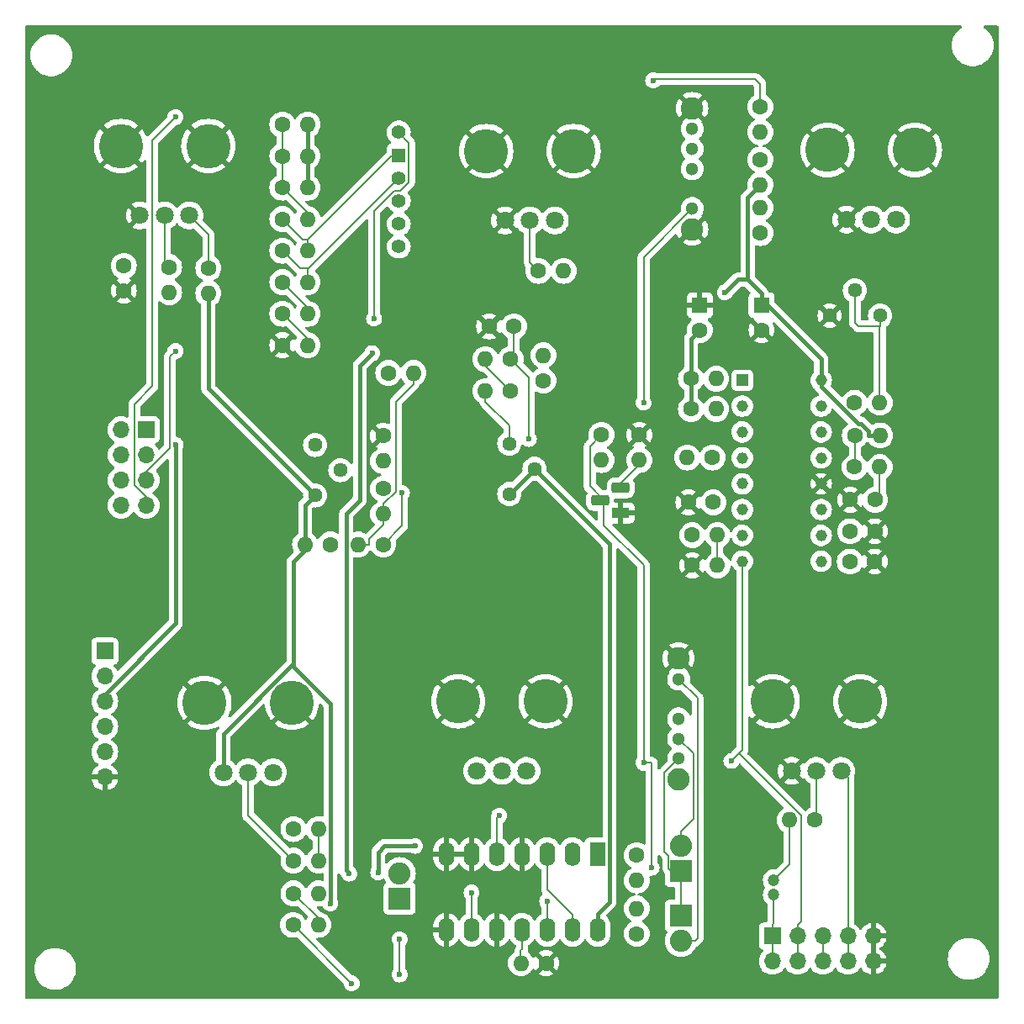
<source format=gbl>
%TF.GenerationSoftware,KiCad,Pcbnew,8.0.8*%
%TF.CreationDate,2025-06-29T12:55:01+09:00*%
%TF.ProjectId,VCOSeparate,56434f53-6570-4617-9261-74652e6b6963,rev?*%
%TF.SameCoordinates,Original*%
%TF.FileFunction,Copper,L2,Bot*%
%TF.FilePolarity,Positive*%
%FSLAX46Y46*%
G04 Gerber Fmt 4.6, Leading zero omitted, Abs format (unit mm)*
G04 Created by KiCad (PCBNEW 8.0.8) date 2025-06-29 12:55:01*
%MOMM*%
%LPD*%
G01*
G04 APERTURE LIST*
G04 Aperture macros list*
%AMRoundRect*
0 Rectangle with rounded corners*
0 $1 Rounding radius*
0 $2 $3 $4 $5 $6 $7 $8 $9 X,Y pos of 4 corners*
0 Add a 4 corners polygon primitive as box body*
4,1,4,$2,$3,$4,$5,$6,$7,$8,$9,$2,$3,0*
0 Add four circle primitives for the rounded corners*
1,1,$1+$1,$2,$3*
1,1,$1+$1,$4,$5*
1,1,$1+$1,$6,$7*
1,1,$1+$1,$8,$9*
0 Add four rect primitives between the rounded corners*
20,1,$1+$1,$2,$3,$4,$5,0*
20,1,$1+$1,$4,$5,$6,$7,0*
20,1,$1+$1,$6,$7,$8,$9,0*
20,1,$1+$1,$8,$9,$2,$3,0*%
G04 Aperture macros list end*
%TA.AperFunction,ComponentPad*%
%ADD10C,1.600000*%
%TD*%
%TA.AperFunction,ComponentPad*%
%ADD11R,2.240000X2.240000*%
%TD*%
%TA.AperFunction,ComponentPad*%
%ADD12O,2.240000X2.240000*%
%TD*%
%TA.AperFunction,ComponentPad*%
%ADD13O,1.600000X1.600000*%
%TD*%
%TA.AperFunction,ComponentPad*%
%ADD14R,1.600000X1.600000*%
%TD*%
%TA.AperFunction,ComponentPad*%
%ADD15C,1.800000*%
%TD*%
%TA.AperFunction,ComponentPad*%
%ADD16C,4.455000*%
%TD*%
%TA.AperFunction,ComponentPad*%
%ADD17R,1.800000X1.100000*%
%TD*%
%TA.AperFunction,ComponentPad*%
%ADD18RoundRect,0.275000X0.625000X-0.275000X0.625000X0.275000X-0.625000X0.275000X-0.625000X-0.275000X0*%
%TD*%
%TA.AperFunction,ComponentPad*%
%ADD19C,1.440000*%
%TD*%
%TA.AperFunction,ComponentPad*%
%ADD20R,1.700000X1.700000*%
%TD*%
%TA.AperFunction,ComponentPad*%
%ADD21O,1.700000X1.700000*%
%TD*%
%TA.AperFunction,ComponentPad*%
%ADD22R,1.400000X1.400000*%
%TD*%
%TA.AperFunction,ComponentPad*%
%ADD23C,1.400000*%
%TD*%
%TA.AperFunction,ComponentPad*%
%ADD24R,1.600000X2.400000*%
%TD*%
%TA.AperFunction,ComponentPad*%
%ADD25O,1.600000X2.400000*%
%TD*%
%TA.AperFunction,ComponentPad*%
%ADD26R,1.159000X1.159000*%
%TD*%
%TA.AperFunction,ComponentPad*%
%ADD27C,1.159000*%
%TD*%
%TA.AperFunction,ComponentPad*%
%ADD28C,1.300000*%
%TD*%
%TA.AperFunction,ComponentPad*%
%ADD29C,2.250000*%
%TD*%
%TA.AperFunction,ComponentPad*%
%ADD30C,1.200000*%
%TD*%
%TA.AperFunction,ViaPad*%
%ADD31C,0.600000*%
%TD*%
%TA.AperFunction,Conductor*%
%ADD32C,0.200000*%
%TD*%
%TA.AperFunction,Conductor*%
%ADD33C,0.400000*%
%TD*%
G04 APERTURE END LIST*
D10*
%TO.P,C55,1*%
%TO.N,GNDA*%
X224068000Y-99759900D03*
%TO.P,C55,2*%
%TO.N,Net-(C55-Pad2)*%
X226568000Y-99759900D03*
%TD*%
D11*
%TO.P,D28,1,K*%
%TO.N,Net-(D28-K)*%
X178689000Y-139907000D03*
D12*
%TO.P,D28,2,A*%
%TO.N,Net-(D28-A)*%
X178689000Y-137367000D03*
%TD*%
D10*
%TO.P,R45,1*%
%TO.N,Net-(R42-Pad2)*%
X166878000Y-61976000D03*
D13*
%TO.P,R45,2*%
%TO.N,+5VA*%
X169418000Y-61976000D03*
%TD*%
D10*
%TO.P,R114,1*%
%TO.N,CV*%
X177038000Y-104267000D03*
D13*
%TO.P,R114,2*%
%TO.N,Vfci*%
X174498000Y-104267000D03*
%TD*%
D14*
%TO.P,C50,1*%
%TO.N,GNDA*%
X208915000Y-80177000D03*
D10*
%TO.P,C50,2*%
%TO.N,-5VA*%
X208915000Y-82677000D03*
%TD*%
%TO.P,R259,1*%
%TO.N,Vso*%
X167963000Y-142574000D03*
D13*
%TO.P,R259,2*%
%TO.N,Net-(IC3-INPUT_+)*%
X170503000Y-142574000D03*
%TD*%
D10*
%TO.P,R43,1*%
%TO.N,Net-(R42-Pad2)*%
X166878000Y-68326000D03*
D13*
%TO.P,R43,2*%
%TO.N,+5VA*%
X169418000Y-68326000D03*
%TD*%
D10*
%TO.P,R1,1*%
%TO.N,Net-(VR3-CW)*%
X159422000Y-76425000D03*
D13*
%TO.P,R1,2*%
%TO.N,+5VA*%
X159422000Y-78965000D03*
%TD*%
D10*
%TO.P,R128,1*%
%TO.N,VP*%
X210185000Y-95504000D03*
D13*
%TO.P,R128,2*%
%TO.N,Net-(Q18-B)*%
X207645000Y-95504000D03*
%TD*%
D15*
%TO.P,VR3,1,CCW*%
%TO.N,GNDA*%
X152522000Y-71135000D03*
%TO.P,VR3,2,WIPER*%
%TO.N,Net-(VR3-WIPER)*%
X155022000Y-71135000D03*
%TO.P,VR3,3,CW*%
%TO.N,Net-(VR3-CW)*%
X157522000Y-71135000D03*
D16*
%TO.P,VR3,MH1,MH1*%
%TO.N,GNDA*%
X150622000Y-64135000D03*
%TO.P,VR3,MH2,MH2*%
X159422000Y-64135000D03*
%TD*%
D10*
%TO.P,R118,1*%
%TO.N,Net-(IC1-Pad14)*%
X224507000Y-89980900D03*
D13*
%TO.P,R118,2*%
%TO.N,Net-(R118-Pad2)*%
X227047000Y-89980900D03*
%TD*%
D10*
%TO.P,R125,1*%
%TO.N,Vfci*%
X208153000Y-103315900D03*
D13*
%TO.P,R125,2*%
%TO.N,Net-(IC1-Pad7)*%
X210693000Y-103315900D03*
%TD*%
D10*
%TO.P,R214,1*%
%TO.N,Env*%
X215011000Y-60198000D03*
D13*
%TO.P,R214,2*%
%TO.N,Net-(R214-Pad2)*%
X215011000Y-62738000D03*
%TD*%
D10*
%TO.P,R186,1*%
%TO.N,Net-(VR8-WIPER)*%
X167992000Y-136097000D03*
D13*
%TO.P,R186,2*%
%TO.N,Net-(C54-Pad1)*%
X170532000Y-136097000D03*
%TD*%
D17*
%TO.P,Q18,1,E*%
%TO.N,GNDA*%
X200945000Y-101092000D03*
D18*
%TO.P,Q18,2,C*%
%TO.N,VPseparate*%
X198875000Y-99822000D03*
%TO.P,Q18,3,B*%
%TO.N,Net-(Q18-B)*%
X200945000Y-98552000D03*
%TD*%
D10*
%TO.P,C42,1*%
%TO.N,GNDA*%
X187706000Y-82296000D03*
%TO.P,C42,2*%
%TO.N,Vpwm*%
X190206000Y-82296000D03*
%TD*%
%TO.P,R44,1*%
%TO.N,Net-(R42-Pad2)*%
X166878000Y-65151000D03*
D13*
%TO.P,R44,2*%
%TO.N,+5VA*%
X169418000Y-65151000D03*
%TD*%
D10*
%TO.P,R123,1*%
%TO.N,GNDA*%
X193450000Y-146431000D03*
D13*
%TO.P,R123,2*%
%TO.N,Net-(D28-K)*%
X190910000Y-146431000D03*
%TD*%
D10*
%TO.P,R193,1*%
%TO.N,LFO_Tri*%
X215011000Y-72898000D03*
D13*
%TO.P,R193,2*%
%TO.N,+5VA*%
X215011000Y-70358000D03*
%TD*%
D10*
%TO.P,R189,1*%
%TO.N,Net-(IC4A-Q)*%
X202565000Y-135560000D03*
D13*
%TO.P,R189,2*%
%TO.N,Net-(D31-A)*%
X202565000Y-138100000D03*
%TD*%
D15*
%TO.P,VR10,1,CCW*%
%TO.N,GNDA*%
X218168000Y-127065000D03*
%TO.P,VR10,2,WIPER*%
%TO.N,Net-(VR10-WIPER)*%
X220668000Y-127065000D03*
%TO.P,VR10,3,CW*%
%TO.N,SubVP*%
X223168000Y-127065000D03*
D16*
%TO.P,VR10,MH1,MH1*%
%TO.N,GNDA*%
X216268000Y-120065000D03*
%TO.P,VR10,MH2,MH2*%
X225068000Y-120065000D03*
%TD*%
D19*
%TO.P,TM5,1,1*%
%TO.N,+5VA*%
X170180000Y-99314000D03*
%TO.P,TM5,2,2*%
%TO.N,Net-(R116-Pad1)*%
X172720000Y-96774000D03*
%TO.P,TM5,3,3*%
%TO.N,Net-(R117-Pad2)*%
X170180000Y-94234000D03*
%TD*%
D10*
%TO.P,R104,1*%
%TO.N,Net-(VR4-WIPER)*%
X192659000Y-76708000D03*
D13*
%TO.P,R104,2*%
%TO.N,Vfci*%
X195199000Y-76708000D03*
%TD*%
D10*
%TO.P,C53,1*%
%TO.N,GNDA*%
X226548000Y-102934900D03*
%TO.P,C53,2*%
%TO.N,Net-(C53-Pad2)*%
X224048000Y-102934900D03*
%TD*%
%TO.P,R120,1*%
%TO.N,-5VA*%
X208026000Y-87567900D03*
D13*
%TO.P,R120,2*%
%TO.N,Net-(IC1-Pad1)*%
X210566000Y-87567900D03*
%TD*%
D20*
%TO.P,J4,1,Pin_1*%
%TO.N,+12VA*%
X149000000Y-115000000D03*
D21*
%TO.P,J4,2,Pin_2*%
%TO.N,+5VA*%
X149000000Y-117540000D03*
%TO.P,J4,3,Pin_3*%
%TO.N,-5VA*%
X149000000Y-120080000D03*
%TO.P,J4,4,Pin_4*%
%TO.N,-12VA*%
X149000000Y-122620000D03*
%TO.P,J4,5,Pin_5*%
%TO.N,unconnected-(J4-Pin_5-Pad5)*%
X149000000Y-125160000D03*
%TO.P,J4,6,Pin_6*%
%TO.N,GNDA*%
X149000000Y-127700000D03*
%TD*%
D20*
%TO.P,J5,1,Pin_1*%
%TO.N,CV*%
X153162000Y-92710000D03*
D21*
%TO.P,J5,2,Pin_2*%
X150622000Y-92710000D03*
%TO.P,J5,3,Pin_3*%
%TO.N,LFO_Tri*%
X153162000Y-95250000D03*
%TO.P,J5,4,Pin_4*%
X150622000Y-95250000D03*
%TO.P,J5,5,Pin_5*%
%TO.N,LFO_Sine*%
X153162000Y-97790000D03*
%TO.P,J5,6,Pin_6*%
X150622000Y-97790000D03*
%TO.P,J5,7,Pin_7*%
%TO.N,Env*%
X153162000Y-100330000D03*
%TO.P,J5,8,Pin_8*%
X150622000Y-100330000D03*
%TD*%
D10*
%TO.P,R55,1*%
%TO.N,Net-(R55-Pad1)*%
X215011000Y-65503000D03*
D13*
%TO.P,R55,2*%
%TO.N,+12VA*%
X215011000Y-68043000D03*
%TD*%
D10*
%TO.P,R40,1*%
%TO.N,Net-(S1-NO_3)*%
X166878000Y-77851000D03*
D13*
%TO.P,R40,2*%
%TO.N,Net-(S1-NO_2)*%
X169418000Y-77851000D03*
%TD*%
D15*
%TO.P,VR6,1,CCW*%
%TO.N,GNDA*%
X223687000Y-71544000D03*
%TO.P,VR6,2,WIPER*%
%TO.N,Net-(VR6-WIPER)*%
X226187000Y-71544000D03*
%TO.P,VR6,3,CW*%
%TO.N,PWMSource*%
X228687000Y-71544000D03*
D16*
%TO.P,VR6,MH1,MH1*%
%TO.N,GNDA*%
X221787000Y-64544000D03*
%TO.P,VR6,MH2,MH2*%
X230587000Y-64544000D03*
%TD*%
D22*
%TO.P,S1,1,NO_1*%
%TO.N,Net-(S1-NO_1)*%
X178607000Y-65066000D03*
D23*
%TO.P,S1,2,NO_2*%
%TO.N,Net-(S1-NO_2)*%
X178607000Y-67366000D03*
%TO.P,S1,3,NO_3*%
%TO.N,Net-(S1-NO_3)*%
X178607000Y-69666000D03*
%TO.P,S1,4,NO_4*%
%TO.N,Net-(S1-NO_4)*%
X178607000Y-71966000D03*
%TO.P,S1,5,COM_1*%
%TO.N,Net-(IC2-INPUT_+)*%
X178607000Y-62766000D03*
%TO.P,S1,6,COM_2*%
%TO.N,unconnected-(S1-COM_2-Pad6)*%
X178607000Y-74266000D03*
%TD*%
D10*
%TO.P,R102,1*%
%TO.N,Vpwm*%
X189865000Y-85598000D03*
D13*
%TO.P,R102,2*%
%TO.N,Net-(R101-Pad1)*%
X187325000Y-85598000D03*
%TD*%
D24*
%TO.P,IC4,1,Q*%
%TO.N,Net-(IC4A-Q)*%
X198628000Y-135447000D03*
D25*
%TO.P,IC4,2,~{Q}*%
%TO.N,Net-(IC4A-D)*%
X196088000Y-135447000D03*
%TO.P,IC4,3,C*%
%TO.N,Net-(IC4A-C)*%
X193548000Y-135447000D03*
%TO.P,IC4,4,R*%
%TO.N,GNDA*%
X191008000Y-135447000D03*
%TO.P,IC4,5,D*%
%TO.N,Net-(IC4A-D)*%
X188468000Y-135447000D03*
%TO.P,IC4,6,S*%
%TO.N,GNDA*%
X185928000Y-135447000D03*
%TO.P,IC4,7,VSS*%
X183388000Y-135447000D03*
%TO.P,IC4,8,S*%
X183388000Y-143067000D03*
%TO.P,IC4,9,D*%
%TO.N,Net-(IC4B-D)*%
X185928000Y-143067000D03*
%TO.P,IC4,10,R*%
%TO.N,GNDA*%
X188468000Y-143067000D03*
%TO.P,IC4,11,C*%
%TO.N,Net-(D28-K)*%
X191008000Y-143067000D03*
%TO.P,IC4,12,~{Q}*%
%TO.N,Net-(IC4B-D)*%
X193548000Y-143067000D03*
%TO.P,IC4,13,Q*%
%TO.N,Net-(IC4A-C)*%
X196088000Y-143067000D03*
%TO.P,IC4,14,VDD*%
%TO.N,+12VA*%
X198628000Y-143067000D03*
%TD*%
D15*
%TO.P,VR4,1,CCW*%
%TO.N,GNDA*%
X189315000Y-71643000D03*
%TO.P,VR4,2,WIPER*%
%TO.N,Net-(VR4-WIPER)*%
X191815000Y-71643000D03*
%TO.P,VR4,3,CW*%
%TO.N,LFO_Sine*%
X194315000Y-71643000D03*
D16*
%TO.P,VR4,MH1,MH1*%
%TO.N,GNDA*%
X187415000Y-64643000D03*
%TO.P,VR4,MH2,MH2*%
X196215000Y-64643000D03*
%TD*%
D15*
%TO.P,VR9,1,CCW*%
%TO.N,+5VA*%
X186478000Y-127065000D03*
%TO.P,VR9,2,WIPER*%
%TO.N,Net-(VR9-WIPER)*%
X188978000Y-127065000D03*
%TO.P,VR9,3,CW*%
%TO.N,Vso*%
X191478000Y-127065000D03*
D16*
%TO.P,VR9,MH1,MH1*%
%TO.N,GNDA*%
X184578000Y-120065000D03*
%TO.P,VR9,MH2,MH2*%
X193378000Y-120065000D03*
%TD*%
D26*
%TO.P,IC1,1,1*%
%TO.N,Net-(IC1-Pad1)*%
X213201000Y-87726900D03*
D27*
%TO.P,IC1,2,2*%
%TO.N,Net-(IC1-Pad2)*%
X213201000Y-90329900D03*
%TO.P,IC1,3,3*%
%TO.N,-5VA*%
X213201000Y-92933900D03*
%TO.P,IC1,4,4*%
%TO.N,VP*%
X213201000Y-95536900D03*
%TO.P,IC1,5,5*%
%TO.N,Vpwm*%
X213201000Y-98140900D03*
%TO.P,IC1,6,6*%
%TO.N,Net-(C51-Pad2)*%
X213201000Y-100743900D03*
%TO.P,IC1,7,7*%
%TO.N,Net-(IC1-Pad7)*%
X213201000Y-103347900D03*
%TO.P,IC1,8,8*%
%TO.N,Vso*%
X213201000Y-105950900D03*
%TO.P,IC1,9,9*%
%TO.N,Net-(C52-Pad2)*%
X221139000Y-105950900D03*
%TO.P,IC1,10,10*%
%TO.N,unconnected-(IC1-Pad10)*%
X221139000Y-103347900D03*
%TO.P,IC1,11,11*%
%TO.N,Net-(C53-Pad2)*%
X221139000Y-100743900D03*
%TO.P,IC1,12,12*%
%TO.N,GNDA*%
X221139000Y-98140900D03*
%TO.P,IC1,13,13*%
%TO.N,Net-(IC1-Pad13)*%
X221139000Y-95536900D03*
%TO.P,IC1,14,14*%
%TO.N,Net-(IC1-Pad14)*%
X221139000Y-92933900D03*
%TO.P,IC1,15,15*%
%TO.N,Vfci*%
X221139000Y-90329900D03*
%TO.P,IC1,16,16*%
%TO.N,+12VA*%
X221139000Y-87726900D03*
%TD*%
D28*
%TO.P,S3,1,1*%
%TO.N,Net-(D32-A)*%
X206785000Y-117826000D03*
%TO.P,S3,2,2*%
%TO.N,SubVP*%
X206785000Y-121826000D03*
%TO.P,S3,3,3*%
%TO.N,Net-(D31-A)*%
X206785000Y-123826000D03*
%TO.P,S3,4,4*%
%TO.N,Net-(D31-K)*%
X206785000Y-125826000D03*
D29*
%TO.P,S3,5,5*%
%TO.N,GNDA*%
X206785000Y-115726000D03*
%TO.P,S3,6,6*%
X206785000Y-127926000D03*
%TD*%
D10*
%TO.P,R191,1*%
%TO.N,Net-(VR6-WIPER)*%
X193167000Y-87757000D03*
D13*
%TO.P,R191,2*%
%TO.N,Vpwm*%
X193167000Y-85217000D03*
%TD*%
D10*
%TO.P,R188,1*%
%TO.N,Net-(VR10-WIPER)*%
X220501000Y-132018000D03*
D13*
%TO.P,R188,2*%
%TO.N,Net-(C54-Pad1)*%
X217961000Y-132018000D03*
%TD*%
D28*
%TO.P,S2,1,1*%
%TO.N,LFO_Tri*%
X208153000Y-70417000D03*
%TO.P,S2,2,2*%
%TO.N,PWMSource*%
X208153000Y-66417000D03*
%TO.P,S2,3,3*%
%TO.N,Net-(R55-Pad1)*%
X208153000Y-64417000D03*
%TO.P,S2,4,4*%
%TO.N,Net-(R214-Pad2)*%
X208153000Y-62417000D03*
D29*
%TO.P,S2,5,5*%
%TO.N,GNDA*%
X208153000Y-72517000D03*
%TO.P,S2,6,6*%
X208153000Y-60317000D03*
%TD*%
D10*
%TO.P,R124,1*%
%TO.N,VPseparate*%
X199009000Y-93218000D03*
D13*
%TO.P,R124,2*%
%TO.N,+12VA*%
X199009000Y-95758000D03*
%TD*%
D10*
%TO.P,R121,1*%
%TO.N,-5VA*%
X208026000Y-90615900D03*
D13*
%TO.P,R121,2*%
%TO.N,Net-(IC1-Pad2)*%
X210566000Y-90615900D03*
%TD*%
D10*
%TO.P,R129,1*%
%TO.N,GNDA*%
X202819000Y-93218000D03*
D13*
%TO.P,R129,2*%
%TO.N,Net-(Q18-B)*%
X202819000Y-95758000D03*
%TD*%
D14*
%TO.P,C49,1*%
%TO.N,+12VA*%
X215138000Y-80177000D03*
D10*
%TO.P,C49,2*%
%TO.N,GNDA*%
X215138000Y-82677000D03*
%TD*%
%TO.P,R38,1*%
%TO.N,GNDA*%
X166878000Y-84201000D03*
D13*
%TO.P,R38,2*%
%TO.N,Net-(S1-NO_4)*%
X169418000Y-84201000D03*
%TD*%
D10*
%TO.P,R187,1*%
%TO.N,Net-(VR9-WIPER)*%
X167992000Y-132922000D03*
D13*
%TO.P,R187,2*%
%TO.N,Net-(C54-Pad1)*%
X170532000Y-132922000D03*
%TD*%
D10*
%TO.P,R126,1*%
%TO.N,GNDA*%
X208153000Y-106363900D03*
D13*
%TO.P,R126,2*%
%TO.N,Net-(IC1-Pad7)*%
X210693000Y-106363900D03*
%TD*%
D10*
%TO.P,R190,1*%
%TO.N,Net-(IC4A-C)*%
X202565000Y-143463000D03*
D13*
%TO.P,R190,2*%
%TO.N,Net-(D32-A)*%
X202565000Y-140923000D03*
%TD*%
D10*
%TO.P,R117,1*%
%TO.N,GNDA*%
X177023000Y-93316000D03*
D13*
%TO.P,R117,2*%
%TO.N,Net-(R117-Pad2)*%
X177023000Y-95856000D03*
%TD*%
D20*
%TO.P,J3,1,Pin_1*%
%TO.N,VCOWave*%
X216218000Y-143702000D03*
D21*
%TO.P,J3,2,Pin_2*%
X216218000Y-146242000D03*
%TO.P,J3,3,Pin_3*%
%TO.N,Vso*%
X218758000Y-143702000D03*
%TO.P,J3,4,Pin_4*%
X218758000Y-146242000D03*
%TO.P,J3,5,Pin_5*%
%TO.N,VPseparate*%
X221298000Y-143702000D03*
%TO.P,J3,6,Pin_6*%
X221298000Y-146242000D03*
%TO.P,J3,7,Pin_7*%
%TO.N,SubVP*%
X223838000Y-143702000D03*
%TO.P,J3,8,Pin_8*%
X223838000Y-146242000D03*
%TO.P,J3,9,Pin_9*%
%TO.N,GNDA*%
X226378000Y-143702000D03*
%TO.P,J3,10,Pin_10*%
X226378000Y-146242000D03*
%TD*%
D10*
%TO.P,R127,1*%
%TO.N,Net-(IC1-Pad13)*%
X224507000Y-96457900D03*
D13*
%TO.P,R127,2*%
%TO.N,Net-(C55-Pad2)*%
X227047000Y-96457900D03*
%TD*%
D10*
%TO.P,R101,1*%
%TO.N,Net-(R101-Pad1)*%
X189870000Y-88803000D03*
D13*
%TO.P,R101,2*%
%TO.N,Net-(R101-Pad2)*%
X187330000Y-88803000D03*
%TD*%
D10*
%TO.P,C51,1*%
%TO.N,GNDA*%
X207772000Y-100013900D03*
%TO.P,C51,2*%
%TO.N,Net-(C51-Pad2)*%
X210272000Y-100013900D03*
%TD*%
%TO.P,R41,1*%
%TO.N,Net-(S1-NO_2)*%
X166878000Y-74676000D03*
D13*
%TO.P,R41,2*%
%TO.N,Net-(S1-NO_1)*%
X169418000Y-74676000D03*
%TD*%
D10*
%TO.P,C52,1*%
%TO.N,GNDA*%
X226528000Y-105982900D03*
%TO.P,C52,2*%
%TO.N,Net-(C52-Pad2)*%
X224028000Y-105982900D03*
%TD*%
%TO.P,R2,1*%
%TO.N,Net-(VR3-WIPER)*%
X155485000Y-76327000D03*
D13*
%TO.P,R2,2*%
%TO.N,Vfci*%
X155485000Y-78867000D03*
%TD*%
D19*
%TO.P,TM4,1,1*%
%TO.N,+12VA*%
X189738000Y-99187000D03*
%TO.P,TM4,2,2*%
X192278000Y-96647000D03*
%TO.P,TM4,3,3*%
%TO.N,Net-(R101-Pad2)*%
X189738000Y-94107000D03*
%TD*%
D10*
%TO.P,R119,1*%
%TO.N,Net-(IC1-Pad13)*%
X224536000Y-93282900D03*
D13*
%TO.P,R119,2*%
%TO.N,+12VA*%
X227076000Y-93282900D03*
%TD*%
D10*
%TO.P,R258,1*%
%TO.N,Net-(IC3-INPUT_+)*%
X167992000Y-139399000D03*
D13*
%TO.P,R258,2*%
%TO.N,Net-(D28-A)*%
X170532000Y-139399000D03*
%TD*%
D10*
%TO.P,R115,1*%
%TO.N,Vfci*%
X171704000Y-104267000D03*
D13*
%TO.P,R115,2*%
%TO.N,+5VA*%
X169164000Y-104267000D03*
%TD*%
D19*
%TO.P,TM6,1,1*%
%TO.N,Net-(R118-Pad2)*%
X227076000Y-81217900D03*
%TO.P,TM6,2,2*%
X224536000Y-78677900D03*
%TO.P,TM6,3,3*%
%TO.N,GNDA*%
X221996000Y-81217900D03*
%TD*%
D10*
%TO.P,R42,1*%
%TO.N,Net-(S1-NO_1)*%
X166878000Y-71501000D03*
D13*
%TO.P,R42,2*%
%TO.N,Net-(R42-Pad2)*%
X169418000Y-71501000D03*
%TD*%
D11*
%TO.P,D31,1,K*%
%TO.N,Net-(D31-K)*%
X207010000Y-137113000D03*
D12*
%TO.P,D31,2,A*%
%TO.N,Net-(D31-A)*%
X207010000Y-134573000D03*
%TD*%
D10*
%TO.P,R116,1*%
%TO.N,Net-(R116-Pad1)*%
X177023000Y-98650000D03*
D13*
%TO.P,R116,2*%
%TO.N,Vfci*%
X177023000Y-101190000D03*
%TD*%
D10*
%TO.P,R112,1*%
%TO.N,Net-(IC2-INPUT_-)*%
X177546000Y-86995000D03*
D13*
%TO.P,R112,2*%
%TO.N,Vfci*%
X180086000Y-86995000D03*
%TD*%
D11*
%TO.P,D32,1,K*%
%TO.N,Net-(D31-K)*%
X207010000Y-141644000D03*
D12*
%TO.P,D32,2,A*%
%TO.N,Net-(D32-A)*%
X207010000Y-144184000D03*
%TD*%
D30*
%TO.P,C54,1*%
%TO.N,Net-(C54-Pad1)*%
X216378000Y-138057000D03*
%TO.P,C54,2*%
%TO.N,VCOWave*%
X216378000Y-139557000D03*
%TD*%
D10*
%TO.P,R39,1*%
%TO.N,Net-(S1-NO_4)*%
X166878000Y-81026000D03*
D13*
%TO.P,R39,2*%
%TO.N,Net-(S1-NO_3)*%
X169418000Y-81026000D03*
%TD*%
D15*
%TO.P,VR8,1,CCW*%
%TO.N,+5VA*%
X160933000Y-127207000D03*
%TO.P,VR8,2,WIPER*%
%TO.N,Net-(VR8-WIPER)*%
X163433000Y-127207000D03*
%TO.P,VR8,3,CW*%
%TO.N,VPseparate*%
X165933000Y-127207000D03*
D16*
%TO.P,VR8,MH1,MH1*%
%TO.N,GNDA*%
X159033000Y-120207000D03*
%TO.P,VR8,MH2,MH2*%
X167833000Y-120207000D03*
%TD*%
D10*
%TO.P,C1,1*%
%TO.N,GNDA*%
X150913000Y-78700000D03*
%TO.P,C1,2*%
%TO.N,Net-(VR3-WIPER)*%
X150913000Y-76200000D03*
%TD*%
D31*
%TO.N,Vpwm*%
X191703000Y-93631500D03*
%TO.N,+12VA*%
X211455000Y-78867000D03*
X176530000Y-137287000D03*
X180239000Y-134620000D03*
%TO.N,-5VA*%
X156138000Y-94232500D03*
%TO.N,Net-(D28-K)*%
X178689000Y-147574000D03*
X178689000Y-144018000D03*
%TO.N,Vso*%
X212104000Y-126050000D03*
X173863000Y-148463000D03*
%TO.N,VPseparate*%
X204062000Y-136823000D03*
X203263000Y-126244000D03*
%TO.N,+5VA*%
X171707000Y-140442000D03*
%TO.N,-12VA*%
X175915000Y-84997100D03*
X173611000Y-137407000D03*
%TO.N,LFO_Sine*%
X156109000Y-84790200D03*
%TO.N,Env*%
X156109000Y-61213400D03*
X204216000Y-57531000D03*
%TO.N,LFO_Tri*%
X203263000Y-89979900D03*
%TO.N,CV*%
X178916000Y-99076800D03*
%TO.N,Net-(IC2-INPUT_+)*%
X176116000Y-81500300D03*
%TO.N,Net-(IC4B-D)*%
X185928000Y-139319000D03*
X193548000Y-140208000D03*
%TO.N,Net-(IC4A-D)*%
X188722000Y-131572000D03*
%TD*%
D32*
%TO.N,Net-(VR3-WIPER)*%
X155485000Y-76327000D02*
X155022000Y-75864000D01*
X155022000Y-75864000D02*
X155022000Y-71135000D01*
%TO.N,Vpwm*%
X189865000Y-85598000D02*
X190206000Y-85257000D01*
X191703000Y-87435900D02*
X189865000Y-85598000D01*
X190206000Y-85257000D02*
X190206000Y-82296000D01*
X191703000Y-93631500D02*
X191703000Y-87435900D01*
D33*
%TO.N,+12VA*%
X199837000Y-140256000D02*
X199837000Y-104206000D01*
X212742000Y-77580300D02*
X211455000Y-78867000D01*
X221139000Y-85577100D02*
X221139000Y-87726900D01*
X215138000Y-80177000D02*
X215138000Y-79576100D01*
X213743000Y-69311000D02*
X215011000Y-68043000D01*
X198628000Y-141465000D02*
X199837000Y-140256000D01*
X213743000Y-77580300D02*
X212742000Y-77580300D01*
X215138000Y-79576100D02*
X215138000Y-78975300D01*
X180239000Y-134620000D02*
X177165000Y-134620000D01*
X192278000Y-96647000D02*
X189738000Y-99187000D01*
X215138000Y-78975300D02*
X213743000Y-77580300D01*
X198628000Y-143067000D02*
X198628000Y-141465000D01*
X213743000Y-77580300D02*
X213743000Y-69311000D01*
X215138000Y-79576100D02*
X221139000Y-85577100D01*
X225125000Y-92081200D02*
X224875000Y-92081200D01*
X227076000Y-93282900D02*
X225874000Y-93282900D01*
X176530000Y-135255000D02*
X176530000Y-137287000D01*
X221139000Y-88345000D02*
X221139000Y-87726900D01*
X225874000Y-93282900D02*
X225874000Y-92830400D01*
X177165000Y-134620000D02*
X176530000Y-135255000D01*
X199837000Y-104206000D02*
X192278000Y-96647000D01*
X224875000Y-92081200D02*
X221139000Y-88345000D01*
X225874000Y-92830400D02*
X225125000Y-92081200D01*
%TO.N,-5VA*%
X208026000Y-90615900D02*
X208026000Y-87567900D01*
X149000000Y-119347000D02*
X149000000Y-120080000D01*
X208026000Y-87567900D02*
X208026000Y-83566000D01*
X156138000Y-112209000D02*
X149000000Y-119347000D01*
X208026000Y-83566000D02*
X208915000Y-82677000D01*
X156138000Y-94232500D02*
X156138000Y-112209000D01*
D32*
%TO.N,VCOWave*%
X216218000Y-142550000D02*
X216378000Y-142390000D01*
X216218000Y-143702000D02*
X216218000Y-146242000D01*
X216218000Y-143702000D02*
X216218000Y-142550000D01*
X216378000Y-142390000D02*
X216378000Y-139557000D01*
%TO.N,Net-(C54-Pad1)*%
X216378000Y-138057000D02*
X217961000Y-136474000D01*
X170532000Y-132922000D02*
X170532000Y-136097000D01*
X217961000Y-136474000D02*
X217961000Y-132018000D01*
%TO.N,Net-(C55-Pad2)*%
X227047000Y-99280900D02*
X227047000Y-96457900D01*
X226568000Y-99759900D02*
X227047000Y-99280900D01*
%TO.N,Net-(D28-K)*%
X178689000Y-147574000D02*
X178689000Y-144018000D01*
X190910000Y-145720000D02*
X190910000Y-146431000D01*
X190881000Y-146242000D02*
X190881000Y-145691000D01*
X190881000Y-145140000D02*
X191008000Y-145013000D01*
X190881000Y-145691000D02*
X190881000Y-145140000D01*
X190881000Y-145691000D02*
X190910000Y-145720000D01*
X191008000Y-145013000D02*
X191008000Y-143067000D01*
%TO.N,Net-(D31-A)*%
X208259600Y-131901700D02*
X207010000Y-133151300D01*
X208259600Y-125300600D02*
X208259600Y-131901700D01*
X207010000Y-134573000D02*
X207010000Y-133151300D01*
X206785000Y-123826000D02*
X208259600Y-125300600D01*
%TO.N,Net-(D31-K)*%
X207010000Y-139378500D02*
X207010000Y-137113000D01*
X207010000Y-141644000D02*
X207010000Y-139378500D01*
X205790000Y-135627500D02*
X205337700Y-135175200D01*
X205337700Y-127273300D02*
X206785000Y-125826000D01*
X205337700Y-135175200D02*
X205337700Y-127273300D01*
X207010000Y-138138500D02*
X205790000Y-136918500D01*
X207010000Y-139378500D02*
X207010000Y-138138500D01*
X205790000Y-136918500D02*
X205790000Y-135627500D01*
%TO.N,Net-(D32-A)*%
X208694100Y-119735100D02*
X206785000Y-117826000D01*
X208432000Y-144184000D02*
X208694100Y-143921900D01*
X207010000Y-144184000D02*
X208432000Y-144184000D01*
X208694100Y-143921900D02*
X208694100Y-119735100D01*
%TO.N,Vso*%
X213201000Y-105950900D02*
X213201000Y-105951000D01*
X212104000Y-126050000D02*
X212837000Y-125317000D01*
X213201000Y-105951000D02*
X213201000Y-124953000D01*
X213201000Y-124953000D02*
X212837000Y-125317000D01*
X167963000Y-142574000D02*
X167974000Y-142574000D01*
X218758000Y-143702000D02*
X218758000Y-146242000D01*
X212837000Y-125317000D02*
X219113000Y-131593000D01*
X167974000Y-142574000D02*
X173863000Y-148463000D01*
X218758000Y-142550000D02*
X218758000Y-143702000D01*
X219113000Y-131593000D02*
X219113000Y-142196000D01*
X219113000Y-142196000D02*
X218758000Y-142550000D01*
%TO.N,Vfci*%
X177023000Y-102292000D02*
X175600000Y-103715000D01*
X180086000Y-88096700D02*
X178314000Y-89868400D01*
X177161000Y-100088000D02*
X177023000Y-100088000D01*
X180086000Y-86995000D02*
X180086000Y-88096700D01*
X178314000Y-98934700D02*
X177161000Y-100088000D01*
X175600000Y-103715000D02*
X175600000Y-104267000D01*
X175600000Y-104267000D02*
X174498000Y-104267000D01*
X178314000Y-89868400D02*
X178314000Y-98934700D01*
X177023000Y-100088000D02*
X177023000Y-101190000D01*
X177023000Y-101190000D02*
X177023000Y-102292000D01*
%TO.N,Net-(IC1-Pad7)*%
X210693000Y-103315900D02*
X210693000Y-103316000D01*
X210693000Y-106364000D02*
X210693000Y-103316000D01*
%TO.N,Net-(IC1-Pad13)*%
X224507000Y-96457900D02*
X224536000Y-96428900D01*
X224536000Y-96428900D02*
X224536000Y-93282900D01*
%TO.N,VPseparate*%
X199275000Y-102346000D02*
X199275000Y-99822000D01*
X199009000Y-93218000D02*
X197844000Y-94382900D01*
X197844000Y-98391100D02*
X199275000Y-99822000D01*
X197844000Y-94382900D02*
X197844000Y-98391100D01*
X221298000Y-143702000D02*
X221298000Y-146242000D01*
X204062000Y-126244000D02*
X204062000Y-136823000D01*
X203263000Y-126244000D02*
X204062000Y-126244000D01*
X203263000Y-126244000D02*
X203263000Y-106334000D01*
X203263000Y-106334000D02*
X199275000Y-102346000D01*
%TO.N,SubVP*%
X223838000Y-143702000D02*
X223838000Y-146242000D01*
X223168000Y-127065000D02*
X223838000Y-127735000D01*
X223838000Y-127735000D02*
X223838000Y-143702000D01*
D33*
%TO.N,+5VA*%
X170180000Y-99314000D02*
X159422000Y-88556000D01*
X171734000Y-120316000D02*
X171734000Y-140415000D01*
X171734000Y-140415000D02*
X171707000Y-140442000D01*
X160933000Y-123344000D02*
X160933000Y-127207000D01*
X168000000Y-116277000D02*
X167847000Y-116429000D01*
X169164000Y-104267000D02*
X169164000Y-100330000D01*
X169418000Y-68326000D02*
X169418000Y-65151000D01*
X169164000Y-104267000D02*
X169164000Y-104836000D01*
X168000000Y-116000000D02*
X168000000Y-116277000D01*
X169418000Y-61976000D02*
X169418000Y-65151000D01*
X168000000Y-116000000D02*
X168000000Y-116277000D01*
X167847000Y-116429000D02*
X160933000Y-123344000D01*
X168000000Y-116582000D02*
X171734000Y-120316000D01*
X168000000Y-116277000D02*
X168000000Y-116582000D01*
X169164000Y-104836000D02*
X168000000Y-106000000D01*
X168000000Y-106000000D02*
X168000000Y-116000000D01*
X169164000Y-100330000D02*
X170180000Y-99314000D01*
X159422000Y-88556000D02*
X159422000Y-78965000D01*
%TO.N,-12VA*%
X173292000Y-137088000D02*
X173611000Y-137407000D01*
X174681000Y-99770900D02*
X173292000Y-101160000D01*
X173292000Y-101160000D02*
X173292000Y-137088000D01*
X175915000Y-84997100D02*
X174681000Y-86230600D01*
X174681000Y-86230600D02*
X174681000Y-99770900D01*
D32*
%TO.N,LFO_Sine*%
X155537000Y-94532100D02*
X153162000Y-96906800D01*
X153162000Y-96906800D02*
X153162000Y-97790000D01*
X155537000Y-85362600D02*
X155537000Y-94532100D01*
X156109000Y-84790200D02*
X155537000Y-85362600D01*
%TO.N,Env*%
X153772000Y-63550400D02*
X153772000Y-88321900D01*
X151971000Y-90122600D02*
X151971000Y-98256200D01*
X204343000Y-57404000D02*
X204216000Y-57531000D01*
X215011000Y-60198000D02*
X215011000Y-57912000D01*
X151971000Y-98256200D02*
X153162000Y-99446800D01*
X215011000Y-57912000D02*
X214503000Y-57404000D01*
X156109000Y-61213400D02*
X153772000Y-63550400D01*
X153772000Y-88321900D02*
X151971000Y-90122600D01*
X214503000Y-57404000D02*
X204343000Y-57404000D01*
X153162000Y-99446800D02*
X153162000Y-100330000D01*
%TO.N,LFO_Tri*%
X203263000Y-75307300D02*
X208153000Y-70417000D01*
X203263000Y-89979900D02*
X203263000Y-75307300D01*
%TO.N,CV*%
X178916000Y-102389000D02*
X177038000Y-104267000D01*
X178916000Y-99076800D02*
X178916000Y-102389000D01*
%TO.N,Net-(Q18-B)*%
X202819000Y-96278000D02*
X202819000Y-95758000D01*
X200545000Y-98552000D02*
X202819000Y-96278000D01*
%TO.N,Net-(S1-NO_4)*%
X169418000Y-83566000D02*
X169418000Y-84201000D01*
X166878000Y-81026000D02*
X169418000Y-83566000D01*
%TO.N,Net-(S1-NO_3)*%
X169418000Y-81026000D02*
X169418000Y-80391000D01*
X169418000Y-80391000D02*
X166878000Y-77851000D01*
%TO.N,Net-(S1-NO_2)*%
X169418000Y-76749300D02*
X169418000Y-76454000D01*
X178607000Y-67366000D02*
X169418000Y-76555000D01*
X169418000Y-77851000D02*
X169418000Y-76749300D01*
X168656000Y-76454000D02*
X166878000Y-74676000D01*
X169418000Y-76454000D02*
X168656000Y-76454000D01*
X169418000Y-76555000D02*
X169418000Y-76749300D01*
%TO.N,Net-(S1-NO_1)*%
X178607000Y-65066000D02*
X177926000Y-65066000D01*
X177926000Y-65066000D02*
X169418000Y-73574300D01*
X169418000Y-74676000D02*
X169418000Y-73574300D01*
X166878000Y-71501000D02*
X168951000Y-73574300D01*
X168951000Y-73574300D02*
X169418000Y-73574300D01*
%TO.N,Net-(R42-Pad2)*%
X166878000Y-65151000D02*
X166878000Y-68326000D01*
X169418000Y-70866000D02*
X166878000Y-68326000D01*
X166878000Y-61976000D02*
X166878000Y-65151000D01*
X169418000Y-71501000D02*
X169418000Y-70866000D01*
%TO.N,Net-(R101-Pad1)*%
X187325000Y-85598000D02*
X187325000Y-86258000D01*
X187325000Y-86258000D02*
X189870000Y-88803000D01*
%TO.N,Net-(R101-Pad2)*%
X189738000Y-92312700D02*
X187330000Y-89904700D01*
X187330000Y-89904700D02*
X187330000Y-88803000D01*
X189738000Y-94107000D02*
X189738000Y-92312700D01*
%TO.N,Net-(VR4-WIPER)*%
X192659000Y-76708000D02*
X191815000Y-75864000D01*
X191815000Y-75864000D02*
X191815000Y-71643000D01*
%TO.N,Net-(R118-Pad2)*%
X227076000Y-82268200D02*
X227047000Y-82297200D01*
X227047000Y-82297200D02*
X227047000Y-89980900D01*
X227076000Y-81217900D02*
X227076000Y-82268200D01*
X224536000Y-81915000D02*
X224536000Y-78677900D01*
X227047000Y-82297200D02*
X224918000Y-82297200D01*
X224918000Y-82297200D02*
X224536000Y-81915000D01*
%TO.N,Net-(VR8-WIPER)*%
X163433000Y-131538000D02*
X167992000Y-136097000D01*
X163433000Y-127207000D02*
X163433000Y-131538000D01*
%TO.N,Net-(VR10-WIPER)*%
X220668000Y-131851000D02*
X220501000Y-132018000D01*
X220668000Y-127065000D02*
X220668000Y-131851000D01*
%TO.N,Net-(VR3-CW)*%
X159422000Y-73035000D02*
X159422000Y-76425000D01*
X157522000Y-71135000D02*
X159422000Y-73035000D01*
%TO.N,Net-(IC2-INPUT_+)*%
X179628000Y-63786800D02*
X179628000Y-67783900D01*
X179628000Y-67783900D02*
X178747000Y-68664300D01*
X176116000Y-70672200D02*
X176116000Y-81500300D01*
X178607000Y-62766000D02*
X179628000Y-63786800D01*
X178124000Y-68664300D02*
X176116000Y-70672200D01*
X178747000Y-68664300D02*
X178124000Y-68664300D01*
%TO.N,Net-(IC3-INPUT_+)*%
X170503000Y-142574000D02*
X170503000Y-141910000D01*
X170503000Y-141910000D02*
X167992000Y-139399000D01*
%TO.N,Net-(IC4B-D)*%
X185928000Y-143067000D02*
X185928000Y-139319000D01*
X193548000Y-140208000D02*
X193548000Y-143067000D01*
%TO.N,Net-(IC4A-D)*%
X188722000Y-131572000D02*
X188468000Y-131826000D01*
X188468000Y-131826000D02*
X188468000Y-135447000D01*
%TO.N,Net-(IC4A-C)*%
X193548000Y-139025000D02*
X193548000Y-135447000D01*
X196088000Y-143067000D02*
X196088000Y-141565000D01*
X196088000Y-141565000D02*
X193548000Y-139025000D01*
%TD*%
%TA.AperFunction,Conductor*%
%TO.N,GNDA*%
G36*
X170763263Y-120335930D02*
G01*
X170764232Y-120336888D01*
X170997181Y-120569837D01*
X171030666Y-120631160D01*
X171033500Y-120657518D01*
X171033500Y-131548399D01*
X171013815Y-131615438D01*
X170961011Y-131661193D01*
X170891853Y-131671137D01*
X170877407Y-131668174D01*
X170758697Y-131636366D01*
X170758693Y-131636365D01*
X170758692Y-131636365D01*
X170758691Y-131636364D01*
X170758686Y-131636364D01*
X170532002Y-131616532D01*
X170531998Y-131616532D01*
X170305313Y-131636364D01*
X170305302Y-131636366D01*
X170085511Y-131695258D01*
X170085502Y-131695261D01*
X169879267Y-131791431D01*
X169879265Y-131791432D01*
X169692858Y-131921954D01*
X169531954Y-132082858D01*
X169401432Y-132269265D01*
X169401431Y-132269267D01*
X169374382Y-132327275D01*
X169328209Y-132379714D01*
X169261016Y-132398866D01*
X169194135Y-132378650D01*
X169149618Y-132327275D01*
X169136361Y-132298846D01*
X169122568Y-132269266D01*
X168992047Y-132082861D01*
X168992045Y-132082858D01*
X168831141Y-131921954D01*
X168644734Y-131791432D01*
X168644732Y-131791431D01*
X168438497Y-131695261D01*
X168438488Y-131695258D01*
X168218697Y-131636366D01*
X168218693Y-131636365D01*
X168218692Y-131636365D01*
X168218691Y-131636364D01*
X168218686Y-131636364D01*
X167992002Y-131616532D01*
X167991998Y-131616532D01*
X167765313Y-131636364D01*
X167765302Y-131636366D01*
X167545511Y-131695258D01*
X167545502Y-131695261D01*
X167339267Y-131791431D01*
X167339265Y-131791432D01*
X167152858Y-131921954D01*
X166991954Y-132082858D01*
X166861432Y-132269265D01*
X166861431Y-132269267D01*
X166765261Y-132475502D01*
X166765258Y-132475511D01*
X166706366Y-132695302D01*
X166706364Y-132695313D01*
X166686532Y-132921998D01*
X166686532Y-132922001D01*
X166706364Y-133148686D01*
X166706366Y-133148697D01*
X166765258Y-133368488D01*
X166765261Y-133368497D01*
X166861431Y-133574732D01*
X166861432Y-133574734D01*
X166991954Y-133761141D01*
X167152858Y-133922045D01*
X167152861Y-133922047D01*
X167339266Y-134052568D01*
X167545504Y-134148739D01*
X167765308Y-134207635D01*
X167927230Y-134221801D01*
X167991998Y-134227468D01*
X167992000Y-134227468D01*
X167992002Y-134227468D01*
X168048673Y-134222509D01*
X168218692Y-134207635D01*
X168438496Y-134148739D01*
X168644734Y-134052568D01*
X168831139Y-133922047D01*
X168992047Y-133761139D01*
X169122568Y-133574734D01*
X169149618Y-133516724D01*
X169195790Y-133464285D01*
X169262983Y-133445133D01*
X169329865Y-133465348D01*
X169374382Y-133516725D01*
X169401429Y-133574728D01*
X169401432Y-133574734D01*
X169531954Y-133761141D01*
X169692858Y-133922045D01*
X169692861Y-133922047D01*
X169878624Y-134052118D01*
X169922248Y-134106693D01*
X169931500Y-134153692D01*
X169931500Y-134865306D01*
X169911815Y-134932345D01*
X169878623Y-134966881D01*
X169692859Y-135096953D01*
X169531954Y-135257858D01*
X169401432Y-135444265D01*
X169401431Y-135444267D01*
X169374382Y-135502275D01*
X169328209Y-135554714D01*
X169261016Y-135573866D01*
X169194135Y-135553650D01*
X169149618Y-135502275D01*
X169122568Y-135444267D01*
X169122567Y-135444265D01*
X169109473Y-135425565D01*
X169024839Y-135304693D01*
X168992045Y-135257858D01*
X168831141Y-135096954D01*
X168644734Y-134966432D01*
X168644732Y-134966431D01*
X168438497Y-134870261D01*
X168438488Y-134870258D01*
X168218697Y-134811366D01*
X168218693Y-134811365D01*
X168218692Y-134811365D01*
X168218691Y-134811364D01*
X168218686Y-134811364D01*
X167992002Y-134791532D01*
X167991998Y-134791532D01*
X167765313Y-134811364D01*
X167765302Y-134811366D01*
X167669067Y-134837152D01*
X167599217Y-134835489D01*
X167549293Y-134805058D01*
X165811982Y-133067747D01*
X164069819Y-131325583D01*
X164036334Y-131264260D01*
X164033500Y-131237902D01*
X164033500Y-128548343D01*
X164053185Y-128481304D01*
X164098483Y-128439288D01*
X164201626Y-128383470D01*
X164242139Y-128351938D01*
X164312353Y-128297288D01*
X164384784Y-128240913D01*
X164541979Y-128070153D01*
X164579191Y-128013196D01*
X164632337Y-127967839D01*
X164701569Y-127958415D01*
X164764904Y-127987917D01*
X164786809Y-128013196D01*
X164824016Y-128070147D01*
X164824019Y-128070151D01*
X164824021Y-128070153D01*
X164981216Y-128240913D01*
X164981219Y-128240915D01*
X164981222Y-128240918D01*
X165164365Y-128383464D01*
X165164371Y-128383468D01*
X165164374Y-128383470D01*
X165368497Y-128493936D01*
X165482487Y-128533068D01*
X165588015Y-128569297D01*
X165588017Y-128569297D01*
X165588019Y-128569298D01*
X165816951Y-128607500D01*
X165816952Y-128607500D01*
X166049048Y-128607500D01*
X166049049Y-128607500D01*
X166277981Y-128569298D01*
X166497503Y-128493936D01*
X166701626Y-128383470D01*
X166742139Y-128351938D01*
X166812353Y-128297288D01*
X166884784Y-128240913D01*
X167041979Y-128070153D01*
X167168924Y-127875849D01*
X167262157Y-127663300D01*
X167319134Y-127438305D01*
X167322889Y-127392993D01*
X167338300Y-127207006D01*
X167338300Y-127206993D01*
X167319135Y-126975702D01*
X167319133Y-126975691D01*
X167262157Y-126750699D01*
X167168924Y-126538151D01*
X167041983Y-126343852D01*
X167041980Y-126343849D01*
X167041979Y-126343847D01*
X166884784Y-126173087D01*
X166884779Y-126173083D01*
X166884777Y-126173081D01*
X166701634Y-126030535D01*
X166701628Y-126030531D01*
X166497504Y-125920064D01*
X166497495Y-125920061D01*
X166277984Y-125844702D01*
X166106282Y-125816050D01*
X166049049Y-125806500D01*
X165816951Y-125806500D01*
X165771164Y-125814140D01*
X165588015Y-125844702D01*
X165368504Y-125920061D01*
X165368495Y-125920064D01*
X165164371Y-126030531D01*
X165164365Y-126030535D01*
X164981222Y-126173081D01*
X164981219Y-126173084D01*
X164981216Y-126173086D01*
X164981216Y-126173087D01*
X164824991Y-126342794D01*
X164824015Y-126343854D01*
X164786808Y-126400804D01*
X164733662Y-126446161D01*
X164664430Y-126455584D01*
X164601095Y-126426082D01*
X164579192Y-126400804D01*
X164541984Y-126343854D01*
X164541982Y-126343852D01*
X164541979Y-126343847D01*
X164384784Y-126173087D01*
X164384779Y-126173083D01*
X164384777Y-126173081D01*
X164201634Y-126030535D01*
X164201628Y-126030531D01*
X163997504Y-125920064D01*
X163997495Y-125920061D01*
X163777984Y-125844702D01*
X163606282Y-125816050D01*
X163549049Y-125806500D01*
X163316951Y-125806500D01*
X163271164Y-125814140D01*
X163088015Y-125844702D01*
X162868504Y-125920061D01*
X162868495Y-125920064D01*
X162664371Y-126030531D01*
X162664365Y-126030535D01*
X162481222Y-126173081D01*
X162481219Y-126173084D01*
X162481216Y-126173086D01*
X162481216Y-126173087D01*
X162324991Y-126342794D01*
X162324015Y-126343854D01*
X162286808Y-126400804D01*
X162233662Y-126446161D01*
X162164430Y-126455584D01*
X162101095Y-126426082D01*
X162079192Y-126400804D01*
X162041984Y-126343854D01*
X162041982Y-126343852D01*
X162041979Y-126343847D01*
X161884784Y-126173087D01*
X161884779Y-126173083D01*
X161884777Y-126173081D01*
X161701634Y-126030535D01*
X161701622Y-126030527D01*
X161698473Y-126028823D01*
X161697433Y-126027790D01*
X161697334Y-126027726D01*
X161697347Y-126027705D01*
X161648887Y-125979599D01*
X161633500Y-125919773D01*
X161633500Y-123685483D01*
X161653185Y-123618444D01*
X161669808Y-123597811D01*
X164903390Y-120363762D01*
X164964707Y-120330276D01*
X165034399Y-120335255D01*
X165090336Y-120377122D01*
X165114757Y-120442585D01*
X165114848Y-120443953D01*
X165120437Y-120536359D01*
X165179918Y-120860934D01*
X165278075Y-121175935D01*
X165278081Y-121175950D01*
X165413502Y-121476844D01*
X165413504Y-121476846D01*
X165584214Y-121759236D01*
X165734889Y-121951556D01*
X166621078Y-121065366D01*
X166700305Y-121174413D01*
X166865587Y-121339695D01*
X166974631Y-121418920D01*
X166088442Y-122305109D01*
X166088442Y-122305110D01*
X166280763Y-122455785D01*
X166563153Y-122626495D01*
X166563155Y-122626497D01*
X166864049Y-122761918D01*
X166864064Y-122761924D01*
X167179065Y-122860081D01*
X167503640Y-122919562D01*
X167833000Y-122939484D01*
X168162359Y-122919562D01*
X168486934Y-122860081D01*
X168801935Y-122761924D01*
X168801950Y-122761918D01*
X169102844Y-122626497D01*
X169102846Y-122626495D01*
X169385226Y-122455791D01*
X169385234Y-122455785D01*
X169577556Y-122305110D01*
X169577556Y-122305109D01*
X168691367Y-121418920D01*
X168800413Y-121339695D01*
X168965695Y-121174413D01*
X169044920Y-121065367D01*
X169931109Y-121951556D01*
X169931110Y-121951556D01*
X170081785Y-121759234D01*
X170081791Y-121759226D01*
X170252495Y-121476846D01*
X170252497Y-121476844D01*
X170387918Y-121175950D01*
X170387924Y-121175935D01*
X170486081Y-120860934D01*
X170545562Y-120536358D01*
X170552777Y-120417083D01*
X170576473Y-120351354D01*
X170631943Y-120308870D01*
X170701576Y-120303120D01*
X170763263Y-120335930D01*
G37*
%TD.AperFunction*%
%TA.AperFunction,Conductor*%
G36*
X185607920Y-135201394D02*
G01*
X185555259Y-135292606D01*
X185528000Y-135394339D01*
X185528000Y-135499661D01*
X185555259Y-135601394D01*
X185607920Y-135692606D01*
X185612314Y-135697000D01*
X183703686Y-135697000D01*
X183708080Y-135692606D01*
X183760741Y-135601394D01*
X183788000Y-135499661D01*
X183788000Y-135394339D01*
X183760741Y-135292606D01*
X183708080Y-135201394D01*
X183703686Y-135197000D01*
X185612314Y-135197000D01*
X185607920Y-135201394D01*
G37*
%TD.AperFunction*%
%TA.AperFunction,Conductor*%
G36*
X226628000Y-145808988D02*
G01*
X226570993Y-145776075D01*
X226443826Y-145742000D01*
X226312174Y-145742000D01*
X226185007Y-145776075D01*
X226128000Y-145808988D01*
X226128000Y-144135012D01*
X226185007Y-144167925D01*
X226312174Y-144202000D01*
X226443826Y-144202000D01*
X226570993Y-144167925D01*
X226628000Y-144135012D01*
X226628000Y-145808988D01*
G37*
%TD.AperFunction*%
%TA.AperFunction,Conductor*%
G36*
X235270680Y-52019685D02*
G01*
X235316435Y-52072489D01*
X235326379Y-52141647D01*
X235297354Y-52205203D01*
X235268069Y-52229948D01*
X235185856Y-52279942D01*
X234962950Y-52461289D01*
X234766812Y-52671299D01*
X234601098Y-52906064D01*
X234468894Y-53161206D01*
X234372667Y-53431962D01*
X234372666Y-53431965D01*
X234314201Y-53713319D01*
X234294592Y-54000000D01*
X234314201Y-54286680D01*
X234372666Y-54568034D01*
X234372667Y-54568037D01*
X234468894Y-54838793D01*
X234468893Y-54838793D01*
X234601098Y-55093935D01*
X234766812Y-55328700D01*
X234851923Y-55419831D01*
X234962947Y-55538708D01*
X235185853Y-55720055D01*
X235381108Y-55838793D01*
X235431382Y-55869365D01*
X235618237Y-55950526D01*
X235694942Y-55983844D01*
X235971642Y-56061371D01*
X236214925Y-56094810D01*
X236256321Y-56100500D01*
X236256322Y-56100500D01*
X236543679Y-56100500D01*
X236585075Y-56094810D01*
X236828358Y-56061371D01*
X237105058Y-55983844D01*
X237218015Y-55934779D01*
X237368617Y-55869365D01*
X237368620Y-55869363D01*
X237368625Y-55869361D01*
X237614147Y-55720055D01*
X237837053Y-55538708D01*
X238033189Y-55328698D01*
X238198901Y-55093936D01*
X238331104Y-54838797D01*
X238427334Y-54568032D01*
X238485798Y-54286686D01*
X238505408Y-54000000D01*
X238485798Y-53713314D01*
X238427334Y-53431968D01*
X238331105Y-53161206D01*
X238331106Y-53161206D01*
X238198901Y-52906064D01*
X238033187Y-52671299D01*
X237954554Y-52587105D01*
X237837053Y-52461292D01*
X237614147Y-52279945D01*
X237614145Y-52279944D01*
X237614143Y-52279942D01*
X237531931Y-52229948D01*
X237484879Y-52178297D01*
X237473221Y-52109406D01*
X237500658Y-52045149D01*
X237558480Y-52005927D01*
X237596359Y-52000000D01*
X238876000Y-52000000D01*
X238943039Y-52019685D01*
X238988794Y-52072489D01*
X239000000Y-52124000D01*
X239000000Y-149876000D01*
X238980315Y-149943039D01*
X238927511Y-149988794D01*
X238876000Y-150000000D01*
X141124000Y-150000000D01*
X141056961Y-149980315D01*
X141011206Y-149927511D01*
X141000000Y-149876000D01*
X141000000Y-147000000D01*
X141894592Y-147000000D01*
X141914201Y-147286680D01*
X141972666Y-147568034D01*
X141972667Y-147568037D01*
X142068894Y-147838793D01*
X142068893Y-147838793D01*
X142201098Y-148093935D01*
X142366812Y-148328700D01*
X142451923Y-148419831D01*
X142562947Y-148538708D01*
X142785853Y-148720055D01*
X142937909Y-148812523D01*
X143031382Y-148869365D01*
X143218237Y-148950526D01*
X143294942Y-148983844D01*
X143571642Y-149061371D01*
X143800418Y-149092816D01*
X143856321Y-149100500D01*
X143856322Y-149100500D01*
X144143679Y-149100500D01*
X144199582Y-149092816D01*
X144428358Y-149061371D01*
X144705058Y-148983844D01*
X144818015Y-148934779D01*
X144968617Y-148869365D01*
X144968620Y-148869363D01*
X144968625Y-148869361D01*
X145214147Y-148720055D01*
X145437053Y-148538708D01*
X145633189Y-148328698D01*
X145798901Y-148093936D01*
X145931104Y-147838797D01*
X146027334Y-147568032D01*
X146085798Y-147286686D01*
X146105408Y-147000000D01*
X146085798Y-146713314D01*
X146027334Y-146431968D01*
X145931105Y-146161206D01*
X145931106Y-146161206D01*
X145798901Y-145906064D01*
X145633187Y-145671299D01*
X145533135Y-145564171D01*
X145437053Y-145461292D01*
X145279867Y-145333412D01*
X145214146Y-145279944D01*
X144968617Y-145130634D01*
X144705063Y-145016158D01*
X144705061Y-145016157D01*
X144705058Y-145016156D01*
X144575578Y-144979877D01*
X144428364Y-144938630D01*
X144428359Y-144938629D01*
X144428358Y-144938629D01*
X144235305Y-144912094D01*
X144143679Y-144899500D01*
X144143678Y-144899500D01*
X143856322Y-144899500D01*
X143856321Y-144899500D01*
X143571642Y-144938629D01*
X143571635Y-144938630D01*
X143372234Y-144994500D01*
X143294942Y-145016156D01*
X143294939Y-145016156D01*
X143294936Y-145016158D01*
X143294935Y-145016158D01*
X143031382Y-145130634D01*
X142785853Y-145279944D01*
X142562950Y-145461289D01*
X142366812Y-145671299D01*
X142201098Y-145906064D01*
X142068894Y-146161206D01*
X141972667Y-146431962D01*
X141972666Y-146431965D01*
X141914201Y-146713319D01*
X141894592Y-147000000D01*
X141000000Y-147000000D01*
X141000000Y-117539999D01*
X147644341Y-117539999D01*
X147644341Y-117540000D01*
X147664936Y-117775403D01*
X147664938Y-117775413D01*
X147726094Y-118003655D01*
X147726096Y-118003659D01*
X147726097Y-118003663D01*
X147775165Y-118108889D01*
X147825965Y-118217830D01*
X147825967Y-118217834D01*
X147961501Y-118411395D01*
X147961506Y-118411402D01*
X148128597Y-118578493D01*
X148128603Y-118578498D01*
X148314158Y-118708425D01*
X148357783Y-118763002D01*
X148364977Y-118832500D01*
X148333454Y-118894855D01*
X148314158Y-118911575D01*
X148128597Y-119041505D01*
X147961505Y-119208597D01*
X147851021Y-119366387D01*
X147825965Y-119402171D01*
X147755602Y-119553065D01*
X147726098Y-119616335D01*
X147726094Y-119616344D01*
X147664938Y-119844586D01*
X147664936Y-119844596D01*
X147644341Y-120079999D01*
X147644341Y-120080000D01*
X147664936Y-120315403D01*
X147664938Y-120315413D01*
X147726094Y-120543655D01*
X147726096Y-120543659D01*
X147726097Y-120543663D01*
X147825965Y-120757830D01*
X147825967Y-120757834D01*
X147961501Y-120951395D01*
X147961506Y-120951402D01*
X148128597Y-121118493D01*
X148128603Y-121118498D01*
X148314158Y-121248425D01*
X148357783Y-121303002D01*
X148364977Y-121372500D01*
X148333454Y-121434855D01*
X148314158Y-121451575D01*
X148128597Y-121581505D01*
X147961505Y-121748597D01*
X147825965Y-121942169D01*
X147825964Y-121942171D01*
X147726098Y-122156335D01*
X147726094Y-122156344D01*
X147664938Y-122384586D01*
X147664936Y-122384596D01*
X147644341Y-122619999D01*
X147644341Y-122620000D01*
X147664936Y-122855403D01*
X147664936Y-122855406D01*
X147664937Y-122855408D01*
X147676204Y-122897458D01*
X147726094Y-123083655D01*
X147726096Y-123083659D01*
X147726097Y-123083663D01*
X147752215Y-123139672D01*
X147825965Y-123297830D01*
X147825967Y-123297834D01*
X147961501Y-123491395D01*
X147961506Y-123491402D01*
X148128597Y-123658493D01*
X148128603Y-123658498D01*
X148314158Y-123788425D01*
X148357783Y-123843002D01*
X148364977Y-123912500D01*
X148333454Y-123974855D01*
X148314158Y-123991575D01*
X148128597Y-124121505D01*
X147961505Y-124288597D01*
X147825965Y-124482169D01*
X147825964Y-124482171D01*
X147726098Y-124696335D01*
X147726094Y-124696344D01*
X147664938Y-124924586D01*
X147664936Y-124924596D01*
X147644341Y-125159999D01*
X147644341Y-125160000D01*
X147664936Y-125395403D01*
X147664938Y-125395413D01*
X147726094Y-125623655D01*
X147726096Y-125623659D01*
X147726097Y-125623663D01*
X147798094Y-125778061D01*
X147825965Y-125837830D01*
X147825967Y-125837834D01*
X147883546Y-125920064D01*
X147961505Y-126031401D01*
X148128599Y-126198495D01*
X148308521Y-126324478D01*
X148314594Y-126328730D01*
X148358219Y-126383307D01*
X148365413Y-126452805D01*
X148333890Y-126515160D01*
X148314595Y-126531880D01*
X148128922Y-126661890D01*
X148128920Y-126661891D01*
X147961891Y-126828920D01*
X147961886Y-126828926D01*
X147826400Y-127022420D01*
X147826399Y-127022422D01*
X147726570Y-127236507D01*
X147726567Y-127236513D01*
X147669364Y-127449999D01*
X147669364Y-127450000D01*
X148566988Y-127450000D01*
X148534075Y-127507007D01*
X148500000Y-127634174D01*
X148500000Y-127765826D01*
X148534075Y-127892993D01*
X148566988Y-127950000D01*
X147669364Y-127950000D01*
X147726567Y-128163486D01*
X147726570Y-128163492D01*
X147826399Y-128377578D01*
X147961894Y-128571082D01*
X148128917Y-128738105D01*
X148322421Y-128873600D01*
X148536507Y-128973429D01*
X148536516Y-128973433D01*
X148750000Y-129030634D01*
X148750000Y-128133012D01*
X148807007Y-128165925D01*
X148934174Y-128200000D01*
X149065826Y-128200000D01*
X149192993Y-128165925D01*
X149250000Y-128133012D01*
X149250000Y-129030633D01*
X149463483Y-128973433D01*
X149463492Y-128973429D01*
X149677578Y-128873600D01*
X149871082Y-128738105D01*
X150038105Y-128571082D01*
X150173600Y-128377578D01*
X150273429Y-128163492D01*
X150273432Y-128163486D01*
X150330636Y-127950000D01*
X149433012Y-127950000D01*
X149465925Y-127892993D01*
X149500000Y-127765826D01*
X149500000Y-127634174D01*
X149465925Y-127507007D01*
X149433012Y-127450000D01*
X150330636Y-127450000D01*
X150330635Y-127449999D01*
X150273432Y-127236513D01*
X150273429Y-127236507D01*
X150173600Y-127022422D01*
X150173599Y-127022420D01*
X150038113Y-126828926D01*
X150038108Y-126828920D01*
X149871078Y-126661890D01*
X149685405Y-126531879D01*
X149641780Y-126477302D01*
X149634588Y-126407804D01*
X149666110Y-126345449D01*
X149685406Y-126328730D01*
X149871401Y-126198495D01*
X150038495Y-126031401D01*
X150174035Y-125837830D01*
X150273903Y-125623663D01*
X150335063Y-125395408D01*
X150355659Y-125160000D01*
X150335063Y-124924592D01*
X150273903Y-124696337D01*
X150174035Y-124482171D01*
X150038495Y-124288599D01*
X150038494Y-124288597D01*
X149871402Y-124121506D01*
X149871396Y-124121501D01*
X149685842Y-123991575D01*
X149642217Y-123936998D01*
X149635023Y-123867500D01*
X149666546Y-123805145D01*
X149685842Y-123788425D01*
X149832858Y-123685483D01*
X149871401Y-123658495D01*
X150038495Y-123491401D01*
X150174035Y-123297830D01*
X150273903Y-123083663D01*
X150335063Y-122855408D01*
X150355659Y-122620000D01*
X150335063Y-122384592D01*
X150273903Y-122156337D01*
X150174035Y-121942171D01*
X150081178Y-121809556D01*
X150038494Y-121748597D01*
X149871402Y-121581506D01*
X149871396Y-121581501D01*
X149685842Y-121451575D01*
X149642217Y-121396998D01*
X149635023Y-121327500D01*
X149666546Y-121265145D01*
X149685842Y-121248425D01*
X149758292Y-121197695D01*
X149871401Y-121118495D01*
X150038495Y-120951401D01*
X150174035Y-120757830D01*
X150273903Y-120543663D01*
X150335063Y-120315408D01*
X150355659Y-120080000D01*
X150335063Y-119844592D01*
X150273903Y-119616337D01*
X150174035Y-119402171D01*
X150135469Y-119347092D01*
X150113143Y-119280889D01*
X150130153Y-119213122D01*
X150149360Y-119188295D01*
X156682113Y-112655543D01*
X156758774Y-112540812D01*
X156758775Y-112540811D01*
X156811580Y-112413328D01*
X156838500Y-112277993D01*
X156838500Y-94657993D01*
X156857508Y-94592019D01*
X156863787Y-94582025D01*
X156863786Y-94582025D01*
X156863789Y-94582022D01*
X156923368Y-94411755D01*
X156927686Y-94373431D01*
X156943565Y-94232503D01*
X156943565Y-94232496D01*
X156923369Y-94053250D01*
X156923368Y-94053245D01*
X156912175Y-94021258D01*
X156863789Y-93882978D01*
X156856094Y-93870732D01*
X156787981Y-93762331D01*
X156767816Y-93730238D01*
X156640262Y-93602684D01*
X156606392Y-93581402D01*
X156487523Y-93506711D01*
X156317254Y-93447131D01*
X156317250Y-93447130D01*
X156247616Y-93439285D01*
X156183202Y-93412219D01*
X156143647Y-93354624D01*
X156137500Y-93316065D01*
X156137500Y-85703366D01*
X156157185Y-85636327D01*
X156209989Y-85590572D01*
X156247612Y-85580147D01*
X156288255Y-85575568D01*
X156458522Y-85515989D01*
X156611262Y-85420016D01*
X156738816Y-85292462D01*
X156834789Y-85139722D01*
X156894368Y-84969455D01*
X156894369Y-84969449D01*
X156914565Y-84790203D01*
X156914565Y-84790196D01*
X156894369Y-84610950D01*
X156894368Y-84610945D01*
X156878034Y-84564265D01*
X156834789Y-84440678D01*
X156826632Y-84427697D01*
X156781201Y-84355394D01*
X156738816Y-84287938D01*
X156611262Y-84160384D01*
X156592093Y-84148339D01*
X156458523Y-84064411D01*
X156288254Y-84004831D01*
X156288249Y-84004830D01*
X156109004Y-83984635D01*
X156108996Y-83984635D01*
X155929750Y-84004830D01*
X155929745Y-84004831D01*
X155759476Y-84064411D01*
X155606737Y-84160384D01*
X155479184Y-84287937D01*
X155383210Y-84440678D01*
X155323630Y-84610950D01*
X155313801Y-84698187D01*
X155286734Y-84762601D01*
X155278293Y-84771953D01*
X155113570Y-84936792D01*
X155113541Y-84936822D01*
X155056468Y-84993896D01*
X155056363Y-84994033D01*
X155017230Y-85061866D01*
X155017210Y-85061900D01*
X154977406Y-85130843D01*
X154977348Y-85130983D01*
X154956733Y-85208026D01*
X154956723Y-85208064D01*
X154936499Y-85283543D01*
X154936472Y-85283751D01*
X154936500Y-85364247D01*
X154936500Y-94231973D01*
X154916815Y-94299012D01*
X154900176Y-94319660D01*
X154560341Y-94659452D01*
X154499015Y-94692933D01*
X154429324Y-94687944D01*
X154373393Y-94646069D01*
X154360283Y-94624170D01*
X154336035Y-94572171D01*
X154336034Y-94572169D01*
X154200496Y-94378600D01*
X154141556Y-94319660D01*
X154078567Y-94256671D01*
X154045084Y-94195351D01*
X154050068Y-94125659D01*
X154091939Y-94069725D01*
X154122915Y-94052810D01*
X154254331Y-94003796D01*
X154369546Y-93917546D01*
X154455796Y-93802331D01*
X154506091Y-93667483D01*
X154512500Y-93607873D01*
X154512499Y-91812128D01*
X154506091Y-91752517D01*
X154503834Y-91746467D01*
X154455797Y-91617671D01*
X154455793Y-91617664D01*
X154369547Y-91502455D01*
X154369544Y-91502452D01*
X154254335Y-91416206D01*
X154254328Y-91416202D01*
X154119482Y-91365908D01*
X154119483Y-91365908D01*
X154059883Y-91359501D01*
X154059881Y-91359500D01*
X154059873Y-91359500D01*
X154059865Y-91359500D01*
X152695500Y-91359500D01*
X152628461Y-91339815D01*
X152582706Y-91287011D01*
X152571500Y-91235500D01*
X152571500Y-90422733D01*
X152591185Y-90355694D01*
X152607826Y-90335044D01*
X152669468Y-90273412D01*
X154134737Y-88808387D01*
X154134816Y-88808319D01*
X154140713Y-88802421D01*
X154140716Y-88802420D01*
X154198522Y-88744613D01*
X154251555Y-88691589D01*
X154252509Y-88690660D01*
X154252512Y-88690656D01*
X154253105Y-88689602D01*
X154257164Y-88682573D01*
X154279522Y-88643846D01*
X154291614Y-88622903D01*
X154291618Y-88622896D01*
X154296204Y-88614954D01*
X154331344Y-88554101D01*
X154331560Y-88553734D01*
X154331565Y-88553721D01*
X154331573Y-88553690D01*
X154331577Y-88553684D01*
X154350556Y-88482851D01*
X154350556Y-88482850D01*
X154350557Y-88482850D01*
X154350557Y-88482846D01*
X154372494Y-88401007D01*
X154372494Y-88401002D01*
X154372500Y-88400959D01*
X154372500Y-88322480D01*
X154372503Y-88283631D01*
X154372507Y-88242892D01*
X154372506Y-88242889D01*
X154372507Y-88235089D01*
X154372500Y-88234963D01*
X154372500Y-79893049D01*
X154392185Y-79826010D01*
X154444989Y-79780255D01*
X154514147Y-79770311D01*
X154577703Y-79799336D01*
X154584181Y-79805368D01*
X154645858Y-79867045D01*
X154645861Y-79867047D01*
X154832266Y-79997568D01*
X155038504Y-80093739D01*
X155258308Y-80152635D01*
X155420230Y-80166801D01*
X155484998Y-80172468D01*
X155485000Y-80172468D01*
X155485002Y-80172468D01*
X155541673Y-80167509D01*
X155711692Y-80152635D01*
X155931496Y-80093739D01*
X156137734Y-79997568D01*
X156324139Y-79867047D01*
X156485047Y-79706139D01*
X156615568Y-79519734D01*
X156711739Y-79313496D01*
X156770635Y-79093692D01*
X156790468Y-78867000D01*
X156770635Y-78640308D01*
X156711739Y-78420504D01*
X156615568Y-78214266D01*
X156498813Y-78047521D01*
X156485045Y-78027858D01*
X156324141Y-77866954D01*
X156137734Y-77736432D01*
X156137728Y-77736429D01*
X156079725Y-77709382D01*
X156027285Y-77663210D01*
X156008133Y-77596017D01*
X156028348Y-77529135D01*
X156079725Y-77484618D01*
X156137734Y-77457568D01*
X156324139Y-77327047D01*
X156485047Y-77166139D01*
X156615568Y-76979734D01*
X156711739Y-76773496D01*
X156770635Y-76553692D01*
X156790468Y-76327000D01*
X156790434Y-76326617D01*
X156774624Y-76145904D01*
X156770635Y-76100308D01*
X156711739Y-75880504D01*
X156615568Y-75674266D01*
X156507344Y-75519705D01*
X156485045Y-75487858D01*
X156324141Y-75326954D01*
X156137734Y-75196432D01*
X156137732Y-75196431D01*
X155931497Y-75100261D01*
X155931488Y-75100258D01*
X155714407Y-75042092D01*
X155654746Y-75005727D01*
X155624217Y-74942880D01*
X155622500Y-74922317D01*
X155622500Y-72476343D01*
X155642185Y-72409304D01*
X155687483Y-72367288D01*
X155719066Y-72350196D01*
X155790626Y-72311470D01*
X155831369Y-72279759D01*
X155875685Y-72245266D01*
X155973784Y-72168913D01*
X156130979Y-71998153D01*
X156168191Y-71941196D01*
X156221337Y-71895839D01*
X156290569Y-71886415D01*
X156353904Y-71915917D01*
X156375809Y-71941196D01*
X156413016Y-71998147D01*
X156413019Y-71998151D01*
X156413021Y-71998153D01*
X156570216Y-72168913D01*
X156570219Y-72168915D01*
X156570222Y-72168918D01*
X156753365Y-72311464D01*
X156753371Y-72311468D01*
X156753374Y-72311470D01*
X156905796Y-72393957D01*
X156956652Y-72421479D01*
X156957497Y-72421936D01*
X157071487Y-72461068D01*
X157177015Y-72497297D01*
X157177017Y-72497297D01*
X157177019Y-72497298D01*
X157405951Y-72535500D01*
X157405952Y-72535500D01*
X157638048Y-72535500D01*
X157638049Y-72535500D01*
X157866981Y-72497298D01*
X157918894Y-72479475D01*
X157988691Y-72476324D01*
X158046839Y-72509075D01*
X158785181Y-73247416D01*
X158818666Y-73308739D01*
X158821500Y-73335097D01*
X158821500Y-75193306D01*
X158801815Y-75260345D01*
X158768623Y-75294881D01*
X158582859Y-75424953D01*
X158421954Y-75585858D01*
X158291432Y-75772265D01*
X158291431Y-75772267D01*
X158195261Y-75978502D01*
X158195258Y-75978511D01*
X158136366Y-76198302D01*
X158136364Y-76198313D01*
X158116532Y-76424998D01*
X158116532Y-76425001D01*
X158136364Y-76651686D01*
X158136366Y-76651697D01*
X158195258Y-76871488D01*
X158195261Y-76871497D01*
X158291431Y-77077732D01*
X158291432Y-77077734D01*
X158421954Y-77264141D01*
X158582858Y-77425045D01*
X158582861Y-77425047D01*
X158769266Y-77555568D01*
X158827275Y-77582618D01*
X158879714Y-77628791D01*
X158898866Y-77695984D01*
X158878650Y-77762865D01*
X158827275Y-77807382D01*
X158769267Y-77834431D01*
X158769265Y-77834432D01*
X158582858Y-77964954D01*
X158421954Y-78125858D01*
X158291432Y-78312265D01*
X158291431Y-78312267D01*
X158195261Y-78518502D01*
X158195258Y-78518511D01*
X158136366Y-78738302D01*
X158136364Y-78738313D01*
X158116532Y-78964998D01*
X158116532Y-78965001D01*
X158136364Y-79191686D01*
X158136366Y-79191697D01*
X158195258Y-79411488D01*
X158195261Y-79411497D01*
X158291431Y-79617732D01*
X158291432Y-79617734D01*
X158421954Y-79804141D01*
X158582857Y-79965044D01*
X158582860Y-79965046D01*
X158582861Y-79965047D01*
X158668623Y-80025097D01*
X158712248Y-80079673D01*
X158721500Y-80126672D01*
X158721500Y-88487006D01*
X158721500Y-88624994D01*
X158721500Y-88624996D01*
X158721499Y-88624996D01*
X158748418Y-88760322D01*
X158748421Y-88760332D01*
X158801222Y-88887807D01*
X158877887Y-89002545D01*
X158877888Y-89002546D01*
X168932817Y-99057474D01*
X168966302Y-99118797D01*
X168968664Y-99155962D01*
X168954838Y-99313997D01*
X168954838Y-99314002D01*
X168968664Y-99472036D01*
X168954897Y-99540536D01*
X168932817Y-99570524D01*
X168619887Y-99883454D01*
X168543222Y-99998192D01*
X168490421Y-100125667D01*
X168490418Y-100125679D01*
X168472166Y-100217442D01*
X168469378Y-100231459D01*
X168467561Y-100240592D01*
X168463500Y-100261007D01*
X168463500Y-103105326D01*
X168443815Y-103172365D01*
X168410624Y-103206901D01*
X168324863Y-103266951D01*
X168163951Y-103427862D01*
X168033432Y-103614265D01*
X168033431Y-103614267D01*
X167937261Y-103820502D01*
X167937258Y-103820511D01*
X167878366Y-104040302D01*
X167878364Y-104040313D01*
X167858532Y-104266998D01*
X167858532Y-104267001D01*
X167878364Y-104493686D01*
X167878366Y-104493697D01*
X167937258Y-104713488D01*
X167937260Y-104713492D01*
X167937261Y-104713496D01*
X167957155Y-104756158D01*
X168014602Y-104879354D01*
X168025094Y-104948432D01*
X167996574Y-105012216D01*
X167989901Y-105019440D01*
X167455887Y-105553454D01*
X167379222Y-105668192D01*
X167326421Y-105795667D01*
X167326418Y-105795679D01*
X167306820Y-105894207D01*
X167306820Y-105894210D01*
X167299500Y-105931006D01*
X167299500Y-115934492D01*
X167279815Y-116001531D01*
X167263188Y-116022167D01*
X161629183Y-121656987D01*
X161567862Y-121690476D01*
X161498170Y-121685497D01*
X161442233Y-121643630D01*
X161417812Y-121578167D01*
X161432659Y-121509893D01*
X161435379Y-121505161D01*
X161452493Y-121476850D01*
X161452497Y-121476844D01*
X161587918Y-121175950D01*
X161587924Y-121175935D01*
X161686081Y-120860934D01*
X161745562Y-120536359D01*
X161765484Y-120207000D01*
X161745562Y-119877640D01*
X161686081Y-119553065D01*
X161587924Y-119238064D01*
X161587918Y-119238049D01*
X161452497Y-118937155D01*
X161452495Y-118937153D01*
X161281785Y-118654763D01*
X161131109Y-118462442D01*
X160244920Y-119348631D01*
X160165695Y-119239587D01*
X160000413Y-119074305D01*
X159891366Y-118995078D01*
X160777556Y-118108889D01*
X160777556Y-118108888D01*
X160585236Y-117958214D01*
X160302846Y-117787504D01*
X160302844Y-117787502D01*
X160001950Y-117652081D01*
X160001935Y-117652075D01*
X159686934Y-117553918D01*
X159362359Y-117494437D01*
X159033000Y-117474515D01*
X158703640Y-117494437D01*
X158379065Y-117553918D01*
X158064064Y-117652075D01*
X158064049Y-117652081D01*
X157763155Y-117787502D01*
X157763153Y-117787504D01*
X157480773Y-117958208D01*
X157288442Y-118108889D01*
X158174632Y-118995079D01*
X158065587Y-119074305D01*
X157900305Y-119239587D01*
X157821079Y-119348632D01*
X156934889Y-118462442D01*
X156784208Y-118654773D01*
X156613504Y-118937153D01*
X156613502Y-118937155D01*
X156478081Y-119238049D01*
X156478075Y-119238064D01*
X156379918Y-119553065D01*
X156320437Y-119877640D01*
X156300515Y-120207000D01*
X156320437Y-120536359D01*
X156379918Y-120860934D01*
X156478075Y-121175935D01*
X156478081Y-121175950D01*
X156613502Y-121476844D01*
X156613504Y-121476846D01*
X156784214Y-121759236D01*
X156934889Y-121951556D01*
X157821078Y-121065366D01*
X157900305Y-121174413D01*
X158065587Y-121339695D01*
X158174631Y-121418920D01*
X157288442Y-122305109D01*
X157288442Y-122305110D01*
X157480763Y-122455785D01*
X157763153Y-122626495D01*
X157763155Y-122626497D01*
X158064049Y-122761918D01*
X158064064Y-122761924D01*
X158379065Y-122860081D01*
X158703640Y-122919562D01*
X159033000Y-122939484D01*
X159362359Y-122919562D01*
X159686934Y-122860081D01*
X160001935Y-122761924D01*
X160001950Y-122761918D01*
X160302844Y-122626497D01*
X160302847Y-122626495D01*
X160331578Y-122609126D01*
X160399132Y-122591288D01*
X160465607Y-122612804D01*
X160509896Y-122666843D01*
X160517939Y-122736248D01*
X160487181Y-122798984D01*
X160483420Y-122802915D01*
X160430937Y-122855407D01*
X160430930Y-122855413D01*
X160388866Y-122897477D01*
X160348891Y-122957313D01*
X160348888Y-122957318D01*
X160312208Y-123012215D01*
X160284570Y-123078952D01*
X160284568Y-123078958D01*
X160259409Y-123139698D01*
X160245295Y-123210678D01*
X160245294Y-123210684D01*
X160232498Y-123275015D01*
X160232495Y-123275047D01*
X160232500Y-123344051D01*
X160232500Y-125919773D01*
X160212815Y-125986812D01*
X160167527Y-126028823D01*
X160164377Y-126030527D01*
X160164365Y-126030535D01*
X159981222Y-126173081D01*
X159981219Y-126173084D01*
X159981216Y-126173086D01*
X159981216Y-126173087D01*
X159957824Y-126198498D01*
X159824016Y-126343852D01*
X159697075Y-126538151D01*
X159603842Y-126750699D01*
X159546866Y-126975691D01*
X159546864Y-126975702D01*
X159527700Y-127206993D01*
X159527700Y-127207006D01*
X159546864Y-127438297D01*
X159546866Y-127438308D01*
X159603842Y-127663300D01*
X159697075Y-127875848D01*
X159824016Y-128070147D01*
X159824019Y-128070151D01*
X159824021Y-128070153D01*
X159981216Y-128240913D01*
X159981219Y-128240915D01*
X159981222Y-128240918D01*
X160164365Y-128383464D01*
X160164371Y-128383468D01*
X160164374Y-128383470D01*
X160368497Y-128493936D01*
X160482487Y-128533068D01*
X160588015Y-128569297D01*
X160588017Y-128569297D01*
X160588019Y-128569298D01*
X160816951Y-128607500D01*
X160816952Y-128607500D01*
X161049048Y-128607500D01*
X161049049Y-128607500D01*
X161277981Y-128569298D01*
X161497503Y-128493936D01*
X161701626Y-128383470D01*
X161742139Y-128351938D01*
X161812353Y-128297288D01*
X161884784Y-128240913D01*
X162041979Y-128070153D01*
X162079191Y-128013196D01*
X162132337Y-127967839D01*
X162201569Y-127958415D01*
X162264904Y-127987917D01*
X162286809Y-128013196D01*
X162324016Y-128070147D01*
X162324019Y-128070151D01*
X162324021Y-128070153D01*
X162481216Y-128240913D01*
X162481219Y-128240915D01*
X162481222Y-128240918D01*
X162664365Y-128383464D01*
X162664372Y-128383468D01*
X162664374Y-128383470D01*
X162745361Y-128427298D01*
X162767517Y-128439288D01*
X162817108Y-128488507D01*
X162832500Y-128548343D01*
X162832500Y-131451330D01*
X162832499Y-131451348D01*
X162832499Y-131617054D01*
X162832498Y-131617054D01*
X162832499Y-131617057D01*
X162873423Y-131769785D01*
X162885921Y-131791432D01*
X162952477Y-131906712D01*
X162952481Y-131906717D01*
X163071349Y-132025585D01*
X163071355Y-132025590D01*
X166700058Y-135654293D01*
X166733543Y-135715616D01*
X166732152Y-135774067D01*
X166706366Y-135870302D01*
X166706364Y-135870313D01*
X166686532Y-136096998D01*
X166686532Y-136097001D01*
X166706364Y-136323686D01*
X166706366Y-136323697D01*
X166765258Y-136543488D01*
X166765261Y-136543497D01*
X166861431Y-136749732D01*
X166861432Y-136749734D01*
X166991954Y-136936141D01*
X167152858Y-137097045D01*
X167152861Y-137097047D01*
X167339266Y-137227568D01*
X167545504Y-137323739D01*
X167765308Y-137382635D01*
X167927230Y-137396801D01*
X167991998Y-137402468D01*
X167992000Y-137402468D01*
X167992002Y-137402468D01*
X168048673Y-137397509D01*
X168218692Y-137382635D01*
X168438496Y-137323739D01*
X168644734Y-137227568D01*
X168831139Y-137097047D01*
X168992047Y-136936139D01*
X169122568Y-136749734D01*
X169149618Y-136691724D01*
X169195790Y-136639285D01*
X169262983Y-136620133D01*
X169329865Y-136640348D01*
X169374382Y-136691725D01*
X169401429Y-136749728D01*
X169401432Y-136749734D01*
X169531954Y-136936141D01*
X169692858Y-137097045D01*
X169692861Y-137097047D01*
X169879266Y-137227568D01*
X170085504Y-137323739D01*
X170305308Y-137382635D01*
X170467230Y-137396801D01*
X170531998Y-137402468D01*
X170532000Y-137402468D01*
X170532002Y-137402468D01*
X170588673Y-137397509D01*
X170758692Y-137382635D01*
X170877408Y-137350825D01*
X170947256Y-137352488D01*
X171005119Y-137391650D01*
X171032623Y-137455879D01*
X171033500Y-137470600D01*
X171033500Y-138025399D01*
X171013815Y-138092438D01*
X170961011Y-138138193D01*
X170891853Y-138148137D01*
X170877407Y-138145174D01*
X170758697Y-138113366D01*
X170758693Y-138113365D01*
X170758692Y-138113365D01*
X170758691Y-138113364D01*
X170758686Y-138113364D01*
X170532002Y-138093532D01*
X170531998Y-138093532D01*
X170305313Y-138113364D01*
X170305302Y-138113366D01*
X170085511Y-138172258D01*
X170085502Y-138172261D01*
X169879267Y-138268431D01*
X169879265Y-138268432D01*
X169692858Y-138398954D01*
X169531954Y-138559858D01*
X169401432Y-138746265D01*
X169401431Y-138746267D01*
X169374382Y-138804275D01*
X169328209Y-138856714D01*
X169261016Y-138875866D01*
X169194135Y-138855650D01*
X169149618Y-138804275D01*
X169122568Y-138746267D01*
X169122567Y-138746265D01*
X169117570Y-138739129D01*
X168992047Y-138559861D01*
X168992045Y-138559858D01*
X168831141Y-138398954D01*
X168644734Y-138268432D01*
X168644732Y-138268431D01*
X168438497Y-138172261D01*
X168438488Y-138172258D01*
X168218697Y-138113366D01*
X168218693Y-138113365D01*
X168218692Y-138113365D01*
X168218691Y-138113364D01*
X168218686Y-138113364D01*
X167992002Y-138093532D01*
X167991998Y-138093532D01*
X167765313Y-138113364D01*
X167765302Y-138113366D01*
X167545511Y-138172258D01*
X167545502Y-138172261D01*
X167339267Y-138268431D01*
X167339265Y-138268432D01*
X167152858Y-138398954D01*
X166991954Y-138559858D01*
X166861432Y-138746265D01*
X166861431Y-138746267D01*
X166765261Y-138952502D01*
X166765258Y-138952511D01*
X166706366Y-139172302D01*
X166706364Y-139172313D01*
X166686532Y-139398998D01*
X166686532Y-139399001D01*
X166706364Y-139625686D01*
X166706366Y-139625697D01*
X166765258Y-139845488D01*
X166765261Y-139845497D01*
X166861431Y-140051732D01*
X166861432Y-140051734D01*
X166991954Y-140238141D01*
X167152858Y-140399045D01*
X167152861Y-140399047D01*
X167339266Y-140529568D01*
X167545504Y-140625739D01*
X167765308Y-140684635D01*
X167907361Y-140697063D01*
X167991998Y-140704468D01*
X167992000Y-140704468D01*
X167992002Y-140704468D01*
X168048673Y-140699509D01*
X168218692Y-140684635D01*
X168314932Y-140658847D01*
X168384781Y-140660510D01*
X168434706Y-140690941D01*
X169419361Y-141675596D01*
X169452846Y-141736919D01*
X169447862Y-141806611D01*
X169433256Y-141834399D01*
X169372431Y-141921267D01*
X169345382Y-141979275D01*
X169299209Y-142031714D01*
X169232016Y-142050866D01*
X169165135Y-142030650D01*
X169120618Y-141979275D01*
X169112722Y-141962342D01*
X169093568Y-141921266D01*
X168995839Y-141781693D01*
X168963045Y-141734858D01*
X168802141Y-141573954D01*
X168615734Y-141443432D01*
X168615732Y-141443431D01*
X168409497Y-141347261D01*
X168409488Y-141347258D01*
X168189697Y-141288366D01*
X168189693Y-141288365D01*
X168189692Y-141288365D01*
X168189691Y-141288364D01*
X168189686Y-141288364D01*
X167963002Y-141268532D01*
X167962998Y-141268532D01*
X167736313Y-141288364D01*
X167736302Y-141288366D01*
X167516511Y-141347258D01*
X167516502Y-141347261D01*
X167310267Y-141443431D01*
X167310265Y-141443432D01*
X167123858Y-141573954D01*
X166962954Y-141734858D01*
X166832432Y-141921265D01*
X166832431Y-141921267D01*
X166736261Y-142127502D01*
X166736258Y-142127511D01*
X166677366Y-142347302D01*
X166677364Y-142347313D01*
X166657532Y-142573998D01*
X166657532Y-142574001D01*
X166677364Y-142800686D01*
X166677366Y-142800697D01*
X166736258Y-143020488D01*
X166736261Y-143020497D01*
X166832431Y-143226732D01*
X166832432Y-143226734D01*
X166962954Y-143413141D01*
X167123858Y-143574045D01*
X167123861Y-143574047D01*
X167310266Y-143704568D01*
X167516504Y-143800739D01*
X167516509Y-143800740D01*
X167516511Y-143800741D01*
X167569415Y-143814916D01*
X167736308Y-143859635D01*
X167898230Y-143873801D01*
X167962998Y-143879468D01*
X167963000Y-143879468D01*
X167963002Y-143879468D01*
X168019673Y-143874509D01*
X168189692Y-143859635D01*
X168294606Y-143831523D01*
X168364456Y-143833186D01*
X168414381Y-143863617D01*
X173032298Y-148481534D01*
X173065783Y-148542857D01*
X173067837Y-148555331D01*
X173077630Y-148642249D01*
X173137210Y-148812521D01*
X173172925Y-148869361D01*
X173233184Y-148965262D01*
X173360738Y-149092816D01*
X173513478Y-149188789D01*
X173683745Y-149248368D01*
X173683750Y-149248369D01*
X173862996Y-149268565D01*
X173863000Y-149268565D01*
X173863004Y-149268565D01*
X174042249Y-149248369D01*
X174042252Y-149248368D01*
X174042255Y-149248368D01*
X174212522Y-149188789D01*
X174365262Y-149092816D01*
X174492816Y-148965262D01*
X174588789Y-148812522D01*
X174648368Y-148642255D01*
X174658162Y-148555331D01*
X174668565Y-148463003D01*
X174668565Y-148462996D01*
X174648369Y-148283750D01*
X174648368Y-148283745D01*
X174588789Y-148113478D01*
X174580634Y-148100500D01*
X174507334Y-147983844D01*
X174492816Y-147960738D01*
X174365262Y-147833184D01*
X174238056Y-147753255D01*
X174212521Y-147737210D01*
X174042249Y-147677630D01*
X173955331Y-147667837D01*
X173890917Y-147640770D01*
X173881534Y-147632298D01*
X172137477Y-145888241D01*
X170333717Y-144084482D01*
X170300233Y-144023160D01*
X170300602Y-144017996D01*
X177883435Y-144017996D01*
X177883435Y-144018003D01*
X177903630Y-144197249D01*
X177903631Y-144197254D01*
X177963211Y-144367523D01*
X178059185Y-144520263D01*
X178061445Y-144523097D01*
X178062334Y-144525275D01*
X178062889Y-144526158D01*
X178062734Y-144526255D01*
X178087855Y-144587783D01*
X178088500Y-144600412D01*
X178088500Y-146991587D01*
X178068815Y-147058626D01*
X178061450Y-147068896D01*
X178059186Y-147071734D01*
X177963211Y-147224476D01*
X177903631Y-147394745D01*
X177903630Y-147394750D01*
X177883435Y-147573996D01*
X177883435Y-147574003D01*
X177903630Y-147753249D01*
X177903631Y-147753254D01*
X177963211Y-147923523D01*
X178047412Y-148057527D01*
X178059184Y-148076262D01*
X178186738Y-148203816D01*
X178339478Y-148299789D01*
X178422101Y-148328700D01*
X178509745Y-148359368D01*
X178509750Y-148359369D01*
X178688996Y-148379565D01*
X178689000Y-148379565D01*
X178689004Y-148379565D01*
X178868249Y-148359369D01*
X178868252Y-148359368D01*
X178868255Y-148359368D01*
X179038522Y-148299789D01*
X179191262Y-148203816D01*
X179318816Y-148076262D01*
X179414789Y-147923522D01*
X179474368Y-147753255D01*
X179474369Y-147753249D01*
X179494565Y-147574003D01*
X179494565Y-147573996D01*
X179474369Y-147394750D01*
X179474368Y-147394745D01*
X179451257Y-147328698D01*
X179414789Y-147224478D01*
X179318816Y-147071738D01*
X179318814Y-147071736D01*
X179318813Y-147071734D01*
X179316550Y-147068896D01*
X179315659Y-147066715D01*
X179315111Y-147065842D01*
X179315264Y-147065745D01*
X179290144Y-147004209D01*
X179289500Y-146991587D01*
X179289500Y-144600412D01*
X179309185Y-144533373D01*
X179316555Y-144523097D01*
X179318810Y-144520267D01*
X179318816Y-144520262D01*
X179414789Y-144367522D01*
X179474368Y-144197255D01*
X179474369Y-144197249D01*
X179494565Y-144018003D01*
X179494565Y-144017996D01*
X179474369Y-143838750D01*
X179474368Y-143838745D01*
X179461069Y-143800738D01*
X179414789Y-143668478D01*
X179318816Y-143515738D01*
X179191262Y-143388184D01*
X179106493Y-143334920D01*
X179038523Y-143292211D01*
X178868254Y-143232631D01*
X178868249Y-143232630D01*
X178689004Y-143212435D01*
X178688996Y-143212435D01*
X178509750Y-143232630D01*
X178509745Y-143232631D01*
X178339476Y-143292211D01*
X178186737Y-143388184D01*
X178059184Y-143515737D01*
X177963211Y-143668476D01*
X177903631Y-143838745D01*
X177903630Y-143838750D01*
X177883435Y-144017996D01*
X170300602Y-144017996D01*
X170305217Y-143953468D01*
X170347089Y-143897535D01*
X170412553Y-143873118D01*
X170432201Y-143873273D01*
X170490520Y-143878376D01*
X170502999Y-143879468D01*
X170503000Y-143879468D01*
X170503002Y-143879468D01*
X170559673Y-143874509D01*
X170729692Y-143859635D01*
X170949496Y-143800739D01*
X171155734Y-143704568D01*
X171342139Y-143574047D01*
X171503047Y-143413139D01*
X171633568Y-143226734D01*
X171729739Y-143020496D01*
X171788635Y-142800692D01*
X171808468Y-142574000D01*
X171804440Y-142527965D01*
X171799415Y-142470527D01*
X171788635Y-142347308D01*
X171729739Y-142127504D01*
X171633568Y-141921266D01*
X171535839Y-141781693D01*
X171503045Y-141734858D01*
X171342141Y-141573954D01*
X171155734Y-141443432D01*
X171155732Y-141443431D01*
X170949497Y-141347261D01*
X170949488Y-141347258D01*
X170763025Y-141297296D01*
X170707437Y-141265202D01*
X170350663Y-140908428D01*
X170317178Y-140847105D01*
X170322162Y-140777413D01*
X170364034Y-140721480D01*
X170429498Y-140697063D01*
X170449142Y-140697218D01*
X170532000Y-140704468D01*
X170532002Y-140704468D01*
X170588673Y-140699509D01*
X170758692Y-140684635D01*
X170816807Y-140669063D01*
X170886655Y-140670726D01*
X170944518Y-140709888D01*
X170965940Y-140747883D01*
X170981209Y-140791519D01*
X170981211Y-140791522D01*
X171077184Y-140944262D01*
X171204738Y-141071816D01*
X171357478Y-141167789D01*
X171527745Y-141227368D01*
X171527750Y-141227369D01*
X171706996Y-141247565D01*
X171707000Y-141247565D01*
X171707004Y-141247565D01*
X171886249Y-141227369D01*
X171886252Y-141227368D01*
X171886255Y-141227368D01*
X172056522Y-141167789D01*
X172209262Y-141071816D01*
X172336816Y-140944262D01*
X172432789Y-140791522D01*
X172492368Y-140621255D01*
X172493589Y-140610422D01*
X172512565Y-140442003D01*
X172512565Y-140441996D01*
X172492369Y-140262750D01*
X172492367Y-140262742D01*
X172441458Y-140117251D01*
X172434500Y-140076297D01*
X172434500Y-137471696D01*
X172454185Y-137404657D01*
X172506989Y-137358902D01*
X172576147Y-137348958D01*
X172639703Y-137377983D01*
X172666641Y-137415351D01*
X172668352Y-137414437D01*
X172671221Y-137419805D01*
X172671224Y-137419810D01*
X172671225Y-137419811D01*
X172747886Y-137534543D01*
X172819632Y-137606289D01*
X172848992Y-137653014D01*
X172885211Y-137756523D01*
X172958596Y-137873313D01*
X172981184Y-137909262D01*
X173108738Y-138036816D01*
X173140859Y-138056999D01*
X173230566Y-138113366D01*
X173261478Y-138132789D01*
X173431745Y-138192368D01*
X173431750Y-138192369D01*
X173610996Y-138212565D01*
X173611000Y-138212565D01*
X173611004Y-138212565D01*
X173790249Y-138192369D01*
X173790252Y-138192368D01*
X173790255Y-138192368D01*
X173960522Y-138132789D01*
X174113262Y-138036816D01*
X174240816Y-137909262D01*
X174336789Y-137756522D01*
X174396368Y-137586255D01*
X174399156Y-137561513D01*
X174416565Y-137407003D01*
X174416565Y-137406996D01*
X174403044Y-137286996D01*
X175724435Y-137286996D01*
X175724435Y-137287003D01*
X175744630Y-137466249D01*
X175744631Y-137466254D01*
X175804211Y-137636523D01*
X175845490Y-137702217D01*
X175900184Y-137789262D01*
X176027738Y-137916816D01*
X176180478Y-138012789D01*
X176306823Y-138056999D01*
X176350745Y-138072368D01*
X176350750Y-138072369D01*
X176529996Y-138092565D01*
X176530000Y-138092565D01*
X176530004Y-138092565D01*
X176709249Y-138072369D01*
X176709252Y-138072368D01*
X176709255Y-138072368D01*
X176879522Y-138012789D01*
X177011444Y-137929896D01*
X177078679Y-137910897D01*
X177145515Y-137931264D01*
X177190729Y-137984532D01*
X177191976Y-137987438D01*
X177240658Y-138104967D01*
X177308749Y-138216080D01*
X177326994Y-138283526D01*
X177305878Y-138350128D01*
X177277334Y-138380136D01*
X177211452Y-138429455D01*
X177125206Y-138544664D01*
X177125202Y-138544671D01*
X177074908Y-138679517D01*
X177070029Y-138724903D01*
X177068501Y-138739123D01*
X177068500Y-138739135D01*
X177068500Y-141074870D01*
X177068501Y-141074876D01*
X177074908Y-141134483D01*
X177125202Y-141269328D01*
X177125206Y-141269335D01*
X177211452Y-141384544D01*
X177211455Y-141384547D01*
X177326664Y-141470793D01*
X177326671Y-141470797D01*
X177461517Y-141521091D01*
X177461516Y-141521091D01*
X177468444Y-141521835D01*
X177521127Y-141527500D01*
X179856872Y-141527499D01*
X179916483Y-141521091D01*
X180051331Y-141470796D01*
X180166546Y-141384546D01*
X180252796Y-141269331D01*
X180303091Y-141134483D01*
X180309500Y-141074873D01*
X180309499Y-138739128D01*
X180303091Y-138679517D01*
X180302076Y-138676796D01*
X180252797Y-138544671D01*
X180252793Y-138544664D01*
X180166547Y-138429456D01*
X180166548Y-138429456D01*
X180166546Y-138429454D01*
X180100664Y-138380135D01*
X180058795Y-138324203D01*
X180053811Y-138254511D01*
X180069247Y-138216084D01*
X180137341Y-138104967D01*
X180234953Y-137869311D01*
X180294498Y-137621286D01*
X180314511Y-137367000D01*
X180294498Y-137112714D01*
X180234953Y-136864689D01*
X180233635Y-136861507D01*
X180137343Y-136629036D01*
X180137341Y-136629033D01*
X180018663Y-136435369D01*
X180004066Y-136411549D01*
X179986400Y-136390865D01*
X179838412Y-136217592D01*
X179838407Y-136217587D01*
X179644454Y-136051936D01*
X179644445Y-136051930D01*
X179426966Y-135918658D01*
X179426963Y-135918656D01*
X179191318Y-135821049D01*
X179191301Y-135821044D01*
X178943289Y-135761502D01*
X178689000Y-135741489D01*
X178434710Y-135761502D01*
X178186698Y-135821044D01*
X178186681Y-135821049D01*
X177951036Y-135918656D01*
X177951033Y-135918658D01*
X177733554Y-136051930D01*
X177733545Y-136051936D01*
X177539592Y-136217587D01*
X177539587Y-136217592D01*
X177448790Y-136323903D01*
X177390284Y-136362097D01*
X177320416Y-136362596D01*
X177261369Y-136325242D01*
X177231891Y-136261895D01*
X177230500Y-136243372D01*
X177230500Y-135596519D01*
X177250185Y-135529480D01*
X177266819Y-135508838D01*
X177418838Y-135356819D01*
X177480161Y-135323334D01*
X177506519Y-135320500D01*
X179813506Y-135320500D01*
X179879477Y-135339506D01*
X179889474Y-135345787D01*
X179889475Y-135345787D01*
X179889478Y-135345789D01*
X180028226Y-135394339D01*
X180059745Y-135405368D01*
X180059750Y-135405369D01*
X180238996Y-135425565D01*
X180239000Y-135425565D01*
X180239004Y-135425565D01*
X180418249Y-135405369D01*
X180418252Y-135405368D01*
X180418255Y-135405368D01*
X180588522Y-135345789D01*
X180741262Y-135249816D01*
X180868816Y-135122262D01*
X180964789Y-134969522D01*
X180973481Y-134944682D01*
X182088000Y-134944682D01*
X182088000Y-135197000D01*
X183072314Y-135197000D01*
X183067920Y-135201394D01*
X183015259Y-135292606D01*
X182988000Y-135394339D01*
X182988000Y-135499661D01*
X183015259Y-135601394D01*
X183067920Y-135692606D01*
X183072314Y-135697000D01*
X182088000Y-135697000D01*
X182088000Y-135949317D01*
X182120009Y-136151417D01*
X182183244Y-136346031D01*
X182276140Y-136528349D01*
X182396417Y-136693894D01*
X182396417Y-136693895D01*
X182541104Y-136838582D01*
X182706650Y-136958859D01*
X182888968Y-137051754D01*
X183083578Y-137114988D01*
X183138000Y-137123607D01*
X183138000Y-135762686D01*
X183142394Y-135767080D01*
X183233606Y-135819741D01*
X183335339Y-135847000D01*
X183440661Y-135847000D01*
X183542394Y-135819741D01*
X183633606Y-135767080D01*
X183638000Y-135762686D01*
X183638000Y-137123606D01*
X183692421Y-137114988D01*
X183887031Y-137051754D01*
X184069349Y-136958859D01*
X184234894Y-136838582D01*
X184234895Y-136838582D01*
X184379582Y-136693895D01*
X184379582Y-136693894D01*
X184499859Y-136528349D01*
X184547515Y-136434820D01*
X184595489Y-136384024D01*
X184663310Y-136367229D01*
X184729445Y-136389766D01*
X184768485Y-136434820D01*
X184816140Y-136528349D01*
X184936417Y-136693894D01*
X184936417Y-136693895D01*
X185081104Y-136838582D01*
X185246650Y-136958859D01*
X185428968Y-137051754D01*
X185623578Y-137114988D01*
X185678000Y-137123607D01*
X185678000Y-135762686D01*
X185682394Y-135767080D01*
X185773606Y-135819741D01*
X185875339Y-135847000D01*
X185980661Y-135847000D01*
X186082394Y-135819741D01*
X186173606Y-135767080D01*
X186178000Y-135762686D01*
X186178000Y-137123606D01*
X186232421Y-137114988D01*
X186427031Y-137051754D01*
X186609349Y-136958859D01*
X186774894Y-136838582D01*
X186774895Y-136838582D01*
X186919582Y-136693895D01*
X186919582Y-136693894D01*
X187039861Y-136528347D01*
X187087234Y-136435371D01*
X187135208Y-136384575D01*
X187203028Y-136367779D01*
X187269164Y-136390316D01*
X187308203Y-136435369D01*
X187355713Y-136528611D01*
X187476028Y-136694213D01*
X187620786Y-136838971D01*
X187763122Y-136942382D01*
X187786390Y-136959287D01*
X187893943Y-137014088D01*
X187968776Y-137052218D01*
X187968778Y-137052218D01*
X187968781Y-137052220D01*
X188043818Y-137076601D01*
X188163465Y-137115477D01*
X188264557Y-137131488D01*
X188365648Y-137147500D01*
X188365649Y-137147500D01*
X188570351Y-137147500D01*
X188570352Y-137147500D01*
X188772534Y-137115477D01*
X188967219Y-137052220D01*
X189149610Y-136959287D01*
X189279814Y-136864689D01*
X189315213Y-136838971D01*
X189315215Y-136838968D01*
X189315219Y-136838966D01*
X189459966Y-136694219D01*
X189459968Y-136694215D01*
X189459971Y-136694213D01*
X189580284Y-136528614D01*
X189580286Y-136528611D01*
X189580287Y-136528610D01*
X189627795Y-136435369D01*
X189675770Y-136384574D01*
X189743591Y-136367779D01*
X189809725Y-136390316D01*
X189848765Y-136435370D01*
X189896140Y-136528349D01*
X190016417Y-136693894D01*
X190016417Y-136693895D01*
X190161104Y-136838582D01*
X190326650Y-136958859D01*
X190508968Y-137051754D01*
X190703578Y-137114988D01*
X190758000Y-137123607D01*
X190758000Y-135762686D01*
X190762394Y-135767080D01*
X190853606Y-135819741D01*
X190955339Y-135847000D01*
X191060661Y-135847000D01*
X191162394Y-135819741D01*
X191253606Y-135767080D01*
X191258000Y-135762686D01*
X191258000Y-137123606D01*
X191312421Y-137114988D01*
X191507031Y-137051754D01*
X191689349Y-136958859D01*
X191854894Y-136838582D01*
X191854895Y-136838582D01*
X191999582Y-136693895D01*
X191999582Y-136693894D01*
X192119861Y-136528347D01*
X192167234Y-136435371D01*
X192215208Y-136384575D01*
X192283028Y-136367779D01*
X192349164Y-136390316D01*
X192388203Y-136435369D01*
X192435713Y-136528611D01*
X192556028Y-136694213D01*
X192556034Y-136694219D01*
X192700781Y-136838966D01*
X192866390Y-136959287D01*
X192879793Y-136966116D01*
X192930589Y-137014088D01*
X192947500Y-137076601D01*
X192947500Y-138938330D01*
X192947499Y-138938348D01*
X192947499Y-139104054D01*
X192947498Y-139104054D01*
X192947499Y-139104057D01*
X192988423Y-139256785D01*
X193013052Y-139299443D01*
X193067480Y-139393716D01*
X193067482Y-139393718D01*
X193072426Y-139400161D01*
X193069804Y-139402173D01*
X193095912Y-139449986D01*
X193090928Y-139519678D01*
X193050768Y-139573323D01*
X193051182Y-139573843D01*
X193049190Y-139575430D01*
X193049056Y-139575611D01*
X193048396Y-139576064D01*
X193045735Y-139578186D01*
X192918184Y-139705737D01*
X192822211Y-139858476D01*
X192762631Y-140028745D01*
X192762630Y-140028750D01*
X192742435Y-140207996D01*
X192742435Y-140208003D01*
X192762630Y-140387249D01*
X192762631Y-140387254D01*
X192822211Y-140557523D01*
X192865076Y-140625741D01*
X192914761Y-140704815D01*
X192918185Y-140710263D01*
X192920445Y-140713097D01*
X192921334Y-140715275D01*
X192921889Y-140716158D01*
X192921734Y-140716255D01*
X192946855Y-140777783D01*
X192947500Y-140790412D01*
X192947500Y-141437397D01*
X192927815Y-141504436D01*
X192879800Y-141547879D01*
X192866389Y-141554712D01*
X192700786Y-141675028D01*
X192556028Y-141819786D01*
X192435715Y-141985386D01*
X192388485Y-142078080D01*
X192340510Y-142128876D01*
X192272689Y-142145671D01*
X192206554Y-142123134D01*
X192167515Y-142078080D01*
X192155025Y-142053567D01*
X192120287Y-141985390D01*
X192074993Y-141923047D01*
X191999971Y-141819786D01*
X191855213Y-141675028D01*
X191689613Y-141554715D01*
X191689612Y-141554714D01*
X191689610Y-141554713D01*
X191623623Y-141521091D01*
X191507223Y-141461781D01*
X191312534Y-141398522D01*
X191129274Y-141369497D01*
X191110352Y-141366500D01*
X190905648Y-141366500D01*
X190886726Y-141369497D01*
X190703465Y-141398522D01*
X190508776Y-141461781D01*
X190326386Y-141554715D01*
X190160786Y-141675028D01*
X190016028Y-141819786D01*
X189895713Y-141985388D01*
X189848203Y-142078630D01*
X189800228Y-142129426D01*
X189732407Y-142146220D01*
X189666272Y-142123682D01*
X189627234Y-142078628D01*
X189579861Y-141985652D01*
X189459582Y-141820105D01*
X189459582Y-141820104D01*
X189314895Y-141675417D01*
X189149349Y-141555140D01*
X188967029Y-141462244D01*
X188772413Y-141399009D01*
X188718000Y-141390390D01*
X188718000Y-142751314D01*
X188713606Y-142746920D01*
X188622394Y-142694259D01*
X188520661Y-142667000D01*
X188415339Y-142667000D01*
X188313606Y-142694259D01*
X188222394Y-142746920D01*
X188218000Y-142751314D01*
X188218000Y-141390390D01*
X188163586Y-141399009D01*
X187968970Y-141462244D01*
X187786650Y-141555140D01*
X187621105Y-141675417D01*
X187621104Y-141675417D01*
X187476417Y-141820104D01*
X187476417Y-141820105D01*
X187356140Y-141985650D01*
X187308765Y-142078629D01*
X187260790Y-142129425D01*
X187192969Y-142146220D01*
X187126834Y-142123682D01*
X187087795Y-142078629D01*
X187040419Y-141985650D01*
X187040287Y-141985390D01*
X186994993Y-141923047D01*
X186919971Y-141819786D01*
X186775213Y-141675028D01*
X186609610Y-141554712D01*
X186596200Y-141547879D01*
X186545406Y-141499903D01*
X186528500Y-141437397D01*
X186528500Y-139901412D01*
X186548185Y-139834373D01*
X186555555Y-139824097D01*
X186557810Y-139821267D01*
X186557816Y-139821262D01*
X186653789Y-139668522D01*
X186713368Y-139498255D01*
X186718807Y-139449986D01*
X186733565Y-139319003D01*
X186733565Y-139318996D01*
X186713369Y-139139750D01*
X186713368Y-139139745D01*
X186655784Y-138975179D01*
X186653789Y-138969478D01*
X186638998Y-138945939D01*
X186598651Y-138881726D01*
X186557816Y-138816738D01*
X186430262Y-138689184D01*
X186414877Y-138679517D01*
X186277523Y-138593211D01*
X186107254Y-138533631D01*
X186107249Y-138533630D01*
X185928004Y-138513435D01*
X185927996Y-138513435D01*
X185748750Y-138533630D01*
X185748745Y-138533631D01*
X185578476Y-138593211D01*
X185425737Y-138689184D01*
X185298184Y-138816737D01*
X185202211Y-138969476D01*
X185142631Y-139139745D01*
X185142630Y-139139750D01*
X185122435Y-139318996D01*
X185122435Y-139319003D01*
X185142630Y-139498249D01*
X185142631Y-139498254D01*
X185202211Y-139668523D01*
X185298185Y-139821263D01*
X185300445Y-139824097D01*
X185301334Y-139826275D01*
X185301889Y-139827158D01*
X185301734Y-139827255D01*
X185326855Y-139888783D01*
X185327500Y-139901412D01*
X185327500Y-141437397D01*
X185307815Y-141504436D01*
X185259800Y-141547879D01*
X185246389Y-141554712D01*
X185080786Y-141675028D01*
X184936028Y-141819786D01*
X184815713Y-141985388D01*
X184768203Y-142078630D01*
X184720228Y-142129426D01*
X184652407Y-142146220D01*
X184586272Y-142123682D01*
X184547234Y-142078628D01*
X184499861Y-141985652D01*
X184379582Y-141820105D01*
X184379582Y-141820104D01*
X184234895Y-141675417D01*
X184069349Y-141555140D01*
X183887029Y-141462244D01*
X183692413Y-141399009D01*
X183638000Y-141390390D01*
X183638000Y-142751314D01*
X183633606Y-142746920D01*
X183542394Y-142694259D01*
X183440661Y-142667000D01*
X183335339Y-142667000D01*
X183233606Y-142694259D01*
X183142394Y-142746920D01*
X183138000Y-142751314D01*
X183138000Y-141390390D01*
X183083586Y-141399009D01*
X182888970Y-141462244D01*
X182706650Y-141555140D01*
X182541105Y-141675417D01*
X182541104Y-141675417D01*
X182396417Y-141820104D01*
X182396417Y-141820105D01*
X182276140Y-141985650D01*
X182183244Y-142167968D01*
X182120009Y-142362582D01*
X182088000Y-142564682D01*
X182088000Y-142817000D01*
X183072314Y-142817000D01*
X183067920Y-142821394D01*
X183015259Y-142912606D01*
X182988000Y-143014339D01*
X182988000Y-143119661D01*
X183015259Y-143221394D01*
X183067920Y-143312606D01*
X183072314Y-143317000D01*
X182088000Y-143317000D01*
X182088000Y-143569317D01*
X182120009Y-143771417D01*
X182183244Y-143966031D01*
X182276140Y-144148349D01*
X182396417Y-144313894D01*
X182396417Y-144313895D01*
X182541104Y-144458582D01*
X182706650Y-144578859D01*
X182888968Y-144671754D01*
X183083578Y-144734988D01*
X183138000Y-144743607D01*
X183138000Y-143382686D01*
X183142394Y-143387080D01*
X183233606Y-143439741D01*
X183335339Y-143467000D01*
X183440661Y-143467000D01*
X183542394Y-143439741D01*
X183633606Y-143387080D01*
X183638000Y-143382686D01*
X183638000Y-144743606D01*
X183692421Y-144734988D01*
X183887031Y-144671754D01*
X184069349Y-144578859D01*
X184234894Y-144458582D01*
X184234895Y-144458582D01*
X184379582Y-144313895D01*
X184379582Y-144313894D01*
X184499861Y-144148347D01*
X184547234Y-144055371D01*
X184595208Y-144004575D01*
X184663028Y-143987779D01*
X184729164Y-144010316D01*
X184768203Y-144055369D01*
X184815713Y-144148611D01*
X184936028Y-144314213D01*
X185080786Y-144458971D01*
X185209818Y-144552716D01*
X185246390Y-144579287D01*
X185327499Y-144620614D01*
X185428776Y-144672218D01*
X185428778Y-144672218D01*
X185428781Y-144672220D01*
X185503818Y-144696601D01*
X185623465Y-144735477D01*
X185706528Y-144748633D01*
X185825648Y-144767500D01*
X185825649Y-144767500D01*
X186030351Y-144767500D01*
X186030352Y-144767500D01*
X186232534Y-144735477D01*
X186427219Y-144672220D01*
X186609610Y-144579287D01*
X186702590Y-144511732D01*
X186775213Y-144458971D01*
X186775215Y-144458968D01*
X186775219Y-144458966D01*
X186919966Y-144314219D01*
X186919968Y-144314215D01*
X186919971Y-144314213D01*
X187036600Y-144153685D01*
X187040287Y-144148610D01*
X187087795Y-144055369D01*
X187135770Y-144004574D01*
X187203591Y-143987779D01*
X187269725Y-144010316D01*
X187308765Y-144055370D01*
X187356140Y-144148349D01*
X187476417Y-144313894D01*
X187476417Y-144313895D01*
X187621104Y-144458582D01*
X187786650Y-144578859D01*
X187968968Y-144671754D01*
X188163578Y-144734988D01*
X188218000Y-144743607D01*
X188218000Y-143382686D01*
X188222394Y-143387080D01*
X188313606Y-143439741D01*
X188415339Y-143467000D01*
X188520661Y-143467000D01*
X188622394Y-143439741D01*
X188713606Y-143387080D01*
X188718000Y-143382686D01*
X188718000Y-144743606D01*
X188772421Y-144734988D01*
X188967031Y-144671754D01*
X189149349Y-144578859D01*
X189314894Y-144458582D01*
X189314895Y-144458582D01*
X189459582Y-144313895D01*
X189459582Y-144313894D01*
X189579861Y-144148347D01*
X189627234Y-144055371D01*
X189675208Y-144004575D01*
X189743028Y-143987779D01*
X189809164Y-144010316D01*
X189848203Y-144055369D01*
X189895713Y-144148611D01*
X190016028Y-144314213D01*
X190016034Y-144314219D01*
X190160781Y-144458966D01*
X190326390Y-144579287D01*
X190339793Y-144586116D01*
X190390589Y-144634088D01*
X190407500Y-144696601D01*
X190407500Y-144725899D01*
X190390888Y-144787897D01*
X190370297Y-144823563D01*
X190370296Y-144823565D01*
X190321423Y-144908215D01*
X190280499Y-145060943D01*
X190280499Y-145060945D01*
X190280499Y-145219613D01*
X190260814Y-145286652D01*
X190227622Y-145321188D01*
X190070859Y-145430953D01*
X189909954Y-145591858D01*
X189779432Y-145778265D01*
X189779431Y-145778267D01*
X189683261Y-145984502D01*
X189683258Y-145984511D01*
X189624366Y-146204302D01*
X189624364Y-146204313D01*
X189604532Y-146430998D01*
X189604532Y-146431001D01*
X189624364Y-146657686D01*
X189624366Y-146657697D01*
X189683258Y-146877488D01*
X189683261Y-146877497D01*
X189779431Y-147083732D01*
X189779432Y-147083734D01*
X189909954Y-147270141D01*
X190070858Y-147431045D01*
X190070861Y-147431047D01*
X190257266Y-147561568D01*
X190463504Y-147657739D01*
X190463509Y-147657740D01*
X190463511Y-147657741D01*
X190501190Y-147667837D01*
X190683308Y-147716635D01*
X190845230Y-147730801D01*
X190909998Y-147736468D01*
X190910000Y-147736468D01*
X190910002Y-147736468D01*
X190966673Y-147731509D01*
X191136692Y-147716635D01*
X191356496Y-147657739D01*
X191562734Y-147561568D01*
X191749139Y-147431047D01*
X191910047Y-147270139D01*
X192040568Y-147083734D01*
X192067893Y-147025134D01*
X192114065Y-146972695D01*
X192181258Y-146953543D01*
X192248139Y-146973758D01*
X192292657Y-147025134D01*
X192319864Y-147083480D01*
X192370974Y-147156472D01*
X193050000Y-146477446D01*
X193050000Y-146483661D01*
X193077259Y-146585394D01*
X193129920Y-146676606D01*
X193204394Y-146751080D01*
X193295606Y-146803741D01*
X193397339Y-146831000D01*
X193403553Y-146831000D01*
X192724526Y-147510025D01*
X192797513Y-147561132D01*
X192797521Y-147561136D01*
X193003668Y-147657264D01*
X193003682Y-147657269D01*
X193223389Y-147716139D01*
X193223400Y-147716141D01*
X193449998Y-147735966D01*
X193450002Y-147735966D01*
X193676599Y-147716141D01*
X193676610Y-147716139D01*
X193896317Y-147657269D01*
X193896331Y-147657264D01*
X194102478Y-147561136D01*
X194175471Y-147510024D01*
X193496447Y-146831000D01*
X193502661Y-146831000D01*
X193604394Y-146803741D01*
X193695606Y-146751080D01*
X193770080Y-146676606D01*
X193822741Y-146585394D01*
X193850000Y-146483661D01*
X193850000Y-146477447D01*
X194529024Y-147156471D01*
X194580136Y-147083478D01*
X194676264Y-146877331D01*
X194676269Y-146877317D01*
X194735139Y-146657610D01*
X194735141Y-146657599D01*
X194754966Y-146431002D01*
X194754966Y-146430997D01*
X194735141Y-146204400D01*
X194735139Y-146204389D01*
X194676269Y-145984682D01*
X194676264Y-145984668D01*
X194580136Y-145778521D01*
X194580132Y-145778513D01*
X194529025Y-145705526D01*
X193850000Y-146384551D01*
X193850000Y-146378339D01*
X193822741Y-146276606D01*
X193770080Y-146185394D01*
X193695606Y-146110920D01*
X193604394Y-146058259D01*
X193502661Y-146031000D01*
X193496445Y-146031000D01*
X194175472Y-145351974D01*
X194102478Y-145300863D01*
X193896331Y-145204735D01*
X193896317Y-145204730D01*
X193676610Y-145145860D01*
X193676599Y-145145858D01*
X193450002Y-145126034D01*
X193449998Y-145126034D01*
X193223400Y-145145858D01*
X193223389Y-145145860D01*
X193003682Y-145204730D01*
X193003673Y-145204734D01*
X192797516Y-145300866D01*
X192797512Y-145300868D01*
X192724526Y-145351973D01*
X192724526Y-145351974D01*
X193403553Y-146031000D01*
X193397339Y-146031000D01*
X193295606Y-146058259D01*
X193204394Y-146110920D01*
X193129920Y-146185394D01*
X193077259Y-146276606D01*
X193050000Y-146378339D01*
X193050000Y-146384552D01*
X192370974Y-145705526D01*
X192370973Y-145705526D01*
X192319868Y-145778512D01*
X192319868Y-145778513D01*
X192292657Y-145836867D01*
X192246484Y-145889306D01*
X192179290Y-145908457D01*
X192112409Y-145888241D01*
X192067893Y-145836865D01*
X192049754Y-145797967D01*
X192040568Y-145778266D01*
X191910047Y-145591861D01*
X191910045Y-145591858D01*
X191749140Y-145430953D01*
X191625380Y-145344296D01*
X191581755Y-145289719D01*
X191574561Y-145220221D01*
X191576719Y-145210663D01*
X191608500Y-145092057D01*
X191608500Y-144933943D01*
X191608500Y-144696601D01*
X191628185Y-144629562D01*
X191676206Y-144586116D01*
X191689610Y-144579287D01*
X191855219Y-144458966D01*
X191999966Y-144314219D01*
X191999968Y-144314215D01*
X191999971Y-144314213D01*
X192116600Y-144153685D01*
X192120287Y-144148610D01*
X192167516Y-144055917D01*
X192215489Y-144005123D01*
X192283310Y-143988328D01*
X192349445Y-144010865D01*
X192388483Y-144055917D01*
X192418961Y-144115732D01*
X192435715Y-144148614D01*
X192556028Y-144314213D01*
X192700786Y-144458971D01*
X192829818Y-144552716D01*
X192866390Y-144579287D01*
X192947499Y-144620614D01*
X193048776Y-144672218D01*
X193048778Y-144672218D01*
X193048781Y-144672220D01*
X193123818Y-144696601D01*
X193243465Y-144735477D01*
X193326528Y-144748633D01*
X193445648Y-144767500D01*
X193445649Y-144767500D01*
X193650351Y-144767500D01*
X193650352Y-144767500D01*
X193852534Y-144735477D01*
X194047219Y-144672220D01*
X194229610Y-144579287D01*
X194322590Y-144511732D01*
X194395213Y-144458971D01*
X194395215Y-144458968D01*
X194395219Y-144458966D01*
X194539966Y-144314219D01*
X194539968Y-144314215D01*
X194539971Y-144314213D01*
X194656600Y-144153685D01*
X194660287Y-144148610D01*
X194707516Y-144055917D01*
X194755489Y-144005123D01*
X194823310Y-143988328D01*
X194889445Y-144010865D01*
X194928483Y-144055917D01*
X194958961Y-144115732D01*
X194975715Y-144148614D01*
X195096028Y-144314213D01*
X195240786Y-144458971D01*
X195369818Y-144552716D01*
X195406390Y-144579287D01*
X195487499Y-144620614D01*
X195588776Y-144672218D01*
X195588778Y-144672218D01*
X195588781Y-144672220D01*
X195663818Y-144696601D01*
X195783465Y-144735477D01*
X195866528Y-144748633D01*
X195985648Y-144767500D01*
X195985649Y-144767500D01*
X196190351Y-144767500D01*
X196190352Y-144767500D01*
X196392534Y-144735477D01*
X196587219Y-144672220D01*
X196769610Y-144579287D01*
X196862590Y-144511732D01*
X196935213Y-144458971D01*
X196935215Y-144458968D01*
X196935219Y-144458966D01*
X197079966Y-144314219D01*
X197079968Y-144314215D01*
X197079971Y-144314213D01*
X197196600Y-144153685D01*
X197200287Y-144148610D01*
X197247516Y-144055917D01*
X197295489Y-144005123D01*
X197363310Y-143988328D01*
X197429445Y-144010865D01*
X197468483Y-144055917D01*
X197498961Y-144115732D01*
X197515715Y-144148614D01*
X197636028Y-144314213D01*
X197780786Y-144458971D01*
X197909818Y-144552716D01*
X197946390Y-144579287D01*
X198027499Y-144620614D01*
X198128776Y-144672218D01*
X198128778Y-144672218D01*
X198128781Y-144672220D01*
X198203818Y-144696601D01*
X198323465Y-144735477D01*
X198406528Y-144748633D01*
X198525648Y-144767500D01*
X198525649Y-144767500D01*
X198730351Y-144767500D01*
X198730352Y-144767500D01*
X198932534Y-144735477D01*
X199127219Y-144672220D01*
X199309610Y-144579287D01*
X199402590Y-144511732D01*
X199475213Y-144458971D01*
X199475215Y-144458968D01*
X199475219Y-144458966D01*
X199619966Y-144314219D01*
X199619968Y-144314215D01*
X199619971Y-144314213D01*
X199701497Y-144202000D01*
X199740287Y-144148610D01*
X199833220Y-143966219D01*
X199896477Y-143771534D01*
X199928500Y-143569352D01*
X199928500Y-142564648D01*
X199917382Y-142494452D01*
X199896477Y-142362465D01*
X199859790Y-142249555D01*
X199833220Y-142167781D01*
X199833218Y-142167778D01*
X199833218Y-142167776D01*
X199775025Y-142053567D01*
X199740287Y-141985390D01*
X199694993Y-141923047D01*
X199619971Y-141819786D01*
X199529601Y-141729416D01*
X199496116Y-141668093D01*
X199501100Y-141598401D01*
X199529599Y-141554057D01*
X200381114Y-140702543D01*
X200457775Y-140587811D01*
X200510580Y-140460329D01*
X200510580Y-140460325D01*
X200510582Y-140460322D01*
X200515934Y-140433411D01*
X200515934Y-140433409D01*
X200537500Y-140324993D01*
X200537500Y-104757097D01*
X200557185Y-104690058D01*
X200609989Y-104644303D01*
X200679147Y-104634359D01*
X200742703Y-104663384D01*
X200749181Y-104669416D01*
X202626181Y-106546416D01*
X202659666Y-106607739D01*
X202662500Y-106634097D01*
X202662500Y-125661587D01*
X202642815Y-125728626D01*
X202635450Y-125738896D01*
X202633186Y-125741734D01*
X202537211Y-125894476D01*
X202477631Y-126064745D01*
X202477630Y-126064750D01*
X202457435Y-126243996D01*
X202457435Y-126244003D01*
X202477630Y-126423249D01*
X202477631Y-126423254D01*
X202537211Y-126593523D01*
X202633184Y-126746262D01*
X202760738Y-126873816D01*
X202782648Y-126887583D01*
X202861805Y-126937321D01*
X202913478Y-126969789D01*
X203083745Y-127029368D01*
X203083750Y-127029369D01*
X203262996Y-127049565D01*
X203263000Y-127049565D01*
X203263001Y-127049565D01*
X203276499Y-127048043D01*
X203323616Y-127042735D01*
X203392437Y-127054789D01*
X203443817Y-127102138D01*
X203461500Y-127165955D01*
X203461500Y-134361917D01*
X203441815Y-134428956D01*
X203389011Y-134474711D01*
X203319853Y-134484655D01*
X203266377Y-134463492D01*
X203260217Y-134459179D01*
X203217734Y-134429432D01*
X203216713Y-134428956D01*
X203011497Y-134333261D01*
X203011488Y-134333258D01*
X202791697Y-134274366D01*
X202791693Y-134274365D01*
X202791692Y-134274365D01*
X202791691Y-134274364D01*
X202791686Y-134274364D01*
X202565002Y-134254532D01*
X202564998Y-134254532D01*
X202338313Y-134274364D01*
X202338302Y-134274366D01*
X202118511Y-134333258D01*
X202118502Y-134333261D01*
X201912267Y-134429431D01*
X201912265Y-134429432D01*
X201725858Y-134559954D01*
X201564954Y-134720858D01*
X201434432Y-134907265D01*
X201434431Y-134907267D01*
X201338261Y-135113502D01*
X201338258Y-135113511D01*
X201279366Y-135333302D01*
X201279364Y-135333313D01*
X201259532Y-135559998D01*
X201259532Y-135560001D01*
X201279364Y-135786686D01*
X201279366Y-135786697D01*
X201338258Y-136006488D01*
X201338261Y-136006497D01*
X201434431Y-136212732D01*
X201434432Y-136212734D01*
X201564954Y-136399141D01*
X201725858Y-136560045D01*
X201725861Y-136560047D01*
X201912266Y-136690568D01*
X201970148Y-136717559D01*
X201970275Y-136717618D01*
X202022714Y-136763791D01*
X202041866Y-136830984D01*
X202021650Y-136897865D01*
X201970275Y-136942382D01*
X201912267Y-136969431D01*
X201912265Y-136969432D01*
X201725858Y-137099954D01*
X201564954Y-137260858D01*
X201434432Y-137447265D01*
X201434431Y-137447267D01*
X201338261Y-137653502D01*
X201338258Y-137653511D01*
X201279366Y-137873302D01*
X201279364Y-137873313D01*
X201259532Y-138099998D01*
X201259532Y-138100001D01*
X201279364Y-138326686D01*
X201279366Y-138326697D01*
X201338258Y-138546488D01*
X201338261Y-138546497D01*
X201434431Y-138752732D01*
X201434432Y-138752734D01*
X201564954Y-138939141D01*
X201725858Y-139100045D01*
X201725861Y-139100047D01*
X201912266Y-139230568D01*
X202118504Y-139326739D01*
X202338308Y-139385635D01*
X202365021Y-139387972D01*
X202430089Y-139413425D01*
X202471068Y-139470016D01*
X202474946Y-139539778D01*
X202440492Y-139600562D01*
X202378645Y-139633069D01*
X202365022Y-139635027D01*
X202361867Y-139635303D01*
X202338312Y-139637364D01*
X202338302Y-139637366D01*
X202118511Y-139696258D01*
X202118502Y-139696261D01*
X201912267Y-139792431D01*
X201912265Y-139792432D01*
X201725858Y-139922954D01*
X201564954Y-140083858D01*
X201434432Y-140270265D01*
X201434431Y-140270267D01*
X201338261Y-140476502D01*
X201338258Y-140476511D01*
X201279366Y-140696302D01*
X201279364Y-140696313D01*
X201259532Y-140922998D01*
X201259532Y-140923001D01*
X201279364Y-141149686D01*
X201279366Y-141149697D01*
X201338258Y-141369488D01*
X201338261Y-141369497D01*
X201434431Y-141575732D01*
X201434432Y-141575734D01*
X201564954Y-141762141D01*
X201725858Y-141923045D01*
X201725861Y-141923047D01*
X201912266Y-142053568D01*
X201970275Y-142080618D01*
X202022714Y-142126791D01*
X202041866Y-142193984D01*
X202021650Y-142260865D01*
X201970275Y-142305382D01*
X201912267Y-142332431D01*
X201912265Y-142332432D01*
X201725858Y-142462954D01*
X201564954Y-142623858D01*
X201434432Y-142810265D01*
X201434431Y-142810267D01*
X201338261Y-143016502D01*
X201338258Y-143016511D01*
X201279366Y-143236302D01*
X201279364Y-143236313D01*
X201259532Y-143462998D01*
X201259532Y-143463001D01*
X201279364Y-143689686D01*
X201279366Y-143689697D01*
X201338258Y-143909488D01*
X201338261Y-143909497D01*
X201434431Y-144115732D01*
X201434432Y-144115734D01*
X201564954Y-144302141D01*
X201725858Y-144463045D01*
X201725861Y-144463047D01*
X201912266Y-144593568D01*
X202118504Y-144689739D01*
X202338308Y-144748635D01*
X202500230Y-144762801D01*
X202564998Y-144768468D01*
X202565000Y-144768468D01*
X202565002Y-144768468D01*
X202621673Y-144763509D01*
X202791692Y-144748635D01*
X203011496Y-144689739D01*
X203217734Y-144593568D01*
X203404139Y-144463047D01*
X203565047Y-144302139D01*
X203695568Y-144115734D01*
X203791739Y-143909496D01*
X203850635Y-143689692D01*
X203870468Y-143463000D01*
X203850635Y-143236308D01*
X203802680Y-143057337D01*
X203791741Y-143016511D01*
X203791738Y-143016502D01*
X203724114Y-142871483D01*
X203695568Y-142810266D01*
X203565047Y-142623861D01*
X203565045Y-142623858D01*
X203404141Y-142462954D01*
X203217734Y-142332432D01*
X203217728Y-142332429D01*
X203159725Y-142305382D01*
X203107285Y-142259210D01*
X203088133Y-142192017D01*
X203108348Y-142125135D01*
X203159725Y-142080618D01*
X203217734Y-142053568D01*
X203404139Y-141923047D01*
X203565047Y-141762139D01*
X203695568Y-141575734D01*
X203791739Y-141369496D01*
X203850635Y-141149692D01*
X203870468Y-140923000D01*
X203850635Y-140696308D01*
X203793102Y-140481590D01*
X203791741Y-140476511D01*
X203791738Y-140476502D01*
X203775649Y-140442000D01*
X203695568Y-140270266D01*
X203565047Y-140083861D01*
X203565045Y-140083858D01*
X203404141Y-139922954D01*
X203217734Y-139792432D01*
X203217732Y-139792431D01*
X203011497Y-139696261D01*
X203011488Y-139696258D01*
X202791697Y-139637366D01*
X202791693Y-139637365D01*
X202791692Y-139637365D01*
X202791691Y-139637364D01*
X202791686Y-139637364D01*
X202769113Y-139635389D01*
X202764978Y-139635027D01*
X202699910Y-139609576D01*
X202658931Y-139552985D01*
X202655053Y-139483223D01*
X202689507Y-139422439D01*
X202751354Y-139389931D01*
X202764977Y-139387972D01*
X202791692Y-139385635D01*
X203011496Y-139326739D01*
X203217734Y-139230568D01*
X203404139Y-139100047D01*
X203565047Y-138939139D01*
X203695568Y-138752734D01*
X203791739Y-138546496D01*
X203850635Y-138326692D01*
X203869299Y-138113364D01*
X203870468Y-138100001D01*
X203870468Y-138099998D01*
X203854441Y-137916815D01*
X203850635Y-137873308D01*
X203823507Y-137772064D01*
X203825170Y-137702217D01*
X203864332Y-137644354D01*
X203928561Y-137616850D01*
X203957164Y-137616753D01*
X203997423Y-137621289D01*
X204061998Y-137628565D01*
X204062000Y-137628565D01*
X204062004Y-137628565D01*
X204241249Y-137608369D01*
X204241252Y-137608368D01*
X204241255Y-137608368D01*
X204411522Y-137548789D01*
X204564262Y-137452816D01*
X204691816Y-137325262D01*
X204787789Y-137172522D01*
X204847368Y-137002255D01*
X204847553Y-137000614D01*
X204867565Y-136823003D01*
X204867565Y-136822996D01*
X204847369Y-136643750D01*
X204847368Y-136643745D01*
X204812289Y-136543496D01*
X204787789Y-136473478D01*
X204691816Y-136320738D01*
X204691814Y-136320736D01*
X204691813Y-136320734D01*
X204689550Y-136317896D01*
X204688659Y-136315715D01*
X204688111Y-136314842D01*
X204688264Y-136314745D01*
X204663144Y-136253209D01*
X204662500Y-136240587D01*
X204662500Y-135648598D01*
X204682185Y-135581559D01*
X204734989Y-135535804D01*
X204804147Y-135525860D01*
X204867703Y-135554885D01*
X204874181Y-135560917D01*
X204968984Y-135655720D01*
X204968985Y-135655721D01*
X205074766Y-135761502D01*
X205153181Y-135839916D01*
X205186666Y-135901239D01*
X205189500Y-135927597D01*
X205189500Y-136831830D01*
X205189499Y-136831848D01*
X205189499Y-136997554D01*
X205189498Y-136997554D01*
X205223275Y-137123607D01*
X205230423Y-137150285D01*
X205258838Y-137199500D01*
X205294262Y-137260858D01*
X205309479Y-137287214D01*
X205309481Y-137287217D01*
X205353181Y-137330917D01*
X205386666Y-137392240D01*
X205389500Y-137418598D01*
X205389500Y-138280870D01*
X205389501Y-138280876D01*
X205395908Y-138340483D01*
X205446202Y-138475328D01*
X205446206Y-138475335D01*
X205532452Y-138590544D01*
X205532455Y-138590547D01*
X205647664Y-138676793D01*
X205647671Y-138676797D01*
X205654964Y-138679517D01*
X205782517Y-138727091D01*
X205842127Y-138733500D01*
X206285500Y-138733499D01*
X206352539Y-138753183D01*
X206398294Y-138805987D01*
X206409500Y-138857499D01*
X206409500Y-139899500D01*
X206389815Y-139966539D01*
X206337011Y-140012294D01*
X206285500Y-140023500D01*
X205842129Y-140023500D01*
X205842123Y-140023501D01*
X205782516Y-140029908D01*
X205647671Y-140080202D01*
X205647664Y-140080206D01*
X205532455Y-140166452D01*
X205532452Y-140166455D01*
X205446206Y-140281664D01*
X205446202Y-140281671D01*
X205395908Y-140416517D01*
X205389501Y-140476116D01*
X205389500Y-140476135D01*
X205389500Y-142811870D01*
X205389501Y-142811876D01*
X205395908Y-142871483D01*
X205446202Y-143006328D01*
X205446206Y-143006335D01*
X205532452Y-143121544D01*
X205532453Y-143121544D01*
X205532454Y-143121546D01*
X205579395Y-143156686D01*
X205598334Y-143170864D01*
X205640204Y-143226798D01*
X205645188Y-143296490D01*
X205629749Y-143334920D01*
X205561658Y-143446033D01*
X205561656Y-143446036D01*
X205464049Y-143681681D01*
X205464044Y-143681698D01*
X205404502Y-143929710D01*
X205384489Y-144184000D01*
X205404502Y-144438289D01*
X205464044Y-144686301D01*
X205464049Y-144686318D01*
X205561656Y-144921963D01*
X205561658Y-144921966D01*
X205694930Y-145139445D01*
X205694936Y-145139454D01*
X205860587Y-145333407D01*
X205860592Y-145333412D01*
X206010317Y-145461289D01*
X206054549Y-145499066D01*
X206054554Y-145499069D01*
X206272033Y-145632341D01*
X206272036Y-145632343D01*
X206507681Y-145729950D01*
X206507683Y-145729950D01*
X206507689Y-145729953D01*
X206755714Y-145789498D01*
X207010000Y-145809511D01*
X207264286Y-145789498D01*
X207512311Y-145729953D01*
X207653907Y-145671302D01*
X207747963Y-145632343D01*
X207747964Y-145632342D01*
X207747967Y-145632341D01*
X207965451Y-145499066D01*
X208159410Y-145333410D01*
X208325066Y-145139451D01*
X208458341Y-144921967D01*
X208492408Y-144839720D01*
X208536247Y-144785319D01*
X208574871Y-144767401D01*
X208663785Y-144743577D01*
X208734932Y-144702500D01*
X208800716Y-144664520D01*
X208912520Y-144552716D01*
X208912520Y-144552714D01*
X208922724Y-144542511D01*
X208922728Y-144542506D01*
X209052606Y-144412628D01*
X209052611Y-144412624D01*
X209062814Y-144402420D01*
X209062816Y-144402420D01*
X209174620Y-144290616D01*
X209253677Y-144153684D01*
X209284933Y-144037035D01*
X209294600Y-144000958D01*
X209294600Y-143842843D01*
X209294600Y-119656043D01*
X209253677Y-119503316D01*
X209253677Y-119503315D01*
X209195281Y-119402171D01*
X209174620Y-119366384D01*
X209062816Y-119254580D01*
X209062815Y-119254579D01*
X209058485Y-119250249D01*
X209058474Y-119250239D01*
X207955286Y-118147051D01*
X207921801Y-118085728D01*
X207921189Y-118044108D01*
X207920227Y-118044019D01*
X207940429Y-117826000D01*
X207940429Y-117825999D01*
X207936862Y-117787502D01*
X207920756Y-117613690D01*
X207862405Y-117408611D01*
X207862403Y-117408606D01*
X207862403Y-117408605D01*
X207767367Y-117217746D01*
X207748785Y-117193140D01*
X207724093Y-117127779D01*
X207738658Y-117059444D01*
X207746592Y-117049625D01*
X207746912Y-117041464D01*
X207109025Y-116403578D01*
X207140258Y-116390641D01*
X207263097Y-116308563D01*
X207367563Y-116204097D01*
X207449641Y-116081258D01*
X207462577Y-116050025D01*
X208100464Y-116687912D01*
X208103719Y-116684103D01*
X208237363Y-116466015D01*
X208237365Y-116466012D01*
X208335247Y-116229702D01*
X208394957Y-115980989D01*
X208415024Y-115726000D01*
X208394957Y-115471010D01*
X208335247Y-115222297D01*
X208237365Y-114985987D01*
X208237363Y-114985984D01*
X208103719Y-114767898D01*
X208103712Y-114767888D01*
X208100465Y-114764087D01*
X208100464Y-114764087D01*
X207462577Y-115401973D01*
X207449641Y-115370742D01*
X207367563Y-115247903D01*
X207263097Y-115143437D01*
X207140258Y-115061359D01*
X207109024Y-115048421D01*
X207746911Y-114410535D01*
X207746911Y-114410533D01*
X207743110Y-114407286D01*
X207743095Y-114407275D01*
X207525015Y-114273636D01*
X207525012Y-114273634D01*
X207288702Y-114175752D01*
X207039988Y-114116042D01*
X207039989Y-114116042D01*
X206785000Y-114095975D01*
X206530010Y-114116042D01*
X206281297Y-114175752D01*
X206044987Y-114273634D01*
X206044984Y-114273636D01*
X205826897Y-114407280D01*
X205823087Y-114410534D01*
X206460975Y-115048421D01*
X206429742Y-115061359D01*
X206306903Y-115143437D01*
X206202437Y-115247903D01*
X206120359Y-115370742D01*
X206107421Y-115401974D01*
X205469534Y-114764087D01*
X205466280Y-114767897D01*
X205332636Y-114985984D01*
X205332634Y-114985987D01*
X205234752Y-115222297D01*
X205175042Y-115471010D01*
X205154975Y-115726000D01*
X205175042Y-115980989D01*
X205234752Y-116229702D01*
X205332634Y-116466012D01*
X205332636Y-116466015D01*
X205466275Y-116684095D01*
X205466286Y-116684110D01*
X205469533Y-116687911D01*
X205469535Y-116687911D01*
X206107421Y-116050024D01*
X206120359Y-116081258D01*
X206202437Y-116204097D01*
X206306903Y-116308563D01*
X206429742Y-116390641D01*
X206460974Y-116403577D01*
X205823087Y-117041464D01*
X205823661Y-117056099D01*
X205840986Y-117082645D01*
X205841478Y-117152513D01*
X205821213Y-117193142D01*
X205802632Y-117217746D01*
X205707596Y-117408605D01*
X205707596Y-117408607D01*
X205649244Y-117613689D01*
X205629571Y-117825999D01*
X205629571Y-117826000D01*
X205649244Y-118038310D01*
X205707596Y-118243392D01*
X205707596Y-118243394D01*
X205802632Y-118434253D01*
X205931127Y-118604406D01*
X205931128Y-118604407D01*
X206088698Y-118748052D01*
X206269981Y-118860298D01*
X206468802Y-118937321D01*
X206678390Y-118976500D01*
X206678392Y-118976500D01*
X206891608Y-118976500D01*
X206891610Y-118976500D01*
X206991360Y-118957853D01*
X207060875Y-118964884D01*
X207101826Y-118992061D01*
X208057281Y-119947516D01*
X208090766Y-120008839D01*
X208093600Y-120035197D01*
X208093600Y-121345697D01*
X208073915Y-121412736D01*
X208021111Y-121458491D01*
X207951953Y-121468435D01*
X207888397Y-121439410D01*
X207858600Y-121400968D01*
X207767367Y-121217746D01*
X207638872Y-121047593D01*
X207533355Y-120951401D01*
X207481302Y-120903948D01*
X207300019Y-120791702D01*
X207300017Y-120791701D01*
X207200608Y-120753190D01*
X207101198Y-120714679D01*
X206891610Y-120675500D01*
X206678390Y-120675500D01*
X206468802Y-120714679D01*
X206468799Y-120714679D01*
X206468799Y-120714680D01*
X206269982Y-120791701D01*
X206269980Y-120791702D01*
X206088699Y-120903947D01*
X205931127Y-121047593D01*
X205802632Y-121217746D01*
X205707596Y-121408605D01*
X205707596Y-121408607D01*
X205649244Y-121613689D01*
X205629571Y-121825999D01*
X205629571Y-121826000D01*
X205649244Y-122038310D01*
X205707596Y-122243392D01*
X205707596Y-122243394D01*
X205802632Y-122434253D01*
X205840575Y-122484497D01*
X205931128Y-122604407D01*
X205948233Y-122620000D01*
X206073682Y-122734363D01*
X206109963Y-122794075D01*
X206108202Y-122863922D01*
X206073682Y-122917637D01*
X205931127Y-123047593D01*
X205802632Y-123217746D01*
X205707596Y-123408605D01*
X205707596Y-123408607D01*
X205649244Y-123613689D01*
X205629571Y-123825999D01*
X205629571Y-123826000D01*
X205649244Y-124038310D01*
X205707596Y-124243392D01*
X205707596Y-124243394D01*
X205802632Y-124434253D01*
X205931127Y-124604406D01*
X206073682Y-124734363D01*
X206109963Y-124794075D01*
X206108202Y-124863922D01*
X206073682Y-124917637D01*
X205931127Y-125047593D01*
X205802632Y-125217746D01*
X205707596Y-125408605D01*
X205707596Y-125408607D01*
X205649244Y-125613689D01*
X205629571Y-125825999D01*
X205629571Y-125826000D01*
X205649773Y-126044019D01*
X205648158Y-126044168D01*
X205641881Y-126106119D01*
X205614713Y-126147050D01*
X204968986Y-126792778D01*
X204874181Y-126887583D01*
X204812858Y-126921068D01*
X204743166Y-126916084D01*
X204687233Y-126874212D01*
X204662816Y-126808748D01*
X204662500Y-126799902D01*
X204662500Y-126164945D01*
X204662500Y-126164943D01*
X204621577Y-126012216D01*
X204568372Y-125920061D01*
X204542524Y-125875290D01*
X204542518Y-125875282D01*
X204430717Y-125763481D01*
X204430709Y-125763475D01*
X204293790Y-125684426D01*
X204293786Y-125684424D01*
X204293784Y-125684423D01*
X204141057Y-125643500D01*
X204141056Y-125643500D01*
X203987500Y-125643500D01*
X203920461Y-125623815D01*
X203874706Y-125571011D01*
X203863500Y-125519500D01*
X203863500Y-106423060D01*
X203863501Y-106423047D01*
X203863501Y-106254944D01*
X203863501Y-106254943D01*
X203822577Y-106102216D01*
X203822573Y-106102209D01*
X203743524Y-105965290D01*
X203743518Y-105965282D01*
X201094134Y-103315898D01*
X206847532Y-103315898D01*
X206847532Y-103315901D01*
X206867364Y-103542586D01*
X206867366Y-103542597D01*
X206926258Y-103762388D01*
X206926261Y-103762397D01*
X207022431Y-103968632D01*
X207022432Y-103968634D01*
X207152954Y-104155041D01*
X207313858Y-104315945D01*
X207313861Y-104315947D01*
X207500266Y-104446468D01*
X207706504Y-104542639D01*
X207706509Y-104542640D01*
X207706511Y-104542641D01*
X207759415Y-104556816D01*
X207926308Y-104601535D01*
X208088230Y-104615701D01*
X208152998Y-104621368D01*
X208153000Y-104621368D01*
X208153002Y-104621368D01*
X208209673Y-104616409D01*
X208379692Y-104601535D01*
X208599496Y-104542639D01*
X208805734Y-104446468D01*
X208992139Y-104315947D01*
X209153047Y-104155039D01*
X209283568Y-103968634D01*
X209310618Y-103910624D01*
X209356790Y-103858185D01*
X209423983Y-103839033D01*
X209490865Y-103859248D01*
X209535381Y-103910624D01*
X209546723Y-103934947D01*
X209562429Y-103968628D01*
X209562432Y-103968634D01*
X209692954Y-104155041D01*
X209853858Y-104315945D01*
X209853861Y-104315947D01*
X210039624Y-104446018D01*
X210083248Y-104500593D01*
X210092500Y-104547592D01*
X210092500Y-105132206D01*
X210072815Y-105199245D01*
X210039623Y-105233781D01*
X209853859Y-105363853D01*
X209692954Y-105524758D01*
X209562432Y-105711165D01*
X209562428Y-105711172D01*
X209535105Y-105769766D01*
X209488932Y-105822205D01*
X209421738Y-105841356D01*
X209354858Y-105821139D01*
X209310342Y-105769764D01*
X209283136Y-105711421D01*
X209283132Y-105711413D01*
X209232025Y-105638426D01*
X208553000Y-106317451D01*
X208553000Y-106311239D01*
X208525741Y-106209506D01*
X208473080Y-106118294D01*
X208398606Y-106043820D01*
X208307394Y-105991159D01*
X208205661Y-105963900D01*
X208199445Y-105963900D01*
X208878472Y-105284874D01*
X208805478Y-105233763D01*
X208599331Y-105137635D01*
X208599317Y-105137630D01*
X208379610Y-105078760D01*
X208379599Y-105078758D01*
X208153002Y-105058934D01*
X208152998Y-105058934D01*
X207926400Y-105078758D01*
X207926389Y-105078760D01*
X207706682Y-105137630D01*
X207706673Y-105137634D01*
X207500516Y-105233766D01*
X207500512Y-105233768D01*
X207427526Y-105284873D01*
X207427526Y-105284874D01*
X208106553Y-105963900D01*
X208100339Y-105963900D01*
X207998606Y-105991159D01*
X207907394Y-106043820D01*
X207832920Y-106118294D01*
X207780259Y-106209506D01*
X207753000Y-106311239D01*
X207753000Y-106317452D01*
X207073974Y-105638426D01*
X207073973Y-105638426D01*
X207022868Y-105711412D01*
X207022866Y-105711416D01*
X206926734Y-105917573D01*
X206926730Y-105917582D01*
X206867860Y-106137289D01*
X206867858Y-106137300D01*
X206848034Y-106363897D01*
X206848034Y-106363902D01*
X206867858Y-106590499D01*
X206867860Y-106590510D01*
X206926730Y-106810217D01*
X206926735Y-106810231D01*
X207022863Y-107016378D01*
X207073974Y-107089372D01*
X207753000Y-106410346D01*
X207753000Y-106416561D01*
X207780259Y-106518294D01*
X207832920Y-106609506D01*
X207907394Y-106683980D01*
X207998606Y-106736641D01*
X208100339Y-106763900D01*
X208106553Y-106763900D01*
X207427526Y-107442925D01*
X207500513Y-107494032D01*
X207500521Y-107494036D01*
X207706668Y-107590164D01*
X207706682Y-107590169D01*
X207926389Y-107649039D01*
X207926400Y-107649041D01*
X208152998Y-107668866D01*
X208153002Y-107668866D01*
X208379599Y-107649041D01*
X208379610Y-107649039D01*
X208599317Y-107590169D01*
X208599331Y-107590164D01*
X208805478Y-107494036D01*
X208878471Y-107442924D01*
X208199447Y-106763900D01*
X208205661Y-106763900D01*
X208307394Y-106736641D01*
X208398606Y-106683980D01*
X208473080Y-106609506D01*
X208525741Y-106518294D01*
X208553000Y-106416561D01*
X208553000Y-106410347D01*
X209232024Y-107089371D01*
X209283133Y-107016382D01*
X209310341Y-106958035D01*
X209356513Y-106905596D01*
X209423707Y-106886443D01*
X209490588Y-106906658D01*
X209535105Y-106958032D01*
X209562432Y-107016634D01*
X209562433Y-107016635D01*
X209692954Y-107203041D01*
X209853858Y-107363945D01*
X209853861Y-107363947D01*
X210040266Y-107494468D01*
X210246504Y-107590639D01*
X210466308Y-107649535D01*
X210628230Y-107663701D01*
X210692998Y-107669368D01*
X210693000Y-107669368D01*
X210693002Y-107669368D01*
X210749673Y-107664409D01*
X210919692Y-107649535D01*
X211139496Y-107590639D01*
X211345734Y-107494468D01*
X211532139Y-107363947D01*
X211693047Y-107203039D01*
X211823568Y-107016634D01*
X211919739Y-106810396D01*
X211978635Y-106590592D01*
X211990253Y-106457797D01*
X212015704Y-106392731D01*
X212072295Y-106351753D01*
X212142057Y-106347874D01*
X212202841Y-106382327D01*
X212224780Y-106413335D01*
X212278828Y-106521877D01*
X212278833Y-106521885D01*
X212399452Y-106681610D01*
X212547365Y-106816451D01*
X212551222Y-106819363D01*
X212592861Y-106875470D01*
X212600500Y-106918320D01*
X212600500Y-124652901D01*
X212580815Y-124719940D01*
X212564181Y-124740582D01*
X212085465Y-125219298D01*
X212024142Y-125252783D01*
X212011668Y-125254837D01*
X211924750Y-125264630D01*
X211754478Y-125324210D01*
X211601737Y-125420184D01*
X211474184Y-125547737D01*
X211378211Y-125700476D01*
X211318631Y-125870745D01*
X211318630Y-125870750D01*
X211298435Y-126049996D01*
X211298435Y-126050003D01*
X211318630Y-126229249D01*
X211318631Y-126229254D01*
X211378211Y-126399523D01*
X211427083Y-126477302D01*
X211474184Y-126552262D01*
X211601738Y-126679816D01*
X211628437Y-126696592D01*
X211714547Y-126750699D01*
X211754478Y-126775789D01*
X211919952Y-126833691D01*
X211924745Y-126835368D01*
X211924750Y-126835369D01*
X212103996Y-126855565D01*
X212104000Y-126855565D01*
X212104004Y-126855565D01*
X212283249Y-126835369D01*
X212283252Y-126835368D01*
X212283255Y-126835368D01*
X212453522Y-126775789D01*
X212606262Y-126679816D01*
X212733816Y-126552262D01*
X212829789Y-126399522D01*
X212829791Y-126399514D01*
X212832132Y-126394656D01*
X212878953Y-126342794D01*
X212946379Y-126324478D01*
X213013004Y-126345523D01*
X213031536Y-126360771D01*
X217353493Y-130682728D01*
X217386978Y-130744051D01*
X217381994Y-130813743D01*
X217340122Y-130869676D01*
X217318220Y-130882789D01*
X217308273Y-130887427D01*
X217308264Y-130887432D01*
X217121858Y-131017954D01*
X216960954Y-131178858D01*
X216830432Y-131365265D01*
X216830431Y-131365267D01*
X216734261Y-131571502D01*
X216734258Y-131571511D01*
X216675366Y-131791302D01*
X216675364Y-131791313D01*
X216655532Y-132017998D01*
X216655532Y-132018001D01*
X216675364Y-132244686D01*
X216675366Y-132244697D01*
X216734258Y-132464488D01*
X216734261Y-132464497D01*
X216830431Y-132670732D01*
X216830432Y-132670734D01*
X216960954Y-132857141D01*
X217121858Y-133018045D01*
X217121861Y-133018047D01*
X217307624Y-133148118D01*
X217351248Y-133202693D01*
X217360500Y-133249692D01*
X217360500Y-136173902D01*
X217340815Y-136240941D01*
X217324181Y-136261583D01*
X216651970Y-136933793D01*
X216590647Y-136967278D01*
X216541506Y-136968001D01*
X216479977Y-136956500D01*
X216479976Y-136956500D01*
X216276024Y-136956500D01*
X216075544Y-136993976D01*
X216075541Y-136993976D01*
X216075541Y-136993977D01*
X215885364Y-137067651D01*
X215885357Y-137067655D01*
X215711960Y-137175017D01*
X215711958Y-137175019D01*
X215561237Y-137312418D01*
X215438327Y-137475178D01*
X215347422Y-137657739D01*
X215347417Y-137657752D01*
X215291602Y-137853917D01*
X215272785Y-138056999D01*
X215272785Y-138057000D01*
X215291602Y-138260082D01*
X215347417Y-138456247D01*
X215347422Y-138456260D01*
X215438328Y-138638824D01*
X215508898Y-138732274D01*
X215533590Y-138797635D01*
X215519025Y-138865970D01*
X215508898Y-138881726D01*
X215438328Y-138975175D01*
X215347422Y-139157739D01*
X215347417Y-139157752D01*
X215291602Y-139353917D01*
X215272785Y-139556999D01*
X215272785Y-139557000D01*
X215291602Y-139760082D01*
X215347417Y-139956247D01*
X215347422Y-139956260D01*
X215438327Y-140138821D01*
X215561237Y-140301581D01*
X215711956Y-140438979D01*
X215711958Y-140438980D01*
X215711959Y-140438981D01*
X215718772Y-140443199D01*
X215765410Y-140495223D01*
X215777500Y-140548629D01*
X215777500Y-142089902D01*
X215757815Y-142156941D01*
X215741181Y-142177583D01*
X215737481Y-142181282D01*
X215737479Y-142181285D01*
X215700984Y-142244498D01*
X215700982Y-142244500D01*
X215675000Y-142289501D01*
X215624433Y-142337716D01*
X215567614Y-142351500D01*
X215320130Y-142351500D01*
X215320123Y-142351501D01*
X215260516Y-142357908D01*
X215125671Y-142408202D01*
X215125664Y-142408206D01*
X215010455Y-142494452D01*
X215010452Y-142494455D01*
X214924206Y-142609664D01*
X214924202Y-142609671D01*
X214873908Y-142744517D01*
X214867501Y-142804116D01*
X214867500Y-142804135D01*
X214867500Y-144599870D01*
X214867501Y-144599876D01*
X214873908Y-144659483D01*
X214924202Y-144794328D01*
X214924206Y-144794335D01*
X215010452Y-144909544D01*
X215010455Y-144909547D01*
X215125664Y-144995793D01*
X215125671Y-144995797D01*
X215257081Y-145044810D01*
X215313015Y-145086681D01*
X215337432Y-145152145D01*
X215322580Y-145220418D01*
X215301430Y-145248673D01*
X215179503Y-145370600D01*
X215043965Y-145564169D01*
X215043964Y-145564171D01*
X214944098Y-145778335D01*
X214944094Y-145778344D01*
X214882938Y-146006586D01*
X214882936Y-146006596D01*
X214862341Y-146241999D01*
X214862341Y-146242000D01*
X214882936Y-146477403D01*
X214882938Y-146477413D01*
X214944094Y-146705655D01*
X214944096Y-146705659D01*
X214944097Y-146705663D01*
X215024004Y-146877023D01*
X215043965Y-146919830D01*
X215043967Y-146919834D01*
X215141151Y-147058626D01*
X215179505Y-147113401D01*
X215346599Y-147280495D01*
X215355441Y-147286686D01*
X215540165Y-147416032D01*
X215540167Y-147416033D01*
X215540170Y-147416035D01*
X215754337Y-147515903D01*
X215982592Y-147577063D01*
X216170918Y-147593539D01*
X216217999Y-147597659D01*
X216218000Y-147597659D01*
X216218001Y-147597659D01*
X216257234Y-147594226D01*
X216453408Y-147577063D01*
X216681663Y-147515903D01*
X216895830Y-147416035D01*
X217089401Y-147280495D01*
X217256495Y-147113401D01*
X217386425Y-146927842D01*
X217441002Y-146884217D01*
X217510500Y-146877023D01*
X217572855Y-146908546D01*
X217589575Y-146927842D01*
X217719500Y-147113395D01*
X217719505Y-147113401D01*
X217886599Y-147280495D01*
X217895441Y-147286686D01*
X218080165Y-147416032D01*
X218080167Y-147416033D01*
X218080170Y-147416035D01*
X218294337Y-147515903D01*
X218522592Y-147577063D01*
X218710918Y-147593539D01*
X218757999Y-147597659D01*
X218758000Y-147597659D01*
X218758001Y-147597659D01*
X218797234Y-147594226D01*
X218993408Y-147577063D01*
X219221663Y-147515903D01*
X219435830Y-147416035D01*
X219629401Y-147280495D01*
X219796495Y-147113401D01*
X219926425Y-146927842D01*
X219981002Y-146884217D01*
X220050500Y-146877023D01*
X220112855Y-146908546D01*
X220129575Y-146927842D01*
X220259500Y-147113395D01*
X220259505Y-147113401D01*
X220426599Y-147280495D01*
X220435441Y-147286686D01*
X220620165Y-147416032D01*
X220620167Y-147416033D01*
X220620170Y-147416035D01*
X220834337Y-147515903D01*
X221062592Y-147577063D01*
X221250918Y-147593539D01*
X221297999Y-147597659D01*
X221298000Y-147597659D01*
X221298001Y-147597659D01*
X221337234Y-147594226D01*
X221533408Y-147577063D01*
X221761663Y-147515903D01*
X221975830Y-147416035D01*
X222169401Y-147280495D01*
X222336495Y-147113401D01*
X222466425Y-146927842D01*
X222521002Y-146884217D01*
X222590500Y-146877023D01*
X222652855Y-146908546D01*
X222669575Y-146927842D01*
X222799500Y-147113395D01*
X222799505Y-147113401D01*
X222966599Y-147280495D01*
X222975441Y-147286686D01*
X223160165Y-147416032D01*
X223160167Y-147416033D01*
X223160170Y-147416035D01*
X223374337Y-147515903D01*
X223602592Y-147577063D01*
X223790918Y-147593539D01*
X223837999Y-147597659D01*
X223838000Y-147597659D01*
X223838001Y-147597659D01*
X223877234Y-147594226D01*
X224073408Y-147577063D01*
X224301663Y-147515903D01*
X224515830Y-147416035D01*
X224709401Y-147280495D01*
X224876495Y-147113401D01*
X225006730Y-146927405D01*
X225061307Y-146883781D01*
X225130805Y-146876587D01*
X225193160Y-146908110D01*
X225209879Y-146927405D01*
X225339890Y-147113078D01*
X225506917Y-147280105D01*
X225700421Y-147415600D01*
X225914507Y-147515429D01*
X225914516Y-147515433D01*
X226128000Y-147572634D01*
X226128000Y-146675012D01*
X226185007Y-146707925D01*
X226312174Y-146742000D01*
X226443826Y-146742000D01*
X226570993Y-146707925D01*
X226628000Y-146675012D01*
X226628000Y-147572633D01*
X226841483Y-147515433D01*
X226841492Y-147515429D01*
X227055578Y-147415600D01*
X227249082Y-147280105D01*
X227416105Y-147113082D01*
X227551600Y-146919578D01*
X227651429Y-146705492D01*
X227651432Y-146705486D01*
X227708636Y-146492000D01*
X226811012Y-146492000D01*
X226843925Y-146434993D01*
X226878000Y-146307826D01*
X226878000Y-146176174D01*
X226843925Y-146049007D01*
X226815631Y-146000000D01*
X233894592Y-146000000D01*
X233914201Y-146286680D01*
X233972666Y-146568034D01*
X233972667Y-146568037D01*
X234068894Y-146838793D01*
X234068893Y-146838793D01*
X234201098Y-147093935D01*
X234366812Y-147328700D01*
X234447972Y-147415600D01*
X234562947Y-147538708D01*
X234785853Y-147720055D01*
X234981108Y-147838793D01*
X235031382Y-147869365D01*
X235218237Y-147950526D01*
X235294942Y-147983844D01*
X235571642Y-148061371D01*
X235814925Y-148094810D01*
X235856321Y-148100500D01*
X235856322Y-148100500D01*
X236143679Y-148100500D01*
X236185075Y-148094810D01*
X236428358Y-148061371D01*
X236705058Y-147983844D01*
X236843934Y-147923522D01*
X236968617Y-147869365D01*
X236968620Y-147869363D01*
X236968625Y-147869361D01*
X237214147Y-147720055D01*
X237437053Y-147538708D01*
X237633189Y-147328698D01*
X237798901Y-147093936D01*
X237931104Y-146838797D01*
X238027334Y-146568032D01*
X238085798Y-146286686D01*
X238105408Y-146000000D01*
X238085798Y-145713314D01*
X238027334Y-145431968D01*
X238005523Y-145370599D01*
X237946575Y-145204734D01*
X237931105Y-145161206D01*
X237931106Y-145161206D01*
X237798901Y-144906064D01*
X237633187Y-144671299D01*
X237546853Y-144578859D01*
X237437053Y-144461292D01*
X237292612Y-144343781D01*
X237214146Y-144279944D01*
X236968617Y-144130634D01*
X236705063Y-144016158D01*
X236705061Y-144016157D01*
X236705058Y-144016156D01*
X236575578Y-143979877D01*
X236428364Y-143938630D01*
X236428359Y-143938629D01*
X236428358Y-143938629D01*
X236286018Y-143919064D01*
X236143679Y-143899500D01*
X236143678Y-143899500D01*
X235856322Y-143899500D01*
X235856321Y-143899500D01*
X235571642Y-143938629D01*
X235571635Y-143938630D01*
X235394262Y-143988328D01*
X235294942Y-144016156D01*
X235294939Y-144016156D01*
X235294936Y-144016158D01*
X235294935Y-144016158D01*
X235031382Y-144130634D01*
X234785853Y-144279944D01*
X234562950Y-144461289D01*
X234366812Y-144671299D01*
X234201098Y-144906064D01*
X234068894Y-145161206D01*
X233972667Y-145431962D01*
X233972666Y-145431965D01*
X233914201Y-145713319D01*
X233894592Y-146000000D01*
X226815631Y-146000000D01*
X226811012Y-145992000D01*
X227708636Y-145992000D01*
X227708635Y-145991999D01*
X227651432Y-145778513D01*
X227651429Y-145778507D01*
X227551600Y-145564422D01*
X227551599Y-145564420D01*
X227416113Y-145370926D01*
X227416108Y-145370920D01*
X227249082Y-145203894D01*
X227062968Y-145073575D01*
X227019344Y-145018998D01*
X227012151Y-144949499D01*
X227043673Y-144887145D01*
X227062968Y-144870425D01*
X227249082Y-144740105D01*
X227416105Y-144573082D01*
X227551600Y-144379578D01*
X227651429Y-144165492D01*
X227651432Y-144165486D01*
X227708636Y-143952000D01*
X226811012Y-143952000D01*
X226843925Y-143894993D01*
X226878000Y-143767826D01*
X226878000Y-143636174D01*
X226843925Y-143509007D01*
X226811012Y-143452000D01*
X227708636Y-143452000D01*
X227708635Y-143451999D01*
X227651432Y-143238513D01*
X227651429Y-143238507D01*
X227551600Y-143024422D01*
X227551599Y-143024420D01*
X227416113Y-142830926D01*
X227416108Y-142830920D01*
X227249082Y-142663894D01*
X227055578Y-142528399D01*
X226841492Y-142428570D01*
X226841486Y-142428567D01*
X226628000Y-142371364D01*
X226628000Y-143268988D01*
X226570993Y-143236075D01*
X226443826Y-143202000D01*
X226312174Y-143202000D01*
X226185007Y-143236075D01*
X226128000Y-143268988D01*
X226128000Y-142371364D01*
X226127999Y-142371364D01*
X225914513Y-142428567D01*
X225914507Y-142428570D01*
X225700422Y-142528399D01*
X225700420Y-142528400D01*
X225506926Y-142663886D01*
X225506920Y-142663891D01*
X225339891Y-142830920D01*
X225339890Y-142830922D01*
X225209880Y-143016595D01*
X225155303Y-143060219D01*
X225085804Y-143067412D01*
X225023450Y-143035890D01*
X225006730Y-143016594D01*
X224876494Y-142830597D01*
X224709402Y-142663506D01*
X224709395Y-142663501D01*
X224515831Y-142527965D01*
X224515826Y-142527962D01*
X224510091Y-142525288D01*
X224457653Y-142479113D01*
X224438500Y-142412908D01*
X224438500Y-127681024D01*
X224448944Y-127631213D01*
X224452059Y-127624111D01*
X224497157Y-127521300D01*
X224554134Y-127296305D01*
X224554135Y-127296297D01*
X224573300Y-127065006D01*
X224573300Y-127064993D01*
X224554135Y-126833702D01*
X224554133Y-126833691D01*
X224497157Y-126608699D01*
X224403924Y-126396151D01*
X224276983Y-126201852D01*
X224276980Y-126201849D01*
X224276979Y-126201847D01*
X224119784Y-126031087D01*
X224119779Y-126031083D01*
X224119777Y-126031081D01*
X223936634Y-125888535D01*
X223936628Y-125888531D01*
X223732504Y-125778064D01*
X223732495Y-125778061D01*
X223512984Y-125702702D01*
X223341282Y-125674050D01*
X223284049Y-125664500D01*
X223051951Y-125664500D01*
X223006164Y-125672140D01*
X222823015Y-125702702D01*
X222603504Y-125778061D01*
X222603495Y-125778064D01*
X222399371Y-125888531D01*
X222399365Y-125888535D01*
X222216222Y-126031081D01*
X222216219Y-126031084D01*
X222216216Y-126031086D01*
X222216216Y-126031087D01*
X222085497Y-126173087D01*
X222059015Y-126201854D01*
X222021808Y-126258804D01*
X221968662Y-126304161D01*
X221899430Y-126313584D01*
X221836095Y-126284082D01*
X221814192Y-126258804D01*
X221776984Y-126201854D01*
X221776982Y-126201852D01*
X221776979Y-126201847D01*
X221619784Y-126031087D01*
X221619779Y-126031083D01*
X221619777Y-126031081D01*
X221436634Y-125888535D01*
X221436628Y-125888531D01*
X221232504Y-125778064D01*
X221232495Y-125778061D01*
X221012984Y-125702702D01*
X220841282Y-125674050D01*
X220784049Y-125664500D01*
X220551951Y-125664500D01*
X220506164Y-125672140D01*
X220323015Y-125702702D01*
X220103504Y-125778061D01*
X220103495Y-125778064D01*
X219899371Y-125888531D01*
X219899365Y-125888535D01*
X219716222Y-126031081D01*
X219716219Y-126031084D01*
X219716216Y-126031086D01*
X219716216Y-126031087D01*
X219559021Y-126201847D01*
X219559019Y-126201849D01*
X219559017Y-126201852D01*
X219521509Y-126259262D01*
X219468362Y-126304618D01*
X219399131Y-126314041D01*
X219335795Y-126284538D01*
X219321084Y-126267561D01*
X219319186Y-126267364D01*
X218732612Y-126853939D01*
X218727111Y-126833409D01*
X218648119Y-126696592D01*
X218536408Y-126584881D01*
X218399591Y-126505889D01*
X218379058Y-126500387D01*
X218966797Y-125912647D01*
X218966797Y-125912645D01*
X218936360Y-125888955D01*
X218936354Y-125888951D01*
X218732302Y-125778523D01*
X218732293Y-125778520D01*
X218512860Y-125703188D01*
X218284007Y-125665000D01*
X218051993Y-125665000D01*
X217823139Y-125703188D01*
X217603706Y-125778520D01*
X217603697Y-125778523D01*
X217399650Y-125888949D01*
X217369200Y-125912647D01*
X217956941Y-126500387D01*
X217936409Y-126505889D01*
X217799592Y-126584881D01*
X217687881Y-126696592D01*
X217608889Y-126833409D01*
X217603387Y-126853940D01*
X217016812Y-126267365D01*
X216932516Y-126396391D01*
X216932514Y-126396395D01*
X216839317Y-126608864D01*
X216782361Y-126833781D01*
X216763202Y-127064994D01*
X216763202Y-127065005D01*
X216782361Y-127296218D01*
X216839317Y-127521135D01*
X216932516Y-127733609D01*
X217016811Y-127862633D01*
X217603387Y-127276058D01*
X217608889Y-127296591D01*
X217687881Y-127433408D01*
X217799592Y-127545119D01*
X217936409Y-127624111D01*
X217956940Y-127629612D01*
X217369201Y-128217351D01*
X217399649Y-128241050D01*
X217603697Y-128351476D01*
X217603706Y-128351479D01*
X217823139Y-128426811D01*
X218051993Y-128465000D01*
X218284007Y-128465000D01*
X218512860Y-128426811D01*
X218732293Y-128351479D01*
X218732301Y-128351476D01*
X218936355Y-128241047D01*
X218966797Y-128217351D01*
X218966798Y-128217350D01*
X218379060Y-127629612D01*
X218399591Y-127624111D01*
X218536408Y-127545119D01*
X218648119Y-127433408D01*
X218727111Y-127296591D01*
X218732612Y-127276059D01*
X219319186Y-127862634D01*
X219323969Y-127862138D01*
X219367037Y-127825381D01*
X219436269Y-127815957D01*
X219499605Y-127845458D01*
X219521510Y-127870738D01*
X219559016Y-127928147D01*
X219559019Y-127928151D01*
X219559021Y-127928153D01*
X219716216Y-128098913D01*
X219716219Y-128098915D01*
X219716222Y-128098918D01*
X219899365Y-128241464D01*
X219899376Y-128241471D01*
X220002517Y-128297288D01*
X220052108Y-128346507D01*
X220067500Y-128406343D01*
X220067500Y-130706204D01*
X220047815Y-130773243D01*
X219995905Y-130818586D01*
X219848267Y-130887431D01*
X219848265Y-130887432D01*
X219661858Y-131017954D01*
X219612205Y-131067608D01*
X219550882Y-131101093D01*
X219481190Y-131096109D01*
X219436843Y-131067608D01*
X213752251Y-125383016D01*
X213718766Y-125321693D01*
X213723750Y-125252001D01*
X213732541Y-125233341D01*
X213760577Y-125184784D01*
X213801501Y-125032057D01*
X213801501Y-124873942D01*
X213801501Y-124866347D01*
X213801500Y-124866329D01*
X213801500Y-121698682D01*
X213821185Y-121631643D01*
X213873989Y-121585888D01*
X213943147Y-121575944D01*
X214006703Y-121604969D01*
X214023111Y-121622209D01*
X214169889Y-121809556D01*
X215056078Y-120923366D01*
X215135305Y-121032413D01*
X215300587Y-121197695D01*
X215409631Y-121276920D01*
X214523442Y-122163109D01*
X214523442Y-122163110D01*
X214715763Y-122313785D01*
X214998153Y-122484495D01*
X214998155Y-122484497D01*
X215299049Y-122619918D01*
X215299064Y-122619924D01*
X215614065Y-122718081D01*
X215938640Y-122777562D01*
X216268000Y-122797484D01*
X216597359Y-122777562D01*
X216921934Y-122718081D01*
X217236935Y-122619924D01*
X217236950Y-122619918D01*
X217537844Y-122484497D01*
X217537846Y-122484495D01*
X217820226Y-122313791D01*
X217820234Y-122313785D01*
X218012556Y-122163110D01*
X218012556Y-122163109D01*
X217126367Y-121276920D01*
X217235413Y-121197695D01*
X217400695Y-121032413D01*
X217479920Y-120923367D01*
X218366109Y-121809556D01*
X218366110Y-121809556D01*
X218516785Y-121617234D01*
X218516791Y-121617226D01*
X218687495Y-121334846D01*
X218687497Y-121334844D01*
X218822918Y-121033950D01*
X218822924Y-121033935D01*
X218921081Y-120718934D01*
X218980562Y-120394359D01*
X219000484Y-120065000D01*
X222335515Y-120065000D01*
X222355437Y-120394359D01*
X222414918Y-120718934D01*
X222513075Y-121033935D01*
X222513081Y-121033950D01*
X222648502Y-121334844D01*
X222648504Y-121334846D01*
X222819214Y-121617236D01*
X222969889Y-121809556D01*
X223856078Y-120923366D01*
X223935305Y-121032413D01*
X224100587Y-121197695D01*
X224209631Y-121276920D01*
X223323442Y-122163109D01*
X223323442Y-122163110D01*
X223515763Y-122313785D01*
X223798153Y-122484495D01*
X223798155Y-122484497D01*
X224099049Y-122619918D01*
X224099064Y-122619924D01*
X224414065Y-122718081D01*
X224738640Y-122777562D01*
X225068000Y-122797484D01*
X225397359Y-122777562D01*
X225721934Y-122718081D01*
X226036935Y-122619924D01*
X226036950Y-122619918D01*
X226337844Y-122484497D01*
X226337846Y-122484495D01*
X226620226Y-122313791D01*
X226620234Y-122313785D01*
X226812556Y-122163110D01*
X226812556Y-122163109D01*
X225926367Y-121276920D01*
X226035413Y-121197695D01*
X226200695Y-121032413D01*
X226279920Y-120923367D01*
X227166109Y-121809556D01*
X227166110Y-121809556D01*
X227316785Y-121617234D01*
X227316791Y-121617226D01*
X227487495Y-121334846D01*
X227487497Y-121334844D01*
X227622918Y-121033950D01*
X227622924Y-121033935D01*
X227721081Y-120718934D01*
X227780562Y-120394359D01*
X227800484Y-120065000D01*
X227780562Y-119735640D01*
X227721081Y-119411065D01*
X227622924Y-119096064D01*
X227622918Y-119096049D01*
X227487497Y-118795155D01*
X227487495Y-118795153D01*
X227316785Y-118512763D01*
X227166109Y-118320442D01*
X226279920Y-119206631D01*
X226200695Y-119097587D01*
X226035413Y-118932305D01*
X225926366Y-118853078D01*
X226812556Y-117966889D01*
X226812556Y-117966888D01*
X226620236Y-117816214D01*
X226337846Y-117645504D01*
X226337844Y-117645502D01*
X226036950Y-117510081D01*
X226036935Y-117510075D01*
X225721934Y-117411918D01*
X225397359Y-117352437D01*
X225068000Y-117332515D01*
X224738640Y-117352437D01*
X224414065Y-117411918D01*
X224099064Y-117510075D01*
X224099049Y-117510081D01*
X223798155Y-117645502D01*
X223798153Y-117645504D01*
X223515773Y-117816208D01*
X223323442Y-117966889D01*
X224209632Y-118853079D01*
X224100587Y-118932305D01*
X223935305Y-119097587D01*
X223856079Y-119206632D01*
X222969889Y-118320442D01*
X222819208Y-118512773D01*
X222648504Y-118795153D01*
X222648502Y-118795155D01*
X222513081Y-119096049D01*
X222513075Y-119096064D01*
X222414918Y-119411065D01*
X222355437Y-119735640D01*
X222335515Y-120065000D01*
X219000484Y-120065000D01*
X218980562Y-119735640D01*
X218921081Y-119411065D01*
X218822924Y-119096064D01*
X218822918Y-119096049D01*
X218687497Y-118795155D01*
X218687495Y-118795153D01*
X218516785Y-118512763D01*
X218366109Y-118320442D01*
X217479920Y-119206631D01*
X217400695Y-119097587D01*
X217235413Y-118932305D01*
X217126366Y-118853078D01*
X218012556Y-117966889D01*
X218012556Y-117966888D01*
X217820236Y-117816214D01*
X217537846Y-117645504D01*
X217537844Y-117645502D01*
X217236950Y-117510081D01*
X217236935Y-117510075D01*
X216921934Y-117411918D01*
X216597359Y-117352437D01*
X216268000Y-117332515D01*
X215938640Y-117352437D01*
X215614065Y-117411918D01*
X215299064Y-117510075D01*
X215299049Y-117510081D01*
X214998155Y-117645502D01*
X214998153Y-117645504D01*
X214715773Y-117816208D01*
X214523442Y-117966889D01*
X215409632Y-118853079D01*
X215300587Y-118932305D01*
X215135305Y-119097587D01*
X215056079Y-119206632D01*
X214169889Y-118320442D01*
X214169888Y-118320442D01*
X214023111Y-118507791D01*
X213966271Y-118548424D01*
X213896487Y-118551876D01*
X213835914Y-118517052D01*
X213803784Y-118455008D01*
X213801500Y-118431318D01*
X213801500Y-106918320D01*
X213821185Y-106851281D01*
X213850778Y-106819363D01*
X213854634Y-106816451D01*
X214002547Y-106681610D01*
X214037269Y-106635632D01*
X214123168Y-106521883D01*
X214212385Y-106342712D01*
X214267159Y-106150200D01*
X214285627Y-105950900D01*
X214285627Y-105950899D01*
X220054373Y-105950899D01*
X220054373Y-105950900D01*
X220072840Y-106150195D01*
X220072840Y-106150197D01*
X220072841Y-106150200D01*
X220118660Y-106311239D01*
X220127616Y-106342715D01*
X220216828Y-106521877D01*
X220216833Y-106521885D01*
X220337452Y-106681610D01*
X220485365Y-106816450D01*
X220485367Y-106816452D01*
X220655536Y-106921816D01*
X220655542Y-106921819D01*
X220695080Y-106937136D01*
X220842178Y-106994122D01*
X221038923Y-107030900D01*
X221038925Y-107030900D01*
X221239075Y-107030900D01*
X221239077Y-107030900D01*
X221435822Y-106994122D01*
X221622460Y-106921818D01*
X221792634Y-106816451D01*
X221940549Y-106681608D01*
X222061168Y-106521883D01*
X222150385Y-106342712D01*
X222205159Y-106150200D01*
X222220662Y-105982898D01*
X222722532Y-105982898D01*
X222722532Y-105982901D01*
X222742364Y-106209586D01*
X222742366Y-106209597D01*
X222801258Y-106429388D01*
X222801261Y-106429397D01*
X222897431Y-106635632D01*
X222897432Y-106635634D01*
X223027954Y-106822041D01*
X223188858Y-106982945D01*
X223188861Y-106982947D01*
X223375266Y-107113468D01*
X223581504Y-107209639D01*
X223801308Y-107268535D01*
X223963230Y-107282701D01*
X224027998Y-107288368D01*
X224028000Y-107288368D01*
X224028002Y-107288368D01*
X224084673Y-107283409D01*
X224254692Y-107268535D01*
X224474496Y-107209639D01*
X224680734Y-107113468D01*
X224867139Y-106982947D01*
X225028047Y-106822039D01*
X225158568Y-106635634D01*
X225165893Y-106619924D01*
X225212064Y-106567486D01*
X225279257Y-106548333D01*
X225346138Y-106568548D01*
X225390657Y-106619924D01*
X225397864Y-106635380D01*
X225448974Y-106708372D01*
X226128000Y-106029346D01*
X226128000Y-106035561D01*
X226155259Y-106137294D01*
X226207920Y-106228506D01*
X226282394Y-106302980D01*
X226373606Y-106355641D01*
X226475339Y-106382900D01*
X226481553Y-106382900D01*
X225802526Y-107061925D01*
X225875513Y-107113032D01*
X225875521Y-107113036D01*
X226081668Y-107209164D01*
X226081682Y-107209169D01*
X226301389Y-107268039D01*
X226301400Y-107268041D01*
X226527998Y-107287866D01*
X226528002Y-107287866D01*
X226754599Y-107268041D01*
X226754610Y-107268039D01*
X226974317Y-107209169D01*
X226974331Y-107209164D01*
X227180478Y-107113036D01*
X227253471Y-107061924D01*
X226574447Y-106382900D01*
X226580661Y-106382900D01*
X226682394Y-106355641D01*
X226773606Y-106302980D01*
X226848080Y-106228506D01*
X226900741Y-106137294D01*
X226928000Y-106035561D01*
X226928000Y-106029347D01*
X227607024Y-106708371D01*
X227658136Y-106635378D01*
X227754264Y-106429231D01*
X227754269Y-106429217D01*
X227813139Y-106209510D01*
X227813141Y-106209499D01*
X227832966Y-105982902D01*
X227832966Y-105982897D01*
X227813141Y-105756300D01*
X227813139Y-105756289D01*
X227754269Y-105536582D01*
X227754264Y-105536568D01*
X227658136Y-105330421D01*
X227658132Y-105330413D01*
X227607025Y-105257426D01*
X226928000Y-105936451D01*
X226928000Y-105930239D01*
X226900741Y-105828506D01*
X226848080Y-105737294D01*
X226773606Y-105662820D01*
X226682394Y-105610159D01*
X226580661Y-105582900D01*
X226574445Y-105582900D01*
X227253472Y-104903874D01*
X227180478Y-104852763D01*
X226974331Y-104756635D01*
X226974317Y-104756630D01*
X226754610Y-104697760D01*
X226754599Y-104697758D01*
X226528002Y-104677934D01*
X226527998Y-104677934D01*
X226301400Y-104697758D01*
X226301389Y-104697760D01*
X226081682Y-104756630D01*
X226081673Y-104756634D01*
X225875516Y-104852766D01*
X225875512Y-104852768D01*
X225802526Y-104903873D01*
X225802526Y-104903874D01*
X226481553Y-105582900D01*
X226475339Y-105582900D01*
X226373606Y-105610159D01*
X226282394Y-105662820D01*
X226207920Y-105737294D01*
X226155259Y-105828506D01*
X226128000Y-105930239D01*
X226128000Y-105936452D01*
X225448974Y-105257426D01*
X225448973Y-105257426D01*
X225397868Y-105330412D01*
X225397867Y-105330414D01*
X225390656Y-105345879D01*
X225344482Y-105398317D01*
X225277288Y-105417467D01*
X225210407Y-105397250D01*
X225165893Y-105345876D01*
X225158568Y-105330166D01*
X225028047Y-105143761D01*
X225028045Y-105143758D01*
X224867141Y-104982854D01*
X224680734Y-104852332D01*
X224680732Y-104852331D01*
X224474497Y-104756161D01*
X224474488Y-104756158D01*
X224254697Y-104697266D01*
X224254693Y-104697265D01*
X224254692Y-104697265D01*
X224254691Y-104697264D01*
X224254686Y-104697264D01*
X224028002Y-104677432D01*
X224027998Y-104677432D01*
X223801313Y-104697264D01*
X223801302Y-104697266D01*
X223581511Y-104756158D01*
X223581502Y-104756161D01*
X223375267Y-104852331D01*
X223375265Y-104852332D01*
X223188858Y-104982854D01*
X223027954Y-105143758D01*
X222897432Y-105330165D01*
X222897431Y-105330167D01*
X222801261Y-105536402D01*
X222801258Y-105536411D01*
X222742366Y-105756202D01*
X222742364Y-105756213D01*
X222722532Y-105982898D01*
X222220662Y-105982898D01*
X222223627Y-105950900D01*
X222221712Y-105930239D01*
X222212285Y-105828506D01*
X222205159Y-105751600D01*
X222150385Y-105559088D01*
X222133291Y-105524758D01*
X222061171Y-105379922D01*
X222061166Y-105379914D01*
X221940547Y-105220189D01*
X221792634Y-105085349D01*
X221792632Y-105085347D01*
X221622463Y-104979983D01*
X221622457Y-104979980D01*
X221466932Y-104919730D01*
X221435822Y-104907678D01*
X221239077Y-104870900D01*
X221038923Y-104870900D01*
X220842178Y-104907678D01*
X220842175Y-104907678D01*
X220842175Y-104907679D01*
X220655542Y-104979980D01*
X220655536Y-104979983D01*
X220485367Y-105085347D01*
X220485365Y-105085349D01*
X220337452Y-105220189D01*
X220216833Y-105379914D01*
X220216828Y-105379922D01*
X220127616Y-105559084D01*
X220072840Y-105751604D01*
X220054373Y-105950899D01*
X214285627Y-105950899D01*
X214283712Y-105930239D01*
X214274285Y-105828506D01*
X214267159Y-105751600D01*
X214212385Y-105559088D01*
X214195291Y-105524758D01*
X214123171Y-105379922D01*
X214123166Y-105379914D01*
X214002547Y-105220189D01*
X213854634Y-105085349D01*
X213854632Y-105085347D01*
X213684463Y-104979983D01*
X213684457Y-104979980D01*
X213528932Y-104919730D01*
X213497822Y-104907678D01*
X213301077Y-104870900D01*
X213100923Y-104870900D01*
X212904178Y-104907678D01*
X212904175Y-104907678D01*
X212904175Y-104907679D01*
X212717542Y-104979980D01*
X212717536Y-104979983D01*
X212547367Y-105085347D01*
X212547365Y-105085349D01*
X212399452Y-105220189D01*
X212278833Y-105379914D01*
X212278828Y-105379922D01*
X212189616Y-105559084D01*
X212134840Y-105751604D01*
X212128630Y-105818622D01*
X212102843Y-105883559D01*
X212046042Y-105924246D01*
X211976261Y-105927766D01*
X211915655Y-105893000D01*
X211892777Y-105859585D01*
X211878285Y-105828506D01*
X211823568Y-105711166D01*
X211701204Y-105536411D01*
X211693045Y-105524758D01*
X211532140Y-105363853D01*
X211346377Y-105233781D01*
X211302752Y-105179204D01*
X211293500Y-105132206D01*
X211293500Y-104547592D01*
X211313185Y-104480553D01*
X211346374Y-104446019D01*
X211532139Y-104315947D01*
X211693047Y-104155039D01*
X211823568Y-103968634D01*
X211919739Y-103762396D01*
X211937570Y-103695849D01*
X211973933Y-103636190D01*
X212036779Y-103605660D01*
X212106155Y-103613954D01*
X212160033Y-103658438D01*
X212176610Y-103694008D01*
X212189613Y-103739709D01*
X212189615Y-103739713D01*
X212278828Y-103918877D01*
X212278833Y-103918885D01*
X212399452Y-104078610D01*
X212547365Y-104213450D01*
X212547367Y-104213452D01*
X212717536Y-104318816D01*
X212717542Y-104318819D01*
X212757080Y-104334136D01*
X212904178Y-104391122D01*
X213100923Y-104427900D01*
X213100925Y-104427900D01*
X213301075Y-104427900D01*
X213301077Y-104427900D01*
X213497822Y-104391122D01*
X213684460Y-104318818D01*
X213854634Y-104213451D01*
X214002549Y-104078608D01*
X214123168Y-103918883D01*
X214212385Y-103739712D01*
X214267159Y-103547200D01*
X214285627Y-103347900D01*
X214285627Y-103347899D01*
X220054373Y-103347899D01*
X220054373Y-103347900D01*
X220072840Y-103547195D01*
X220072840Y-103547197D01*
X220072841Y-103547200D01*
X220091834Y-103613954D01*
X220127616Y-103739715D01*
X220216828Y-103918877D01*
X220216833Y-103918885D01*
X220337452Y-104078610D01*
X220485365Y-104213450D01*
X220485367Y-104213452D01*
X220655536Y-104318816D01*
X220655542Y-104318819D01*
X220695080Y-104334136D01*
X220842178Y-104391122D01*
X221038923Y-104427900D01*
X221038925Y-104427900D01*
X221239075Y-104427900D01*
X221239077Y-104427900D01*
X221435822Y-104391122D01*
X221622460Y-104318818D01*
X221792634Y-104213451D01*
X221940549Y-104078608D01*
X222061168Y-103918883D01*
X222150385Y-103739712D01*
X222205159Y-103547200D01*
X222223627Y-103347900D01*
X222205159Y-103148600D01*
X222150385Y-102956088D01*
X222139833Y-102934898D01*
X222742532Y-102934898D01*
X222742532Y-102934901D01*
X222762364Y-103161586D01*
X222762366Y-103161597D01*
X222821258Y-103381388D01*
X222821261Y-103381397D01*
X222917431Y-103587632D01*
X222917432Y-103587634D01*
X223047954Y-103774041D01*
X223208858Y-103934945D01*
X223208861Y-103934947D01*
X223395266Y-104065468D01*
X223601504Y-104161639D01*
X223821308Y-104220535D01*
X223983230Y-104234701D01*
X224047998Y-104240368D01*
X224048000Y-104240368D01*
X224048002Y-104240368D01*
X224104673Y-104235409D01*
X224274692Y-104220535D01*
X224494496Y-104161639D01*
X224700734Y-104065468D01*
X224887139Y-103934947D01*
X225048047Y-103774039D01*
X225178568Y-103587634D01*
X225185893Y-103571924D01*
X225232064Y-103519486D01*
X225299257Y-103500333D01*
X225366138Y-103520548D01*
X225410657Y-103571924D01*
X225417864Y-103587380D01*
X225468974Y-103660372D01*
X226148000Y-102981346D01*
X226148000Y-102987561D01*
X226175259Y-103089294D01*
X226227920Y-103180506D01*
X226302394Y-103254980D01*
X226393606Y-103307641D01*
X226495339Y-103334900D01*
X226501553Y-103334900D01*
X225822526Y-104013925D01*
X225895513Y-104065032D01*
X225895521Y-104065036D01*
X226101668Y-104161164D01*
X226101682Y-104161169D01*
X226321389Y-104220039D01*
X226321400Y-104220041D01*
X226547998Y-104239866D01*
X226548002Y-104239866D01*
X226774599Y-104220041D01*
X226774610Y-104220039D01*
X226994317Y-104161169D01*
X226994331Y-104161164D01*
X227200478Y-104065036D01*
X227273471Y-104013924D01*
X226594447Y-103334900D01*
X226600661Y-103334900D01*
X226702394Y-103307641D01*
X226793606Y-103254980D01*
X226868080Y-103180506D01*
X226920741Y-103089294D01*
X226948000Y-102987561D01*
X226948000Y-102981347D01*
X227627024Y-103660371D01*
X227678136Y-103587378D01*
X227774264Y-103381231D01*
X227774269Y-103381217D01*
X227833139Y-103161510D01*
X227833141Y-103161499D01*
X227852966Y-102934902D01*
X227852966Y-102934897D01*
X227833141Y-102708300D01*
X227833139Y-102708289D01*
X227774269Y-102488582D01*
X227774264Y-102488568D01*
X227678136Y-102282421D01*
X227678132Y-102282413D01*
X227627025Y-102209426D01*
X226948000Y-102888451D01*
X226948000Y-102882239D01*
X226920741Y-102780506D01*
X226868080Y-102689294D01*
X226793606Y-102614820D01*
X226702394Y-102562159D01*
X226600661Y-102534900D01*
X226594445Y-102534900D01*
X227273472Y-101855874D01*
X227200478Y-101804763D01*
X226994331Y-101708635D01*
X226994317Y-101708630D01*
X226774610Y-101649760D01*
X226774599Y-101649758D01*
X226548002Y-101629934D01*
X226547998Y-101629934D01*
X226321400Y-101649758D01*
X226321389Y-101649760D01*
X226101682Y-101708630D01*
X226101673Y-101708634D01*
X225895516Y-101804766D01*
X225895512Y-101804768D01*
X225822526Y-101855873D01*
X225822526Y-101855874D01*
X226501553Y-102534900D01*
X226495339Y-102534900D01*
X226393606Y-102562159D01*
X226302394Y-102614820D01*
X226227920Y-102689294D01*
X226175259Y-102780506D01*
X226148000Y-102882239D01*
X226148000Y-102888452D01*
X225468974Y-102209426D01*
X225468973Y-102209426D01*
X225417868Y-102282412D01*
X225417867Y-102282414D01*
X225410656Y-102297879D01*
X225364482Y-102350317D01*
X225297288Y-102369467D01*
X225230407Y-102349250D01*
X225185893Y-102297876D01*
X225178568Y-102282166D01*
X225048047Y-102095761D01*
X225048045Y-102095758D01*
X224887141Y-101934854D01*
X224700734Y-101804332D01*
X224700732Y-101804331D01*
X224494497Y-101708161D01*
X224494488Y-101708158D01*
X224274697Y-101649266D01*
X224274693Y-101649265D01*
X224274692Y-101649265D01*
X224274691Y-101649264D01*
X224274686Y-101649264D01*
X224048002Y-101629432D01*
X224047998Y-101629432D01*
X223821313Y-101649264D01*
X223821302Y-101649266D01*
X223601511Y-101708158D01*
X223601502Y-101708161D01*
X223395267Y-101804331D01*
X223395265Y-101804332D01*
X223208858Y-101934854D01*
X223047954Y-102095758D01*
X222917432Y-102282165D01*
X222917431Y-102282167D01*
X222821261Y-102488402D01*
X222821258Y-102488411D01*
X222762366Y-102708202D01*
X222762364Y-102708213D01*
X222742532Y-102934898D01*
X222139833Y-102934898D01*
X222139833Y-102934897D01*
X222061171Y-102776922D01*
X222061166Y-102776914D01*
X221940547Y-102617189D01*
X221792634Y-102482349D01*
X221792632Y-102482347D01*
X221622463Y-102376983D01*
X221622457Y-102376980D01*
X221475362Y-102319996D01*
X221435822Y-102304678D01*
X221239077Y-102267900D01*
X221038923Y-102267900D01*
X220842178Y-102304678D01*
X220842175Y-102304678D01*
X220842175Y-102304679D01*
X220655542Y-102376980D01*
X220655536Y-102376983D01*
X220485367Y-102482347D01*
X220485365Y-102482349D01*
X220337452Y-102617189D01*
X220216833Y-102776914D01*
X220216828Y-102776922D01*
X220127616Y-102956084D01*
X220127615Y-102956088D01*
X220085154Y-103105326D01*
X220072840Y-103148604D01*
X220054373Y-103347899D01*
X214285627Y-103347899D01*
X214267159Y-103148600D01*
X214212385Y-102956088D01*
X214201833Y-102934897D01*
X214123171Y-102776922D01*
X214123166Y-102776914D01*
X214002547Y-102617189D01*
X213854634Y-102482349D01*
X213854632Y-102482347D01*
X213684463Y-102376983D01*
X213684457Y-102376980D01*
X213537362Y-102319996D01*
X213497822Y-102304678D01*
X213301077Y-102267900D01*
X213100923Y-102267900D01*
X212904178Y-102304678D01*
X212904175Y-102304678D01*
X212904175Y-102304679D01*
X212717542Y-102376980D01*
X212717536Y-102376983D01*
X212547367Y-102482347D01*
X212547365Y-102482349D01*
X212399452Y-102617189D01*
X212278833Y-102776914D01*
X212278828Y-102776922D01*
X212189615Y-102956086D01*
X212185442Y-102970753D01*
X212148161Y-103029845D01*
X212084851Y-103059402D01*
X212015612Y-103050038D01*
X211962426Y-103004727D01*
X211946401Y-102968909D01*
X211937288Y-102934900D01*
X211919739Y-102869404D01*
X211823568Y-102663166D01*
X211701204Y-102488411D01*
X211693045Y-102476758D01*
X211532141Y-102315854D01*
X211345734Y-102185332D01*
X211345732Y-102185331D01*
X211139497Y-102089161D01*
X211139488Y-102089158D01*
X210919697Y-102030266D01*
X210919693Y-102030265D01*
X210919692Y-102030265D01*
X210919691Y-102030264D01*
X210919686Y-102030264D01*
X210693002Y-102010432D01*
X210692998Y-102010432D01*
X210466313Y-102030264D01*
X210466302Y-102030266D01*
X210246511Y-102089158D01*
X210246502Y-102089161D01*
X210040267Y-102185331D01*
X210040265Y-102185332D01*
X209853858Y-102315854D01*
X209692954Y-102476758D01*
X209562432Y-102663165D01*
X209562432Y-102663166D01*
X209536882Y-102717959D01*
X209535382Y-102721175D01*
X209489209Y-102773614D01*
X209422016Y-102792766D01*
X209355135Y-102772550D01*
X209310618Y-102721175D01*
X209309118Y-102717959D01*
X209283568Y-102663166D01*
X209161204Y-102488411D01*
X209153045Y-102476758D01*
X208992141Y-102315854D01*
X208805734Y-102185332D01*
X208805732Y-102185331D01*
X208599497Y-102089161D01*
X208599488Y-102089158D01*
X208379697Y-102030266D01*
X208379693Y-102030265D01*
X208379692Y-102030265D01*
X208379691Y-102030264D01*
X208379686Y-102030264D01*
X208153002Y-102010432D01*
X208152998Y-102010432D01*
X207926313Y-102030264D01*
X207926302Y-102030266D01*
X207706511Y-102089158D01*
X207706502Y-102089161D01*
X207500267Y-102185331D01*
X207500265Y-102185332D01*
X207313858Y-102315854D01*
X207152954Y-102476758D01*
X207022432Y-102663165D01*
X207022432Y-102663166D01*
X206926261Y-102869402D01*
X206926258Y-102869411D01*
X206867366Y-103089202D01*
X206867364Y-103089213D01*
X206847532Y-103315898D01*
X201094134Y-103315898D01*
X200131917Y-102353681D01*
X200098432Y-102292358D01*
X200103416Y-102222666D01*
X200145288Y-102166733D01*
X200210752Y-102142316D01*
X200219598Y-102142000D01*
X200695000Y-102142000D01*
X201195000Y-102142000D01*
X201892828Y-102142000D01*
X201892844Y-102141999D01*
X201952372Y-102135598D01*
X201952379Y-102135596D01*
X202087086Y-102085354D01*
X202087093Y-102085350D01*
X202202187Y-101999190D01*
X202202190Y-101999187D01*
X202288350Y-101884093D01*
X202288354Y-101884086D01*
X202338596Y-101749379D01*
X202338598Y-101749372D01*
X202344999Y-101689844D01*
X202345000Y-101689827D01*
X202345000Y-101342000D01*
X201195000Y-101342000D01*
X201195000Y-102142000D01*
X200695000Y-102142000D01*
X200695000Y-101438410D01*
X200775255Y-101392075D01*
X200845075Y-101322255D01*
X200894444Y-101236745D01*
X200920000Y-101141370D01*
X200920000Y-101042630D01*
X200894444Y-100947255D01*
X200845075Y-100861745D01*
X200825330Y-100842000D01*
X201195000Y-100842000D01*
X202345000Y-100842000D01*
X202345000Y-100494172D01*
X202344999Y-100494155D01*
X202338598Y-100434627D01*
X202338596Y-100434620D01*
X202288354Y-100299913D01*
X202288350Y-100299906D01*
X202202190Y-100184812D01*
X202202187Y-100184809D01*
X202087093Y-100098649D01*
X202087086Y-100098645D01*
X201952379Y-100048403D01*
X201952372Y-100048401D01*
X201892844Y-100042000D01*
X201195000Y-100042000D01*
X201195000Y-100842000D01*
X200825330Y-100842000D01*
X200775255Y-100791925D01*
X200695000Y-100745589D01*
X200695000Y-100042000D01*
X200399500Y-100042000D01*
X200332461Y-100022315D01*
X200325167Y-100013897D01*
X206467034Y-100013897D01*
X206467034Y-100013902D01*
X206486858Y-100240499D01*
X206486860Y-100240510D01*
X206545730Y-100460217D01*
X206545735Y-100460231D01*
X206641863Y-100666378D01*
X206692974Y-100739372D01*
X207372000Y-100060346D01*
X207372000Y-100066561D01*
X207399259Y-100168294D01*
X207451920Y-100259506D01*
X207526394Y-100333980D01*
X207617606Y-100386641D01*
X207719339Y-100413900D01*
X207725553Y-100413900D01*
X207046526Y-101092925D01*
X207119513Y-101144032D01*
X207119521Y-101144036D01*
X207325668Y-101240164D01*
X207325682Y-101240169D01*
X207545389Y-101299039D01*
X207545400Y-101299041D01*
X207771998Y-101318866D01*
X207772002Y-101318866D01*
X207998599Y-101299041D01*
X207998610Y-101299039D01*
X208218317Y-101240169D01*
X208218331Y-101240164D01*
X208424478Y-101144036D01*
X208497471Y-101092924D01*
X207818447Y-100413900D01*
X207824661Y-100413900D01*
X207926394Y-100386641D01*
X208017606Y-100333980D01*
X208092080Y-100259506D01*
X208144741Y-100168294D01*
X208172000Y-100066561D01*
X208172000Y-100060347D01*
X208851024Y-100739371D01*
X208902134Y-100666381D01*
X208909340Y-100650928D01*
X208955511Y-100598487D01*
X209022704Y-100579333D01*
X209089585Y-100599546D01*
X209134105Y-100650922D01*
X209141430Y-100666630D01*
X209141432Y-100666634D01*
X209271954Y-100853041D01*
X209432858Y-101013945D01*
X209432861Y-101013947D01*
X209619266Y-101144468D01*
X209825504Y-101240639D01*
X210045308Y-101299535D01*
X210207230Y-101313701D01*
X210271998Y-101319368D01*
X210272000Y-101319368D01*
X210272002Y-101319368D01*
X210328673Y-101314409D01*
X210498692Y-101299535D01*
X210718496Y-101240639D01*
X210924734Y-101144468D01*
X211111139Y-101013947D01*
X211272047Y-100853039D01*
X211348467Y-100743899D01*
X212116373Y-100743899D01*
X212116373Y-100743900D01*
X212134840Y-100943195D01*
X212134840Y-100943197D01*
X212134841Y-100943200D01*
X212163817Y-101045041D01*
X212189615Y-101135713D01*
X212278828Y-101314877D01*
X212278833Y-101314885D01*
X212399452Y-101474610D01*
X212547365Y-101609450D01*
X212547367Y-101609452D01*
X212717536Y-101714816D01*
X212717542Y-101714819D01*
X212757080Y-101730136D01*
X212904178Y-101787122D01*
X213100923Y-101823900D01*
X213100925Y-101823900D01*
X213301075Y-101823900D01*
X213301077Y-101823900D01*
X213497822Y-101787122D01*
X213684460Y-101714818D01*
X213854634Y-101609451D01*
X214002549Y-101474608D01*
X214123168Y-101314883D01*
X214212385Y-101135712D01*
X214267159Y-100943200D01*
X214285627Y-100743900D01*
X214285627Y-100743899D01*
X220054373Y-100743899D01*
X220054373Y-100743900D01*
X220072840Y-100943195D01*
X220072840Y-100943197D01*
X220072841Y-100943200D01*
X220101817Y-101045041D01*
X220127615Y-101135713D01*
X220216828Y-101314877D01*
X220216833Y-101314885D01*
X220337452Y-101474610D01*
X220485365Y-101609450D01*
X220485367Y-101609452D01*
X220655536Y-101714816D01*
X220655542Y-101714819D01*
X220695080Y-101730136D01*
X220842178Y-101787122D01*
X221038923Y-101823900D01*
X221038925Y-101823900D01*
X221239075Y-101823900D01*
X221239077Y-101823900D01*
X221435822Y-101787122D01*
X221622460Y-101714818D01*
X221792634Y-101609451D01*
X221940549Y-101474608D01*
X222061168Y-101314883D01*
X222150385Y-101135712D01*
X222205159Y-100943200D01*
X222223627Y-100743900D01*
X222223502Y-100742556D01*
X222210708Y-100604480D01*
X222205159Y-100544600D01*
X222150385Y-100352088D01*
X222124401Y-100299906D01*
X222061171Y-100172922D01*
X222061166Y-100172914D01*
X221940547Y-100013189D01*
X221792634Y-99878349D01*
X221792632Y-99878347D01*
X221622463Y-99772983D01*
X221622457Y-99772980D01*
X221452758Y-99707239D01*
X221435822Y-99700678D01*
X221239077Y-99663900D01*
X221038923Y-99663900D01*
X220842178Y-99700678D01*
X220842175Y-99700678D01*
X220842175Y-99700679D01*
X220655542Y-99772980D01*
X220655536Y-99772983D01*
X220485367Y-99878347D01*
X220485365Y-99878349D01*
X220337452Y-100013189D01*
X220216833Y-100172914D01*
X220216828Y-100172922D01*
X220127616Y-100352084D01*
X220127615Y-100352088D01*
X220074928Y-100537267D01*
X220072840Y-100544604D01*
X220054373Y-100743899D01*
X214285627Y-100743899D01*
X214285502Y-100742556D01*
X214272708Y-100604480D01*
X214267159Y-100544600D01*
X214212385Y-100352088D01*
X214186401Y-100299906D01*
X214123171Y-100172922D01*
X214123166Y-100172914D01*
X214002547Y-100013189D01*
X213854634Y-99878349D01*
X213854632Y-99878347D01*
X213684463Y-99772983D01*
X213684457Y-99772980D01*
X213514758Y-99707239D01*
X213497822Y-99700678D01*
X213301077Y-99663900D01*
X213100923Y-99663900D01*
X212904178Y-99700678D01*
X212904175Y-99700678D01*
X212904175Y-99700679D01*
X212717542Y-99772980D01*
X212717536Y-99772983D01*
X212547367Y-99878347D01*
X212547365Y-99878349D01*
X212399452Y-100013189D01*
X212278833Y-100172914D01*
X212278828Y-100172922D01*
X212189616Y-100352084D01*
X212189615Y-100352088D01*
X212136928Y-100537267D01*
X212134840Y-100544604D01*
X212116373Y-100743899D01*
X211348467Y-100743899D01*
X211402568Y-100666634D01*
X211498739Y-100460396D01*
X211557635Y-100240592D01*
X211577468Y-100013900D01*
X211576093Y-99998189D01*
X211565609Y-99878349D01*
X211557635Y-99787208D01*
X211498739Y-99567404D01*
X211402568Y-99361166D01*
X211295597Y-99208394D01*
X211272045Y-99174758D01*
X211111141Y-99013854D01*
X210924734Y-98883332D01*
X210924732Y-98883331D01*
X210718497Y-98787161D01*
X210718488Y-98787158D01*
X210498697Y-98728266D01*
X210498693Y-98728265D01*
X210498692Y-98728265D01*
X210498691Y-98728264D01*
X210498686Y-98728264D01*
X210272002Y-98708432D01*
X210271998Y-98708432D01*
X210045313Y-98728264D01*
X210045302Y-98728266D01*
X209825511Y-98787158D01*
X209825502Y-98787161D01*
X209619267Y-98883331D01*
X209619265Y-98883332D01*
X209432858Y-99013854D01*
X209271954Y-99174758D01*
X209141432Y-99361165D01*
X209141429Y-99361170D01*
X209134104Y-99376879D01*
X209087929Y-99429317D01*
X209020735Y-99448466D01*
X208953855Y-99428247D01*
X208909341Y-99376873D01*
X208902133Y-99361415D01*
X208902132Y-99361413D01*
X208851025Y-99288426D01*
X208172000Y-99967451D01*
X208172000Y-99961239D01*
X208144741Y-99859506D01*
X208092080Y-99768294D01*
X208017606Y-99693820D01*
X207926394Y-99641159D01*
X207824661Y-99613900D01*
X207818445Y-99613900D01*
X208497472Y-98934874D01*
X208424478Y-98883763D01*
X208218331Y-98787635D01*
X208218317Y-98787630D01*
X207998610Y-98728760D01*
X207998599Y-98728758D01*
X207772002Y-98708934D01*
X207771998Y-98708934D01*
X207545400Y-98728758D01*
X207545389Y-98728760D01*
X207325682Y-98787630D01*
X207325673Y-98787634D01*
X207119516Y-98883766D01*
X207119512Y-98883768D01*
X207046526Y-98934873D01*
X207046526Y-98934874D01*
X207725553Y-99613900D01*
X207719339Y-99613900D01*
X207617606Y-99641159D01*
X207526394Y-99693820D01*
X207451920Y-99768294D01*
X207399259Y-99859506D01*
X207372000Y-99961239D01*
X207372000Y-99967452D01*
X206692974Y-99288426D01*
X206692973Y-99288426D01*
X206641868Y-99361412D01*
X206641866Y-99361416D01*
X206545734Y-99567573D01*
X206545730Y-99567582D01*
X206486860Y-99787289D01*
X206486858Y-99787300D01*
X206467034Y-100013897D01*
X200325167Y-100013897D01*
X200286706Y-99969511D01*
X200275500Y-99918000D01*
X200275500Y-99726500D01*
X200295185Y-99659461D01*
X200347989Y-99613706D01*
X200399500Y-99602500D01*
X201613555Y-99602500D01*
X201613556Y-99602499D01*
X201743657Y-99587841D01*
X201908606Y-99530122D01*
X202056576Y-99437147D01*
X202180147Y-99313576D01*
X202273122Y-99165606D01*
X202330841Y-99000657D01*
X202345500Y-98870552D01*
X202345500Y-98233448D01*
X202335072Y-98140899D01*
X212116373Y-98140899D01*
X212116373Y-98140900D01*
X212134840Y-98340195D01*
X212134840Y-98340197D01*
X212134841Y-98340200D01*
X212189566Y-98532541D01*
X212189616Y-98532715D01*
X212278828Y-98711877D01*
X212278833Y-98711885D01*
X212399452Y-98871610D01*
X212547365Y-99006450D01*
X212547367Y-99006452D01*
X212717536Y-99111816D01*
X212717542Y-99111819D01*
X212735555Y-99118797D01*
X212904178Y-99184122D01*
X213100923Y-99220900D01*
X213100925Y-99220900D01*
X213301075Y-99220900D01*
X213301077Y-99220900D01*
X213497822Y-99184122D01*
X213684460Y-99111818D01*
X213854634Y-99006451D01*
X213989216Y-98883763D01*
X214002547Y-98871610D01*
X214003342Y-98870558D01*
X214123168Y-98711883D01*
X214212385Y-98532712D01*
X214267159Y-98340200D01*
X214285627Y-98140900D01*
X214285627Y-98140899D01*
X220054875Y-98140899D01*
X220054875Y-98140900D01*
X220073333Y-98340106D01*
X220128083Y-98532528D01*
X220128088Y-98532541D01*
X220216417Y-98709929D01*
X220759500Y-98166846D01*
X220759500Y-98190862D01*
X220785362Y-98287382D01*
X220835324Y-98373919D01*
X220905981Y-98444576D01*
X220992518Y-98494538D01*
X221089038Y-98520400D01*
X221113053Y-98520400D01*
X220573202Y-99060248D01*
X220655763Y-99111368D01*
X220655764Y-99111369D01*
X220842312Y-99183637D01*
X221038972Y-99220400D01*
X221239028Y-99220400D01*
X221435687Y-99183637D01*
X221622235Y-99111369D01*
X221622239Y-99111367D01*
X221704795Y-99060249D01*
X221704795Y-99060248D01*
X221164948Y-98520400D01*
X221188962Y-98520400D01*
X221285482Y-98494538D01*
X221372019Y-98444576D01*
X221442676Y-98373919D01*
X221492638Y-98287382D01*
X221518500Y-98190862D01*
X221518500Y-98166847D01*
X222061582Y-98709929D01*
X222149915Y-98532534D01*
X222204666Y-98340106D01*
X222223125Y-98140900D01*
X222223125Y-98140899D01*
X222204666Y-97941693D01*
X222149916Y-97749271D01*
X222149911Y-97749258D01*
X222061581Y-97571869D01*
X221518500Y-98114951D01*
X221518500Y-98090938D01*
X221492638Y-97994418D01*
X221442676Y-97907881D01*
X221372019Y-97837224D01*
X221285482Y-97787262D01*
X221188962Y-97761400D01*
X221164947Y-97761400D01*
X221704796Y-97221550D01*
X221622234Y-97170430D01*
X221622233Y-97170429D01*
X221435687Y-97098162D01*
X221239028Y-97061400D01*
X221038972Y-97061400D01*
X220842312Y-97098162D01*
X220655765Y-97170430D01*
X220655758Y-97170434D01*
X220573203Y-97221549D01*
X220573202Y-97221550D01*
X221113054Y-97761400D01*
X221089038Y-97761400D01*
X220992518Y-97787262D01*
X220905981Y-97837224D01*
X220835324Y-97907881D01*
X220785362Y-97994418D01*
X220759500Y-98090938D01*
X220759500Y-98114952D01*
X220216417Y-97571869D01*
X220128085Y-97749263D01*
X220128085Y-97749265D01*
X220073333Y-97941693D01*
X220054875Y-98140899D01*
X214285627Y-98140899D01*
X214267159Y-97941600D01*
X214212385Y-97749088D01*
X214190708Y-97705555D01*
X214123171Y-97569922D01*
X214123166Y-97569914D01*
X214002547Y-97410189D01*
X213854634Y-97275349D01*
X213854632Y-97275347D01*
X213684463Y-97169983D01*
X213684457Y-97169980D01*
X213499071Y-97098162D01*
X213497822Y-97097678D01*
X213301077Y-97060900D01*
X213100923Y-97060900D01*
X212904178Y-97097678D01*
X212904175Y-97097678D01*
X212904175Y-97097679D01*
X212717542Y-97169980D01*
X212717536Y-97169983D01*
X212547367Y-97275347D01*
X212547365Y-97275349D01*
X212399452Y-97410189D01*
X212278833Y-97569914D01*
X212278828Y-97569922D01*
X212189616Y-97749084D01*
X212189565Y-97749263D01*
X212148333Y-97894182D01*
X212134840Y-97941604D01*
X212116373Y-98140899D01*
X202335072Y-98140899D01*
X202330841Y-98103343D01*
X202273122Y-97938394D01*
X202223365Y-97859206D01*
X202204366Y-97791971D01*
X202224734Y-97725136D01*
X202240674Y-97705560D01*
X202856969Y-97089265D01*
X202918290Y-97055782D01*
X202933832Y-97053421D01*
X203045692Y-97043635D01*
X203265496Y-96984739D01*
X203471734Y-96888568D01*
X203658139Y-96758047D01*
X203819047Y-96597139D01*
X203949568Y-96410734D01*
X204045739Y-96204496D01*
X204104635Y-95984692D01*
X204124468Y-95758000D01*
X204104635Y-95531308D01*
X204097317Y-95503998D01*
X206339532Y-95503998D01*
X206339532Y-95504001D01*
X206359364Y-95730686D01*
X206359366Y-95730697D01*
X206418258Y-95950488D01*
X206418261Y-95950497D01*
X206514431Y-96156732D01*
X206514432Y-96156734D01*
X206644954Y-96343141D01*
X206805858Y-96504045D01*
X206811248Y-96507819D01*
X206992266Y-96634568D01*
X207198504Y-96730739D01*
X207418308Y-96789635D01*
X207580230Y-96803801D01*
X207644998Y-96809468D01*
X207645000Y-96809468D01*
X207645002Y-96809468D01*
X207701673Y-96804509D01*
X207871692Y-96789635D01*
X208091496Y-96730739D01*
X208297734Y-96634568D01*
X208484139Y-96504047D01*
X208645047Y-96343139D01*
X208775568Y-96156734D01*
X208802618Y-96098724D01*
X208848790Y-96046285D01*
X208915983Y-96027133D01*
X208982865Y-96047348D01*
X209027381Y-96098724D01*
X209031652Y-96107883D01*
X209054429Y-96156728D01*
X209054432Y-96156734D01*
X209184954Y-96343141D01*
X209345858Y-96504045D01*
X209351248Y-96507819D01*
X209532266Y-96634568D01*
X209738504Y-96730739D01*
X209958308Y-96789635D01*
X210120230Y-96803801D01*
X210184998Y-96809468D01*
X210185000Y-96809468D01*
X210185002Y-96809468D01*
X210241673Y-96804509D01*
X210411692Y-96789635D01*
X210631496Y-96730739D01*
X210837734Y-96634568D01*
X211024139Y-96504047D01*
X211185047Y-96343139D01*
X211315568Y-96156734D01*
X211411739Y-95950496D01*
X211470635Y-95730692D01*
X211487590Y-95536899D01*
X212116373Y-95536899D01*
X212116373Y-95536900D01*
X212134840Y-95736195D01*
X212134840Y-95736197D01*
X212134841Y-95736200D01*
X212169917Y-95859481D01*
X212189616Y-95928715D01*
X212278828Y-96107877D01*
X212278833Y-96107885D01*
X212399452Y-96267610D01*
X212547365Y-96402450D01*
X212547367Y-96402452D01*
X212717536Y-96507816D01*
X212717542Y-96507819D01*
X212719899Y-96508732D01*
X212904178Y-96580122D01*
X213100923Y-96616900D01*
X213100925Y-96616900D01*
X213301075Y-96616900D01*
X213301077Y-96616900D01*
X213497822Y-96580122D01*
X213684460Y-96507818D01*
X213854634Y-96402451D01*
X214002549Y-96267608D01*
X214123168Y-96107883D01*
X214212385Y-95928712D01*
X214267159Y-95736200D01*
X214285627Y-95536900D01*
X214285627Y-95536899D01*
X220054373Y-95536899D01*
X220054373Y-95536900D01*
X220072840Y-95736195D01*
X220072840Y-95736197D01*
X220072841Y-95736200D01*
X220107917Y-95859481D01*
X220127616Y-95928715D01*
X220216828Y-96107877D01*
X220216833Y-96107885D01*
X220337452Y-96267610D01*
X220485365Y-96402450D01*
X220485367Y-96402452D01*
X220655536Y-96507816D01*
X220655542Y-96507819D01*
X220657899Y-96508732D01*
X220842178Y-96580122D01*
X221038923Y-96616900D01*
X221038925Y-96616900D01*
X221239075Y-96616900D01*
X221239077Y-96616900D01*
X221435822Y-96580122D01*
X221622460Y-96507818D01*
X221792634Y-96402451D01*
X221940549Y-96267608D01*
X222061168Y-96107883D01*
X222150385Y-95928712D01*
X222205159Y-95736200D01*
X222223627Y-95536900D01*
X222205159Y-95337600D01*
X222150385Y-95145088D01*
X222148967Y-95142241D01*
X222061171Y-94965922D01*
X222061166Y-94965914D01*
X221940547Y-94806189D01*
X221792634Y-94671349D01*
X221792632Y-94671347D01*
X221622463Y-94565983D01*
X221622457Y-94565980D01*
X221462345Y-94503953D01*
X221435822Y-94493678D01*
X221239077Y-94456900D01*
X221038923Y-94456900D01*
X220842178Y-94493678D01*
X220842175Y-94493678D01*
X220842175Y-94493679D01*
X220655542Y-94565980D01*
X220655536Y-94565983D01*
X220485367Y-94671347D01*
X220485365Y-94671349D01*
X220337452Y-94806189D01*
X220216833Y-94965914D01*
X220216828Y-94965922D01*
X220127616Y-95145084D01*
X220119882Y-95172266D01*
X220075763Y-95327332D01*
X220072840Y-95337604D01*
X220054373Y-95536899D01*
X214285627Y-95536899D01*
X214267159Y-95337600D01*
X214212385Y-95145088D01*
X214210967Y-95142241D01*
X214123171Y-94965922D01*
X214123166Y-94965914D01*
X214002547Y-94806189D01*
X213854634Y-94671349D01*
X213854632Y-94671347D01*
X213684463Y-94565983D01*
X213684457Y-94565980D01*
X213524345Y-94503953D01*
X213497822Y-94493678D01*
X213301077Y-94456900D01*
X213100923Y-94456900D01*
X212904178Y-94493678D01*
X212904175Y-94493678D01*
X212904175Y-94493679D01*
X212717542Y-94565980D01*
X212717536Y-94565983D01*
X212547367Y-94671347D01*
X212547365Y-94671349D01*
X212399452Y-94806189D01*
X212278833Y-94965914D01*
X212278828Y-94965922D01*
X212189616Y-95145084D01*
X212181882Y-95172266D01*
X212137763Y-95327332D01*
X212134840Y-95337604D01*
X212116373Y-95536899D01*
X211487590Y-95536899D01*
X211490468Y-95504000D01*
X211488841Y-95485408D01*
X211475434Y-95332162D01*
X211470635Y-95277308D01*
X211411739Y-95057504D01*
X211315568Y-94851266D01*
X211223360Y-94719578D01*
X211185045Y-94664858D01*
X211024141Y-94503954D01*
X210837734Y-94373432D01*
X210837732Y-94373431D01*
X210631497Y-94277261D01*
X210631488Y-94277258D01*
X210411697Y-94218366D01*
X210411693Y-94218365D01*
X210411692Y-94218365D01*
X210411691Y-94218364D01*
X210411686Y-94218364D01*
X210185002Y-94198532D01*
X210184998Y-94198532D01*
X209958313Y-94218364D01*
X209958302Y-94218366D01*
X209738511Y-94277258D01*
X209738502Y-94277261D01*
X209532267Y-94373431D01*
X209532265Y-94373432D01*
X209345858Y-94503954D01*
X209184954Y-94664858D01*
X209119769Y-94757954D01*
X209057713Y-94846581D01*
X209054435Y-94851262D01*
X209054431Y-94851267D01*
X209027382Y-94909275D01*
X208981209Y-94961714D01*
X208914016Y-94980866D01*
X208847135Y-94960650D01*
X208802618Y-94909275D01*
X208777754Y-94855954D01*
X208775568Y-94851266D01*
X208683360Y-94719578D01*
X208645045Y-94664858D01*
X208484141Y-94503954D01*
X208297734Y-94373432D01*
X208297732Y-94373431D01*
X208091497Y-94277261D01*
X208091488Y-94277258D01*
X207871697Y-94218366D01*
X207871693Y-94218365D01*
X207871692Y-94218365D01*
X207871691Y-94218364D01*
X207871686Y-94218364D01*
X207645002Y-94198532D01*
X207644998Y-94198532D01*
X207418313Y-94218364D01*
X207418302Y-94218366D01*
X207198511Y-94277258D01*
X207198502Y-94277261D01*
X206992267Y-94373431D01*
X206992265Y-94373432D01*
X206805858Y-94503954D01*
X206644954Y-94664858D01*
X206579769Y-94757954D01*
X206517713Y-94846581D01*
X206514435Y-94851262D01*
X206514431Y-94851267D01*
X206418261Y-95057502D01*
X206418258Y-95057511D01*
X206359366Y-95277302D01*
X206359364Y-95277313D01*
X206339532Y-95503998D01*
X204097317Y-95503998D01*
X204055541Y-95348087D01*
X204045741Y-95311511D01*
X204045738Y-95311502D01*
X204017059Y-95250000D01*
X203949568Y-95105266D01*
X203819047Y-94918861D01*
X203819045Y-94918858D01*
X203658141Y-94757954D01*
X203551546Y-94683317D01*
X203471734Y-94627432D01*
X203413132Y-94600105D01*
X203360694Y-94553933D01*
X203341543Y-94486739D01*
X203361759Y-94419858D01*
X203413135Y-94375341D01*
X203471482Y-94348133D01*
X203544471Y-94297024D01*
X202865447Y-93618000D01*
X202871661Y-93618000D01*
X202973394Y-93590741D01*
X203064606Y-93538080D01*
X203139080Y-93463606D01*
X203191741Y-93372394D01*
X203219000Y-93270661D01*
X203219000Y-93264447D01*
X203898024Y-93943471D01*
X203949136Y-93870478D01*
X204045264Y-93664331D01*
X204045269Y-93664317D01*
X204104139Y-93444610D01*
X204104141Y-93444599D01*
X204123966Y-93218002D01*
X204123966Y-93217997D01*
X204104141Y-92991400D01*
X204104139Y-92991389D01*
X204088735Y-92933899D01*
X212116373Y-92933899D01*
X212116373Y-92933900D01*
X212134840Y-93133195D01*
X212134840Y-93133197D01*
X212134841Y-93133200D01*
X212186852Y-93316000D01*
X212189616Y-93325715D01*
X212278828Y-93504877D01*
X212278833Y-93504885D01*
X212399452Y-93664610D01*
X212547365Y-93799450D01*
X212547367Y-93799452D01*
X212717536Y-93904816D01*
X212717542Y-93904819D01*
X212750395Y-93917546D01*
X212904178Y-93977122D01*
X213100923Y-94013900D01*
X213100925Y-94013900D01*
X213301075Y-94013900D01*
X213301077Y-94013900D01*
X213497822Y-93977122D01*
X213684460Y-93904818D01*
X213854634Y-93799451D01*
X213999395Y-93667483D01*
X214002547Y-93664610D01*
X214002633Y-93664497D01*
X214123168Y-93504883D01*
X214212385Y-93325712D01*
X214267159Y-93133200D01*
X214285627Y-92933900D01*
X214285627Y-92933899D01*
X220054373Y-92933899D01*
X220054373Y-92933900D01*
X220072840Y-93133195D01*
X220072840Y-93133197D01*
X220072841Y-93133200D01*
X220124852Y-93316000D01*
X220127616Y-93325715D01*
X220216828Y-93504877D01*
X220216833Y-93504885D01*
X220337452Y-93664610D01*
X220485365Y-93799450D01*
X220485367Y-93799452D01*
X220655536Y-93904816D01*
X220655542Y-93904819D01*
X220688395Y-93917546D01*
X220842178Y-93977122D01*
X221038923Y-94013900D01*
X221038925Y-94013900D01*
X221239075Y-94013900D01*
X221239077Y-94013900D01*
X221435822Y-93977122D01*
X221622460Y-93904818D01*
X221792634Y-93799451D01*
X221937395Y-93667483D01*
X221940547Y-93664610D01*
X221940633Y-93664497D01*
X222061168Y-93504883D01*
X222150385Y-93325712D01*
X222205159Y-93133200D01*
X222223627Y-92933900D01*
X222205159Y-92734600D01*
X222150385Y-92542088D01*
X222101424Y-92443761D01*
X222061171Y-92362922D01*
X222061166Y-92362914D01*
X221940547Y-92203189D01*
X221792634Y-92068349D01*
X221792632Y-92068347D01*
X221622463Y-91962983D01*
X221622457Y-91962980D01*
X221463842Y-91901533D01*
X221435822Y-91890678D01*
X221239077Y-91853900D01*
X221038923Y-91853900D01*
X220842178Y-91890678D01*
X220842175Y-91890678D01*
X220842175Y-91890679D01*
X220655542Y-91962980D01*
X220655536Y-91962983D01*
X220485367Y-92068347D01*
X220485365Y-92068349D01*
X220337452Y-92203189D01*
X220216833Y-92362914D01*
X220216828Y-92362922D01*
X220127616Y-92542084D01*
X220072840Y-92734604D01*
X220054373Y-92933899D01*
X214285627Y-92933899D01*
X214267159Y-92734600D01*
X214212385Y-92542088D01*
X214163424Y-92443761D01*
X214123171Y-92362922D01*
X214123166Y-92362914D01*
X214002547Y-92203189D01*
X213854634Y-92068349D01*
X213854632Y-92068347D01*
X213684463Y-91962983D01*
X213684457Y-91962980D01*
X213525842Y-91901533D01*
X213497822Y-91890678D01*
X213301077Y-91853900D01*
X213100923Y-91853900D01*
X212904178Y-91890678D01*
X212904175Y-91890678D01*
X212904175Y-91890679D01*
X212717542Y-91962980D01*
X212717536Y-91962983D01*
X212547367Y-92068347D01*
X212547365Y-92068349D01*
X212399452Y-92203189D01*
X212278833Y-92362914D01*
X212278828Y-92362922D01*
X212189616Y-92542084D01*
X212134840Y-92734604D01*
X212116373Y-92933899D01*
X204088735Y-92933899D01*
X204045269Y-92771682D01*
X204045264Y-92771668D01*
X203949136Y-92565521D01*
X203949132Y-92565513D01*
X203898025Y-92492526D01*
X203219000Y-93171551D01*
X203219000Y-93165339D01*
X203191741Y-93063606D01*
X203139080Y-92972394D01*
X203064606Y-92897920D01*
X202973394Y-92845259D01*
X202871661Y-92818000D01*
X202865445Y-92818000D01*
X203544472Y-92138974D01*
X203471478Y-92087863D01*
X203265331Y-91991735D01*
X203265317Y-91991730D01*
X203045610Y-91932860D01*
X203045599Y-91932858D01*
X202819002Y-91913034D01*
X202818998Y-91913034D01*
X202592400Y-91932858D01*
X202592389Y-91932860D01*
X202372682Y-91991730D01*
X202372673Y-91991734D01*
X202166516Y-92087866D01*
X202166512Y-92087868D01*
X202093526Y-92138973D01*
X202093526Y-92138974D01*
X202772553Y-92818000D01*
X202766339Y-92818000D01*
X202664606Y-92845259D01*
X202573394Y-92897920D01*
X202498920Y-92972394D01*
X202446259Y-93063606D01*
X202419000Y-93165339D01*
X202419000Y-93171552D01*
X201739974Y-92492526D01*
X201739973Y-92492526D01*
X201688868Y-92565512D01*
X201688866Y-92565516D01*
X201592734Y-92771673D01*
X201592730Y-92771682D01*
X201533860Y-92991389D01*
X201533858Y-92991400D01*
X201514034Y-93217997D01*
X201514034Y-93218002D01*
X201533858Y-93444599D01*
X201533860Y-93444610D01*
X201592730Y-93664317D01*
X201592735Y-93664331D01*
X201688863Y-93870478D01*
X201739974Y-93943472D01*
X202419000Y-93264446D01*
X202419000Y-93270661D01*
X202446259Y-93372394D01*
X202498920Y-93463606D01*
X202573394Y-93538080D01*
X202664606Y-93590741D01*
X202766339Y-93618000D01*
X202772553Y-93618000D01*
X202093526Y-94297025D01*
X202166513Y-94348132D01*
X202166521Y-94348136D01*
X202224864Y-94375342D01*
X202277304Y-94421514D01*
X202296456Y-94488707D01*
X202276241Y-94555589D01*
X202224866Y-94600105D01*
X202166272Y-94627428D01*
X202166265Y-94627432D01*
X201979858Y-94757954D01*
X201818954Y-94918858D01*
X201688432Y-95105265D01*
X201688431Y-95105267D01*
X201592261Y-95311502D01*
X201592258Y-95311511D01*
X201533366Y-95531302D01*
X201533364Y-95531313D01*
X201513532Y-95757998D01*
X201513532Y-95758001D01*
X201533364Y-95984686D01*
X201533366Y-95984697D01*
X201592258Y-96204488D01*
X201592261Y-96204497D01*
X201688433Y-96410736D01*
X201689951Y-96412904D01*
X201690325Y-96414014D01*
X201691142Y-96415429D01*
X201690857Y-96415593D01*
X201712278Y-96479111D01*
X201695266Y-96546878D01*
X201676056Y-96571707D01*
X200782584Y-97465181D01*
X200721261Y-97498666D01*
X200694903Y-97501500D01*
X200276441Y-97501500D01*
X200146351Y-97516157D01*
X200146341Y-97516159D01*
X199981395Y-97573877D01*
X199833423Y-97666853D01*
X199709853Y-97790423D01*
X199616877Y-97938395D01*
X199559159Y-98103341D01*
X199559157Y-98103351D01*
X199544500Y-98233441D01*
X199544500Y-98647500D01*
X199524815Y-98714539D01*
X199472011Y-98760294D01*
X199420500Y-98771500D01*
X199125051Y-98771500D01*
X199058012Y-98751815D01*
X199037373Y-98735184D01*
X199029466Y-98727278D01*
X198614212Y-98312052D01*
X198480822Y-98178671D01*
X198447335Y-98117349D01*
X198444500Y-98090987D01*
X198444500Y-97114720D01*
X198464185Y-97047681D01*
X198516989Y-97001926D01*
X198586147Y-96991982D01*
X198600593Y-96994945D01*
X198626647Y-97001926D01*
X198782308Y-97043635D01*
X198921149Y-97055782D01*
X199008998Y-97063468D01*
X199009000Y-97063468D01*
X199009002Y-97063468D01*
X199078883Y-97057354D01*
X199235692Y-97043635D01*
X199455496Y-96984739D01*
X199661734Y-96888568D01*
X199848139Y-96758047D01*
X200009047Y-96597139D01*
X200139568Y-96410734D01*
X200235739Y-96204496D01*
X200294635Y-95984692D01*
X200314468Y-95758000D01*
X200294635Y-95531308D01*
X200245541Y-95348087D01*
X200235741Y-95311511D01*
X200235738Y-95311502D01*
X200207059Y-95250000D01*
X200139568Y-95105266D01*
X200009047Y-94918861D01*
X200009045Y-94918858D01*
X199848141Y-94757954D01*
X199661734Y-94627432D01*
X199661728Y-94627429D01*
X199603725Y-94600382D01*
X199551285Y-94554210D01*
X199532133Y-94487017D01*
X199552348Y-94420135D01*
X199603725Y-94375618D01*
X199608415Y-94373431D01*
X199661734Y-94348568D01*
X199848139Y-94218047D01*
X200009047Y-94057139D01*
X200139568Y-93870734D01*
X200235739Y-93664496D01*
X200294635Y-93444692D01*
X200314468Y-93218000D01*
X200294635Y-92991308D01*
X200235739Y-92771504D01*
X200139568Y-92565266D01*
X200009047Y-92378861D01*
X200009045Y-92378858D01*
X199848141Y-92217954D01*
X199661734Y-92087432D01*
X199661732Y-92087431D01*
X199455497Y-91991261D01*
X199455488Y-91991258D01*
X199235697Y-91932366D01*
X199235693Y-91932365D01*
X199235692Y-91932365D01*
X199235691Y-91932364D01*
X199235686Y-91932364D01*
X199009002Y-91912532D01*
X199008998Y-91912532D01*
X198782313Y-91932364D01*
X198782302Y-91932366D01*
X198562511Y-91991258D01*
X198562502Y-91991261D01*
X198356267Y-92087431D01*
X198356265Y-92087432D01*
X198169858Y-92217954D01*
X198008954Y-92378858D01*
X197878432Y-92565265D01*
X197878431Y-92565267D01*
X197782261Y-92771502D01*
X197782258Y-92771511D01*
X197723366Y-92991302D01*
X197723364Y-92991313D01*
X197703532Y-93217998D01*
X197703532Y-93218001D01*
X197723364Y-93444686D01*
X197723366Y-93444697D01*
X197749136Y-93540872D01*
X197747473Y-93610722D01*
X197717039Y-93660649D01*
X197480095Y-93897572D01*
X197480048Y-93897615D01*
X197421188Y-93956476D01*
X197421184Y-93956480D01*
X197363486Y-94014171D01*
X197327814Y-94075960D01*
X197327811Y-94075965D01*
X197284426Y-94151103D01*
X197268242Y-94211505D01*
X197268240Y-94211511D01*
X197243503Y-94303811D01*
X197243500Y-94303833D01*
X197243500Y-94303843D01*
X197243500Y-94363368D01*
X197243497Y-94456900D01*
X197243496Y-94470540D01*
X197243500Y-94470597D01*
X197243500Y-98304438D01*
X197243497Y-98304488D01*
X197243497Y-98312063D01*
X197243497Y-98312064D01*
X197243499Y-98373919D01*
X197243500Y-98397587D01*
X197243500Y-98470155D01*
X197243501Y-98470175D01*
X197243502Y-98470183D01*
X197266965Y-98557729D01*
X197266965Y-98557736D01*
X197266967Y-98557736D01*
X197284426Y-98622896D01*
X197320699Y-98685718D01*
X197320700Y-98685719D01*
X197363480Y-98759816D01*
X197363481Y-98759817D01*
X197363487Y-98759827D01*
X197404044Y-98800380D01*
X197481535Y-98877871D01*
X197481578Y-98877909D01*
X197579284Y-98975607D01*
X197612770Y-99036927D01*
X197607789Y-99106619D01*
X197596600Y-99129261D01*
X197555630Y-99194466D01*
X197546877Y-99208396D01*
X197489159Y-99373341D01*
X197489157Y-99373351D01*
X197474500Y-99503441D01*
X197474500Y-100140558D01*
X197489157Y-100270648D01*
X197489159Y-100270658D01*
X197546533Y-100434620D01*
X197546878Y-100435606D01*
X197639853Y-100583576D01*
X197763424Y-100707147D01*
X197911394Y-100800122D01*
X198076343Y-100857841D01*
X198076349Y-100857841D01*
X198076351Y-100857842D01*
X198110993Y-100861745D01*
X198206442Y-100872499D01*
X198206445Y-100872500D01*
X198206448Y-100872500D01*
X198550500Y-100872500D01*
X198617539Y-100892185D01*
X198663294Y-100944989D01*
X198674500Y-100996500D01*
X198674500Y-101753481D01*
X198654815Y-101820520D01*
X198602011Y-101866275D01*
X198532853Y-101876219D01*
X198469297Y-101847194D01*
X198462819Y-101841162D01*
X193525182Y-96903525D01*
X193491697Y-96842202D01*
X193489335Y-96805040D01*
X193503162Y-96647000D01*
X193484549Y-96434253D01*
X193429276Y-96227970D01*
X193339021Y-96034419D01*
X193216529Y-95859481D01*
X193216527Y-95859478D01*
X193065521Y-95708472D01*
X192890578Y-95585977D01*
X192890579Y-95585977D01*
X192761547Y-95525809D01*
X192697030Y-95495724D01*
X192697026Y-95495723D01*
X192697022Y-95495721D01*
X192490752Y-95440452D01*
X192490748Y-95440451D01*
X192490747Y-95440451D01*
X192490746Y-95440450D01*
X192490741Y-95440450D01*
X192278002Y-95421838D01*
X192277998Y-95421838D01*
X192065258Y-95440450D01*
X192065247Y-95440452D01*
X191858977Y-95495721D01*
X191858968Y-95495725D01*
X191665421Y-95585977D01*
X191490478Y-95708472D01*
X191339472Y-95859478D01*
X191216977Y-96034421D01*
X191126725Y-96227968D01*
X191126721Y-96227977D01*
X191071452Y-96434247D01*
X191071450Y-96434258D01*
X191052838Y-96646998D01*
X191052838Y-96647002D01*
X191066664Y-96805036D01*
X191052897Y-96873536D01*
X191030817Y-96903524D01*
X189994524Y-97939817D01*
X189933201Y-97973302D01*
X189896036Y-97975664D01*
X189738002Y-97961838D01*
X189737998Y-97961838D01*
X189525258Y-97980450D01*
X189525247Y-97980452D01*
X189318977Y-98035721D01*
X189318968Y-98035725D01*
X189125421Y-98125977D01*
X188950478Y-98248472D01*
X188799472Y-98399478D01*
X188676977Y-98574421D01*
X188586725Y-98767968D01*
X188586721Y-98767977D01*
X188531452Y-98974247D01*
X188531450Y-98974258D01*
X188512838Y-99186998D01*
X188512838Y-99187001D01*
X188531450Y-99399741D01*
X188531452Y-99399752D01*
X188586721Y-99606022D01*
X188586723Y-99606026D01*
X188586724Y-99606030D01*
X188624846Y-99687783D01*
X188676977Y-99799578D01*
X188799472Y-99974521D01*
X188950478Y-100125527D01*
X188950481Y-100125529D01*
X189125419Y-100248021D01*
X189125421Y-100248022D01*
X189125420Y-100248022D01*
X189173964Y-100270658D01*
X189318970Y-100338276D01*
X189525253Y-100393549D01*
X189677215Y-100406844D01*
X189737998Y-100412162D01*
X189738000Y-100412162D01*
X189738002Y-100412162D01*
X189791186Y-100407508D01*
X189950747Y-100393549D01*
X190157030Y-100338276D01*
X190350581Y-100248021D01*
X190525519Y-100125529D01*
X190676529Y-99974519D01*
X190799021Y-99799581D01*
X190889276Y-99606030D01*
X190944549Y-99399747D01*
X190963162Y-99187000D01*
X190949335Y-99028960D01*
X190963101Y-98960462D01*
X190985179Y-98930476D01*
X192021475Y-97894180D01*
X192082796Y-97860697D01*
X192119959Y-97858335D01*
X192251279Y-97869824D01*
X192277999Y-97872162D01*
X192278000Y-97872162D01*
X192278001Y-97872162D01*
X192297968Y-97870414D01*
X192436038Y-97858335D01*
X192504536Y-97872101D01*
X192534525Y-97894182D01*
X199100181Y-104459837D01*
X199133666Y-104521160D01*
X199136500Y-104547518D01*
X199136500Y-133622500D01*
X199116815Y-133689539D01*
X199064011Y-133735294D01*
X199012500Y-133746500D01*
X197780129Y-133746500D01*
X197780123Y-133746501D01*
X197720516Y-133752908D01*
X197585671Y-133803202D01*
X197585664Y-133803206D01*
X197470455Y-133889452D01*
X197470452Y-133889455D01*
X197384206Y-134004664D01*
X197384202Y-134004671D01*
X197333908Y-134139516D01*
X197329939Y-134176440D01*
X197303201Y-134240991D01*
X197245809Y-134280839D01*
X197175983Y-134283332D01*
X197115895Y-134247679D01*
X197106332Y-134236070D01*
X197079967Y-134199782D01*
X196935213Y-134055028D01*
X196769613Y-133934715D01*
X196769612Y-133934714D01*
X196769610Y-133934713D01*
X196702452Y-133900494D01*
X196587223Y-133841781D01*
X196392534Y-133778522D01*
X196217995Y-133750878D01*
X196190352Y-133746500D01*
X195985648Y-133746500D01*
X195961329Y-133750351D01*
X195783465Y-133778522D01*
X195588776Y-133841781D01*
X195406386Y-133934715D01*
X195240786Y-134055028D01*
X195096028Y-134199786D01*
X194975715Y-134365386D01*
X194928485Y-134458080D01*
X194880510Y-134508876D01*
X194812689Y-134525671D01*
X194746554Y-134503134D01*
X194707515Y-134458080D01*
X194692918Y-134429432D01*
X194660287Y-134365390D01*
X194594155Y-134274366D01*
X194539971Y-134199786D01*
X194395213Y-134055028D01*
X194229613Y-133934715D01*
X194229612Y-133934714D01*
X194229610Y-133934713D01*
X194162452Y-133900494D01*
X194047223Y-133841781D01*
X193852534Y-133778522D01*
X193677995Y-133750878D01*
X193650352Y-133746500D01*
X193445648Y-133746500D01*
X193421329Y-133750351D01*
X193243465Y-133778522D01*
X193048776Y-133841781D01*
X192866386Y-133934715D01*
X192700786Y-134055028D01*
X192556028Y-134199786D01*
X192435713Y-134365388D01*
X192388203Y-134458630D01*
X192340228Y-134509426D01*
X192272407Y-134526220D01*
X192206272Y-134503682D01*
X192167234Y-134458628D01*
X192119861Y-134365652D01*
X191999582Y-134200105D01*
X191999582Y-134200104D01*
X191854895Y-134055417D01*
X191689349Y-133935140D01*
X191507029Y-133842244D01*
X191312413Y-133779009D01*
X191258000Y-133770390D01*
X191258000Y-135131314D01*
X191253606Y-135126920D01*
X191162394Y-135074259D01*
X191060661Y-135047000D01*
X190955339Y-135047000D01*
X190853606Y-135074259D01*
X190762394Y-135126920D01*
X190758000Y-135131314D01*
X190758000Y-133770390D01*
X190703586Y-133779009D01*
X190508970Y-133842244D01*
X190326650Y-133935140D01*
X190161105Y-134055417D01*
X190161104Y-134055417D01*
X190016417Y-134200104D01*
X190016417Y-134200105D01*
X189896140Y-134365650D01*
X189848765Y-134458629D01*
X189800790Y-134509425D01*
X189732969Y-134526220D01*
X189666834Y-134503682D01*
X189627795Y-134458629D01*
X189612918Y-134429432D01*
X189580287Y-134365390D01*
X189514155Y-134274366D01*
X189459971Y-134199786D01*
X189315213Y-134055028D01*
X189149610Y-133934712D01*
X189136200Y-133927879D01*
X189085406Y-133879903D01*
X189068500Y-133817397D01*
X189068500Y-132368220D01*
X189088185Y-132301181D01*
X189126526Y-132263227D01*
X189224262Y-132201816D01*
X189351816Y-132074262D01*
X189447789Y-131921522D01*
X189507368Y-131751255D01*
X189513677Y-131695261D01*
X189527565Y-131572003D01*
X189527565Y-131571996D01*
X189507369Y-131392750D01*
X189507368Y-131392745D01*
X189447788Y-131222476D01*
X189405571Y-131155289D01*
X189351816Y-131069738D01*
X189224262Y-130942184D01*
X189137125Y-130887432D01*
X189071523Y-130846211D01*
X188901254Y-130786631D01*
X188901249Y-130786630D01*
X188722004Y-130766435D01*
X188721996Y-130766435D01*
X188542750Y-130786630D01*
X188542745Y-130786631D01*
X188372476Y-130846211D01*
X188219737Y-130942184D01*
X188092184Y-131069737D01*
X187996211Y-131222476D01*
X187936631Y-131392745D01*
X187936630Y-131392750D01*
X187917950Y-131558549D01*
X187909293Y-131592113D01*
X187908425Y-131594207D01*
X187908423Y-131594215D01*
X187867499Y-131746943D01*
X187867499Y-131746945D01*
X187867499Y-131915046D01*
X187867500Y-131915059D01*
X187867500Y-133817397D01*
X187847815Y-133884436D01*
X187799800Y-133927879D01*
X187786389Y-133934712D01*
X187620786Y-134055028D01*
X187476028Y-134199786D01*
X187355713Y-134365388D01*
X187308203Y-134458630D01*
X187260228Y-134509426D01*
X187192407Y-134526220D01*
X187126272Y-134503682D01*
X187087234Y-134458628D01*
X187039861Y-134365652D01*
X186919582Y-134200105D01*
X186919582Y-134200104D01*
X186774895Y-134055417D01*
X186609349Y-133935140D01*
X186427029Y-133842244D01*
X186232413Y-133779009D01*
X186178000Y-133770390D01*
X186178000Y-135131314D01*
X186173606Y-135126920D01*
X186082394Y-135074259D01*
X185980661Y-135047000D01*
X185875339Y-135047000D01*
X185773606Y-135074259D01*
X185682394Y-135126920D01*
X185678000Y-135131314D01*
X185678000Y-133770390D01*
X185623586Y-133779009D01*
X185428970Y-133842244D01*
X185246650Y-133935140D01*
X185081105Y-134055417D01*
X185081104Y-134055417D01*
X184936417Y-134200104D01*
X184936417Y-134200105D01*
X184816140Y-134365650D01*
X184768485Y-134459179D01*
X184720510Y-134509975D01*
X184652689Y-134526770D01*
X184586554Y-134504232D01*
X184547515Y-134459179D01*
X184499859Y-134365650D01*
X184379582Y-134200105D01*
X184379582Y-134200104D01*
X184234895Y-134055417D01*
X184069349Y-133935140D01*
X183887029Y-133842244D01*
X183692413Y-133779009D01*
X183638000Y-133770390D01*
X183638000Y-135131314D01*
X183633606Y-135126920D01*
X183542394Y-135074259D01*
X183440661Y-135047000D01*
X183335339Y-135047000D01*
X183233606Y-135074259D01*
X183142394Y-135126920D01*
X183138000Y-135131314D01*
X183138000Y-133770390D01*
X183083586Y-133779009D01*
X182888970Y-133842244D01*
X182706650Y-133935140D01*
X182541105Y-134055417D01*
X182541104Y-134055417D01*
X182396417Y-134200104D01*
X182396417Y-134200105D01*
X182276140Y-134365650D01*
X182183244Y-134547968D01*
X182120009Y-134742582D01*
X182088000Y-134944682D01*
X180973481Y-134944682D01*
X181024368Y-134799255D01*
X181025238Y-134791532D01*
X181044565Y-134620003D01*
X181044565Y-134619996D01*
X181024369Y-134440750D01*
X181024368Y-134440745D01*
X180986758Y-134333261D01*
X180964789Y-134270478D01*
X180954769Y-134254532D01*
X180888295Y-134148739D01*
X180868816Y-134117738D01*
X180741262Y-133990184D01*
X180671614Y-133946421D01*
X180588523Y-133894211D01*
X180418254Y-133834631D01*
X180418249Y-133834630D01*
X180239004Y-133814435D01*
X180238996Y-133814435D01*
X180059750Y-133834630D01*
X180059745Y-133834631D01*
X179889474Y-133894212D01*
X179879477Y-133900494D01*
X179813506Y-133919500D01*
X177096004Y-133919500D01*
X176960677Y-133946418D01*
X176960667Y-133946421D01*
X176833192Y-133999222D01*
X176718454Y-134075887D01*
X175985887Y-134808454D01*
X175933124Y-134887422D01*
X175933123Y-134887423D01*
X175909223Y-134923191D01*
X175856421Y-135050667D01*
X175856418Y-135050677D01*
X175829500Y-135186004D01*
X175829500Y-136861507D01*
X175810494Y-136927478D01*
X175804209Y-136937479D01*
X175744633Y-137107737D01*
X175744630Y-137107750D01*
X175724435Y-137286996D01*
X174403044Y-137286996D01*
X174396369Y-137227750D01*
X174396368Y-137227745D01*
X174371611Y-137156994D01*
X174336789Y-137057478D01*
X174333192Y-137051754D01*
X174280567Y-136968001D01*
X174240816Y-136904738D01*
X174113262Y-136777184D01*
X174113259Y-136777182D01*
X174050527Y-136737764D01*
X174004236Y-136685429D01*
X173992500Y-136632771D01*
X173992500Y-127064993D01*
X185072700Y-127064993D01*
X185072700Y-127065006D01*
X185091864Y-127296297D01*
X185091866Y-127296308D01*
X185148842Y-127521300D01*
X185242075Y-127733848D01*
X185369016Y-127928147D01*
X185369019Y-127928151D01*
X185369021Y-127928153D01*
X185526216Y-128098913D01*
X185526219Y-128098915D01*
X185526222Y-128098918D01*
X185709365Y-128241464D01*
X185709371Y-128241468D01*
X185709374Y-128241470D01*
X185876860Y-128332109D01*
X185912652Y-128351479D01*
X185913497Y-128351936D01*
X186027487Y-128391068D01*
X186133015Y-128427297D01*
X186133017Y-128427297D01*
X186133019Y-128427298D01*
X186361951Y-128465500D01*
X186361952Y-128465500D01*
X186594048Y-128465500D01*
X186594049Y-128465500D01*
X186822981Y-128427298D01*
X187042503Y-128351936D01*
X187246626Y-128241470D01*
X187247170Y-128241047D01*
X187308129Y-128193600D01*
X187429784Y-128098913D01*
X187586979Y-127928153D01*
X187624191Y-127871196D01*
X187677337Y-127825839D01*
X187746569Y-127816415D01*
X187809904Y-127845917D01*
X187831809Y-127871196D01*
X187869016Y-127928147D01*
X187869019Y-127928151D01*
X187869021Y-127928153D01*
X188026216Y-128098913D01*
X188026219Y-128098915D01*
X188026222Y-128098918D01*
X188209365Y-128241464D01*
X188209371Y-128241468D01*
X188209374Y-128241470D01*
X188376860Y-128332109D01*
X188412652Y-128351479D01*
X188413497Y-128351936D01*
X188527487Y-128391068D01*
X188633015Y-128427297D01*
X188633017Y-128427297D01*
X188633019Y-128427298D01*
X188861951Y-128465500D01*
X188861952Y-128465500D01*
X189094048Y-128465500D01*
X189094049Y-128465500D01*
X189322981Y-128427298D01*
X189542503Y-128351936D01*
X189746626Y-128241470D01*
X189747170Y-128241047D01*
X189808129Y-128193600D01*
X189929784Y-128098913D01*
X190086979Y-127928153D01*
X190124191Y-127871196D01*
X190177337Y-127825839D01*
X190246569Y-127816415D01*
X190309904Y-127845917D01*
X190331809Y-127871196D01*
X190369016Y-127928147D01*
X190369019Y-127928151D01*
X190369021Y-127928153D01*
X190526216Y-128098913D01*
X190526219Y-128098915D01*
X190526222Y-128098918D01*
X190709365Y-128241464D01*
X190709371Y-128241468D01*
X190709374Y-128241470D01*
X190876860Y-128332109D01*
X190912652Y-128351479D01*
X190913497Y-128351936D01*
X191027487Y-128391068D01*
X191133015Y-128427297D01*
X191133017Y-128427297D01*
X191133019Y-128427298D01*
X191361951Y-128465500D01*
X191361952Y-128465500D01*
X191594048Y-128465500D01*
X191594049Y-128465500D01*
X191822981Y-128427298D01*
X192042503Y-128351936D01*
X192246626Y-128241470D01*
X192247170Y-128241047D01*
X192308129Y-128193600D01*
X192429784Y-128098913D01*
X192586979Y-127928153D01*
X192713924Y-127733849D01*
X192807157Y-127521300D01*
X192864134Y-127296305D01*
X192864135Y-127296297D01*
X192883300Y-127065006D01*
X192883300Y-127064993D01*
X192864135Y-126833702D01*
X192864133Y-126833691D01*
X192807157Y-126608699D01*
X192713924Y-126396151D01*
X192586983Y-126201852D01*
X192586980Y-126201849D01*
X192586979Y-126201847D01*
X192429784Y-126031087D01*
X192429779Y-126031083D01*
X192429777Y-126031081D01*
X192246634Y-125888535D01*
X192246628Y-125888531D01*
X192042504Y-125778064D01*
X192042495Y-125778061D01*
X191822984Y-125702702D01*
X191651282Y-125674050D01*
X191594049Y-125664500D01*
X191361951Y-125664500D01*
X191316164Y-125672140D01*
X191133015Y-125702702D01*
X190913504Y-125778061D01*
X190913495Y-125778064D01*
X190709371Y-125888531D01*
X190709365Y-125888535D01*
X190526222Y-126031081D01*
X190526219Y-126031084D01*
X190526216Y-126031086D01*
X190526216Y-126031087D01*
X190395497Y-126173087D01*
X190369015Y-126201854D01*
X190331808Y-126258804D01*
X190278662Y-126304161D01*
X190209430Y-126313584D01*
X190146095Y-126284082D01*
X190124192Y-126258804D01*
X190086984Y-126201854D01*
X190086982Y-126201852D01*
X190086979Y-126201847D01*
X189929784Y-126031087D01*
X189929779Y-126031083D01*
X189929777Y-126031081D01*
X189746634Y-125888535D01*
X189746628Y-125888531D01*
X189542504Y-125778064D01*
X189542495Y-125778061D01*
X189322984Y-125702702D01*
X189151282Y-125674050D01*
X189094049Y-125664500D01*
X188861951Y-125664500D01*
X188816164Y-125672140D01*
X188633015Y-125702702D01*
X188413504Y-125778061D01*
X188413495Y-125778064D01*
X188209371Y-125888531D01*
X188209365Y-125888535D01*
X188026222Y-126031081D01*
X188026219Y-126031084D01*
X188026216Y-126031086D01*
X188026216Y-126031087D01*
X187895497Y-126173087D01*
X187869015Y-126201854D01*
X187831808Y-126258804D01*
X187778662Y-126304161D01*
X187709430Y-126313584D01*
X187646095Y-126284082D01*
X187624192Y-126258804D01*
X187586984Y-126201854D01*
X187586982Y-126201852D01*
X187586979Y-126201847D01*
X187429784Y-126031087D01*
X187429779Y-126031083D01*
X187429777Y-126031081D01*
X187246634Y-125888535D01*
X187246628Y-125888531D01*
X187042504Y-125778064D01*
X187042495Y-125778061D01*
X186822984Y-125702702D01*
X186651282Y-125674050D01*
X186594049Y-125664500D01*
X186361951Y-125664500D01*
X186316164Y-125672140D01*
X186133015Y-125702702D01*
X185913504Y-125778061D01*
X185913495Y-125778064D01*
X185709371Y-125888531D01*
X185709365Y-125888535D01*
X185526222Y-126031081D01*
X185526219Y-126031084D01*
X185526216Y-126031086D01*
X185526216Y-126031087D01*
X185508803Y-126050003D01*
X185369016Y-126201852D01*
X185242075Y-126396151D01*
X185148842Y-126608699D01*
X185091866Y-126833691D01*
X185091864Y-126833702D01*
X185072700Y-127064993D01*
X173992500Y-127064993D01*
X173992500Y-120065000D01*
X181845515Y-120065000D01*
X181865437Y-120394359D01*
X181924918Y-120718934D01*
X182023075Y-121033935D01*
X182023081Y-121033950D01*
X182158502Y-121334844D01*
X182158504Y-121334846D01*
X182329214Y-121617236D01*
X182479889Y-121809556D01*
X183366078Y-120923366D01*
X183445305Y-121032413D01*
X183610587Y-121197695D01*
X183719631Y-121276920D01*
X182833442Y-122163109D01*
X182833442Y-122163110D01*
X183025763Y-122313785D01*
X183308153Y-122484495D01*
X183308155Y-122484497D01*
X183609049Y-122619918D01*
X183609064Y-122619924D01*
X183924065Y-122718081D01*
X184248640Y-122777562D01*
X184578000Y-122797484D01*
X184907359Y-122777562D01*
X185231934Y-122718081D01*
X185546935Y-122619924D01*
X185546950Y-122619918D01*
X185847844Y-122484497D01*
X185847846Y-122484495D01*
X186130226Y-122313791D01*
X186130234Y-122313785D01*
X186322556Y-122163110D01*
X186322556Y-122163109D01*
X185436367Y-121276920D01*
X185545413Y-121197695D01*
X185710695Y-121032413D01*
X185789920Y-120923367D01*
X186676109Y-121809556D01*
X186676110Y-121809556D01*
X186826785Y-121617234D01*
X186826791Y-121617226D01*
X186997495Y-121334846D01*
X186997497Y-121334844D01*
X187132918Y-121033950D01*
X187132924Y-121033935D01*
X187231081Y-120718934D01*
X187290562Y-120394359D01*
X187310484Y-120065000D01*
X190645515Y-120065000D01*
X190665437Y-120394359D01*
X190724918Y-120718934D01*
X190823075Y-121033935D01*
X190823081Y-121033950D01*
X190958502Y-121334844D01*
X190958504Y-121334846D01*
X191129214Y-121617236D01*
X191279889Y-121809556D01*
X192166078Y-120923366D01*
X192245305Y-121032413D01*
X192410587Y-121197695D01*
X192519631Y-121276920D01*
X191633442Y-122163109D01*
X191633442Y-122163110D01*
X191825763Y-122313785D01*
X192108153Y-122484495D01*
X192108155Y-122484497D01*
X192409049Y-122619918D01*
X192409064Y-122619924D01*
X192724065Y-122718081D01*
X193048640Y-122777562D01*
X193378000Y-122797484D01*
X193707359Y-122777562D01*
X194031934Y-122718081D01*
X194346935Y-122619924D01*
X194346950Y-122619918D01*
X194647844Y-122484497D01*
X194647846Y-122484495D01*
X194930226Y-122313791D01*
X194930234Y-122313785D01*
X195122556Y-122163110D01*
X195122556Y-122163109D01*
X194236367Y-121276920D01*
X194345413Y-121197695D01*
X194510695Y-121032413D01*
X194589920Y-120923367D01*
X195476109Y-121809556D01*
X195476110Y-121809556D01*
X195626785Y-121617234D01*
X195626791Y-121617226D01*
X195797495Y-121334846D01*
X195797497Y-121334844D01*
X195932918Y-121033950D01*
X195932924Y-121033935D01*
X196031081Y-120718934D01*
X196090562Y-120394359D01*
X196110484Y-120065000D01*
X196090562Y-119735640D01*
X196031081Y-119411065D01*
X195932924Y-119096064D01*
X195932918Y-119096049D01*
X195797497Y-118795155D01*
X195797495Y-118795153D01*
X195626785Y-118512763D01*
X195476109Y-118320442D01*
X1945899
... [157153 chars truncated]
</source>
